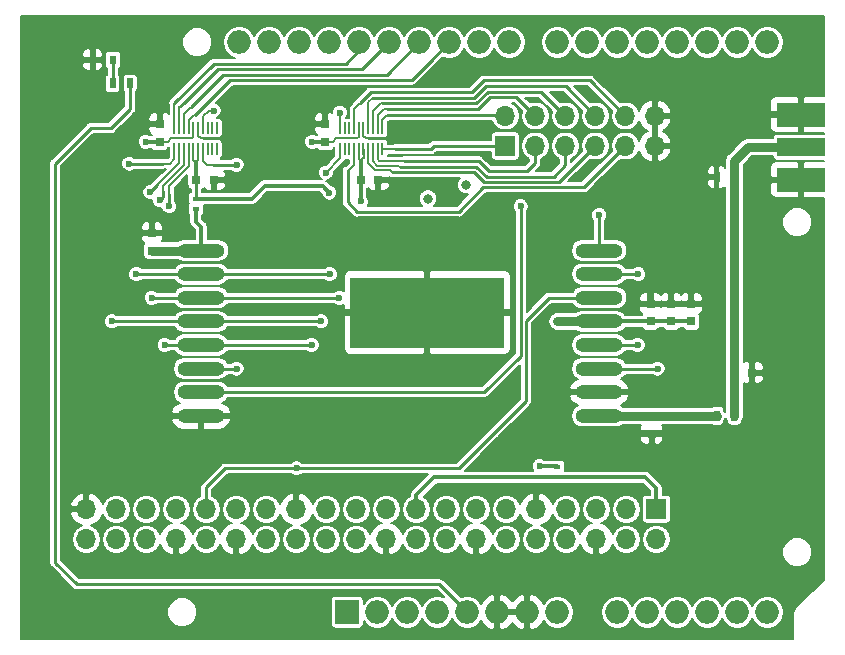
<source format=gtl>
G04 #@! TF.GenerationSoftware,KiCad,Pcbnew,(5.0.0)*
G04 #@! TF.CreationDate,2018-10-04T08:41:42-07:00*
G04 #@! TF.ProjectId,LoRaShield,4C6F5261536869656C642E6B69636164,rev?*
G04 #@! TF.SameCoordinates,PX69db1f0PY7882d48*
G04 #@! TF.FileFunction,Copper,L1,Top,Signal*
G04 #@! TF.FilePolarity,Positive*
%FSLAX46Y46*%
G04 Gerber Fmt 4.6, Leading zero omitted, Abs format (unit mm)*
G04 Created by KiCad (PCBNEW (5.0.0)) date 10/04/18 08:41:42*
%MOMM*%
%LPD*%
G01*
G04 APERTURE LIST*
G04 #@! TA.AperFunction,ViaPad*
%ADD10C,0.838200*%
G04 #@! TD*
G04 #@! TA.AperFunction,SMDPad,CuDef*
%ADD11R,13.000000X6.000000*%
G04 #@! TD*
G04 #@! TA.AperFunction,SMDPad,CuDef*
%ADD12O,4.000000X1.200000*%
G04 #@! TD*
G04 #@! TA.AperFunction,SMDPad,CuDef*
%ADD13R,0.750000X0.800000*%
G04 #@! TD*
G04 #@! TA.AperFunction,SMDPad,CuDef*
%ADD14R,4.064000X2.000000*%
G04 #@! TD*
G04 #@! TA.AperFunction,SMDPad,CuDef*
%ADD15R,4.064000X1.524000*%
G04 #@! TD*
G04 #@! TA.AperFunction,SMDPad,CuDef*
%ADD16R,0.800000X0.750000*%
G04 #@! TD*
G04 #@! TA.AperFunction,SMDPad,CuDef*
%ADD17R,0.500000X0.900000*%
G04 #@! TD*
G04 #@! TA.AperFunction,ComponentPad*
%ADD18R,1.700000X1.700000*%
G04 #@! TD*
G04 #@! TA.AperFunction,ComponentPad*
%ADD19O,1.700000X1.700000*%
G04 #@! TD*
G04 #@! TA.AperFunction,SMDPad,CuDef*
%ADD20R,0.200000X1.100000*%
G04 #@! TD*
G04 #@! TA.AperFunction,SMDPad,CuDef*
%ADD21R,0.200000X1.000000*%
G04 #@! TD*
G04 #@! TA.AperFunction,ComponentPad*
%ADD22O,2.000000X2.000000*%
G04 #@! TD*
G04 #@! TA.AperFunction,ComponentPad*
%ADD23R,2.000000X2.000000*%
G04 #@! TD*
G04 #@! TA.AperFunction,SMDPad,CuDef*
%ADD24R,0.600000X0.800000*%
G04 #@! TD*
G04 #@! TA.AperFunction,SMDPad,CuDef*
%ADD25R,0.600000X0.400000*%
G04 #@! TD*
G04 #@! TA.AperFunction,ViaPad*
%ADD26C,0.600000*%
G04 #@! TD*
G04 #@! TA.AperFunction,Conductor*
%ADD27C,0.800000*%
G04 #@! TD*
G04 #@! TA.AperFunction,Conductor*
%ADD28C,0.350000*%
G04 #@! TD*
G04 #@! TA.AperFunction,Conductor*
%ADD29C,0.250000*%
G04 #@! TD*
G04 #@! TA.AperFunction,Conductor*
%ADD30C,0.160000*%
G04 #@! TD*
G04 #@! TA.AperFunction,Conductor*
%ADD31C,0.200000*%
G04 #@! TD*
G04 #@! TA.AperFunction,Conductor*
%ADD32C,0.150000*%
G04 #@! TD*
G04 APERTURE END LIST*
D10*
G04 #@! TO.N,N/C*
G04 #@! TO.C,REF\002A\002A*
X37910000Y38900000D03*
G04 #@! TD*
G04 #@! TO.N,N/C*
G04 #@! TO.C,REF\002A\002A*
X34660000Y37750000D03*
G04 #@! TD*
D11*
G04 #@! TO.P,U1,17*
G04 #@! TO.N,GND*
X34610000Y28100000D03*
D12*
G04 #@! TO.P,U1,16*
X15460000Y19350000D03*
G04 #@! TO.P,U1,15*
G04 #@! TO.N,/RFM_DIO5*
X15460000Y21350000D03*
G04 #@! TO.P,U1,14*
G04 #@! TO.N,/RFM_RST*
X15460000Y23350000D03*
G04 #@! TO.P,U1,13*
G04 #@! TO.N,/RFM_SS*
X15460000Y25350000D03*
G04 #@! TO.P,U1,12*
G04 #@! TO.N,/RFM_SCK*
X15460000Y27350000D03*
G04 #@! TO.P,U1,11*
G04 #@! TO.N,/RFM_MOSI*
X15460000Y29350000D03*
G04 #@! TO.P,U1,10*
G04 #@! TO.N,/RFM_MISO*
X15460000Y31350000D03*
G04 #@! TO.P,U1,9*
G04 #@! TO.N,Net-(C6-Pad1)*
X15460000Y33350000D03*
G04 #@! TO.P,U1,8*
G04 #@! TO.N,/RFM_DIO2*
X49160000Y33350000D03*
G04 #@! TO.P,U1,7*
G04 #@! TO.N,/RFM_DIO1*
X49160000Y31350000D03*
G04 #@! TO.P,U1,6*
G04 #@! TO.N,/RFM_DIO0*
X49160000Y29350000D03*
G04 #@! TO.P,U1,5*
G04 #@! TO.N,+5V*
X49160000Y27350000D03*
G04 #@! TO.P,U1,4*
G04 #@! TO.N,/RFM_DIO4*
X49160000Y25350000D03*
G04 #@! TO.P,U1,3*
G04 #@! TO.N,/RFM_DIO3*
X49160000Y23350000D03*
G04 #@! TO.P,U1,2*
G04 #@! TO.N,GND*
X49160000Y21350000D03*
G04 #@! TO.P,U1,1*
G04 #@! TO.N,Net-(C4-Pad1)*
X49160000Y19350000D03*
G04 #@! TD*
D10*
G04 #@! TO.N,GND*
G04 #@! TO.C,REF\002A\002A*
X21110000Y22800000D03*
G04 #@! TD*
G04 #@! TO.N,GND*
G04 #@! TO.C,REF\002A\002A*
X21110000Y15800000D03*
G04 #@! TD*
G04 #@! TO.N,GND*
G04 #@! TO.C,REF\002A\002A*
X21110000Y18800000D03*
G04 #@! TD*
G04 #@! TO.N,GND*
G04 #@! TO.C,REF\002A\002A*
X38110000Y29550000D03*
G04 #@! TD*
G04 #@! TO.N,GND*
G04 #@! TO.C,REF\002A\002A*
X38110000Y26550000D03*
G04 #@! TD*
G04 #@! TO.N,GND*
G04 #@! TO.C,REF\002A\002A*
X34110000Y29550000D03*
G04 #@! TD*
G04 #@! TO.N,GND*
G04 #@! TO.C,REF\002A\002A*
X34110000Y26550000D03*
G04 #@! TD*
G04 #@! TO.N,GND*
G04 #@! TO.C,REF\002A\002A*
X30110000Y26550000D03*
G04 #@! TD*
G04 #@! TO.N,GND*
G04 #@! TO.C,REF\002A\002A*
X30110000Y29550000D03*
G04 #@! TD*
G04 #@! TO.N,GND*
G04 #@! TO.C,REF\002A\002A*
X52110000Y20800000D03*
G04 #@! TD*
G04 #@! TO.N,GND*
G04 #@! TO.C,REF\002A\002A*
X52110000Y16800000D03*
G04 #@! TD*
G04 #@! TO.N,GND*
G04 #@! TO.C,REF\002A\002A*
X55110000Y20800000D03*
G04 #@! TD*
G04 #@! TO.N,GND*
G04 #@! TO.C,REF\002A\002A*
X55110000Y16800000D03*
G04 #@! TD*
G04 #@! TO.N,GND*
G04 #@! TO.C,REF\002A\002A*
X31110000Y37800000D03*
G04 #@! TD*
G04 #@! TO.N,GND*
G04 #@! TO.C,REF\002A\002A*
X33110000Y43800000D03*
G04 #@! TD*
G04 #@! TO.N,GND*
G04 #@! TO.C,REF\002A\002A*
X37110000Y43800000D03*
G04 #@! TD*
G04 #@! TO.N,GND*
G04 #@! TO.C,REF\002A\002A*
X12110000Y49800000D03*
G04 #@! TD*
G04 #@! TO.N,GND*
G04 #@! TO.C,REF\002A\002A*
X12110000Y45800000D03*
G04 #@! TD*
G04 #@! TO.N,GND*
G04 #@! TO.C,REF\002A\002A*
X21110000Y40800000D03*
G04 #@! TD*
G04 #@! TO.N,GND*
G04 #@! TO.C,REF\002A\002A*
X25110000Y40800000D03*
G04 #@! TD*
G04 #@! TO.N,GND*
G04 #@! TO.C,REF\002A\002A*
X30110000Y32800000D03*
G04 #@! TD*
G04 #@! TO.N,GND*
G04 #@! TO.C,REF\002A\002A*
X34110000Y32800000D03*
G04 #@! TD*
G04 #@! TO.N,GND*
G04 #@! TO.C,REF\002A\002A*
X20110000Y45800000D03*
G04 #@! TD*
G04 #@! TO.N,GND*
G04 #@! TO.C,REF\002A\002A*
X24110000Y45800000D03*
G04 #@! TD*
G04 #@! TO.N,GND*
G04 #@! TO.C,REF\002A\002A*
X21110000Y36800000D03*
G04 #@! TD*
G04 #@! TO.N,GND*
G04 #@! TO.C,REF\002A\002A*
X25110000Y36800000D03*
G04 #@! TD*
G04 #@! TO.N,GND*
G04 #@! TO.C,REF\002A\002A*
X4110000Y2800000D03*
G04 #@! TD*
G04 #@! TO.N,GND*
G04 #@! TO.C,REF\002A\002A*
X8110000Y2800000D03*
G04 #@! TD*
G04 #@! TO.N,GND*
G04 #@! TO.C,REF\002A\002A*
X18110000Y2800000D03*
G04 #@! TD*
G04 #@! TO.N,GND*
G04 #@! TO.C,REF\002A\002A*
X22110000Y2800000D03*
G04 #@! TD*
G04 #@! TO.N,GND*
G04 #@! TO.C,REF\002A\002A*
X38110000Y22800000D03*
G04 #@! TD*
G04 #@! TO.N,GND*
G04 #@! TO.C,REF\002A\002A*
X38110000Y18800000D03*
G04 #@! TD*
G04 #@! TO.N,GND*
G04 #@! TO.C,REF\002A\002A*
X42110000Y15800000D03*
G04 #@! TD*
G04 #@! TO.N,GND*
G04 #@! TO.C,REF\002A\002A*
X42110000Y22800000D03*
G04 #@! TD*
G04 #@! TO.N,GND*
G04 #@! TO.C,REF\002A\002A*
X29110000Y22800000D03*
G04 #@! TD*
G04 #@! TO.N,GND*
G04 #@! TO.C,REF\002A\002A*
X29110000Y18800000D03*
G04 #@! TD*
G04 #@! TO.N,GND*
G04 #@! TO.C,REF\002A\002A*
X33110000Y18800000D03*
G04 #@! TD*
G04 #@! TO.N,GND*
G04 #@! TO.C,REF\002A\002A*
X33110000Y22800000D03*
G04 #@! TD*
G04 #@! TO.N,GND*
G04 #@! TO.C,REF\002A\002A*
X2110000Y49800000D03*
G04 #@! TD*
G04 #@! TO.N,GND*
G04 #@! TO.C,REF\002A\002A*
X2110000Y45800000D03*
G04 #@! TD*
G04 #@! TO.N,GND*
G04 #@! TO.C,REF\002A\002A*
X2110000Y41800000D03*
G04 #@! TD*
G04 #@! TO.N,GND*
G04 #@! TO.C,REF\002A\002A*
X7110000Y45800000D03*
G04 #@! TD*
G04 #@! TO.N,GND*
G04 #@! TO.C,REF\002A\002A*
X7110000Y41800000D03*
G04 #@! TD*
G04 #@! TO.N,GND*
G04 #@! TO.C,REF\002A\002A*
X7110000Y51500000D03*
G04 #@! TD*
G04 #@! TO.N,GND*
G04 #@! TO.C,REF\002A\002A*
X12110000Y19800000D03*
G04 #@! TD*
G04 #@! TO.N,GND*
G04 #@! TO.C,REF\002A\002A*
X12110000Y15800000D03*
G04 #@! TD*
G04 #@! TO.N,GND*
G04 #@! TO.C,REF\002A\002A*
X12110000Y23800000D03*
G04 #@! TD*
G04 #@! TO.N,GND*
G04 #@! TO.C,REF\002A\002A*
X7110000Y19800000D03*
G04 #@! TD*
G04 #@! TO.N,GND*
G04 #@! TO.C,REF\002A\002A*
X7110000Y15800000D03*
G04 #@! TD*
G04 #@! TO.N,GND*
G04 #@! TO.C,REF\002A\002A*
X7110000Y23800000D03*
G04 #@! TD*
G04 #@! TO.N,GND*
G04 #@! TO.C,REF\002A\002A*
X63110000Y46800000D03*
G04 #@! TD*
G04 #@! TO.N,GND*
G04 #@! TO.C,REF\002A\002A*
X59110000Y46800000D03*
G04 #@! TD*
G04 #@! TO.N,GND*
G04 #@! TO.C,REF\002A\002A*
X59110000Y42800000D03*
G04 #@! TD*
G04 #@! TO.N,GND*
G04 #@! TO.C,REF\002A\002A*
X59110000Y36800000D03*
G04 #@! TD*
G04 #@! TO.N,GND*
G04 #@! TO.C,REF\002A\002A*
X59110000Y32800000D03*
G04 #@! TD*
G04 #@! TO.N,GND*
G04 #@! TO.C,REF\002A\002A*
X59110000Y24800000D03*
G04 #@! TD*
G04 #@! TO.N,GND*
G04 #@! TO.C,REF\002A\002A*
X59110000Y28800000D03*
G04 #@! TD*
G04 #@! TO.N,GND*
G04 #@! TO.C,REF\002A\002A*
X59110000Y12800000D03*
G04 #@! TD*
G04 #@! TO.N,GND*
G04 #@! TO.C,REF\002A\002A*
X59110000Y8800000D03*
G04 #@! TD*
G04 #@! TO.N,GND*
G04 #@! TO.C,REF\002A\002A*
X59110000Y16800000D03*
G04 #@! TD*
G04 #@! TO.N,GND*
G04 #@! TO.C,REF\002A\002A*
X59110000Y20800000D03*
G04 #@! TD*
G04 #@! TO.N,GND*
G04 #@! TO.C,REF\002A\002A*
X63110000Y36800000D03*
G04 #@! TD*
G04 #@! TO.N,GND*
G04 #@! TO.C,REF\002A\002A*
X63110000Y32800000D03*
G04 #@! TD*
G04 #@! TO.N,GND*
G04 #@! TO.C,REF\002A\002A*
X63110000Y24800000D03*
G04 #@! TD*
G04 #@! TO.N,GND*
G04 #@! TO.C,REF\002A\002A*
X63110000Y28800000D03*
G04 #@! TD*
G04 #@! TO.N,GND*
G04 #@! TO.C,REF\002A\002A*
X63110000Y12800000D03*
G04 #@! TD*
G04 #@! TO.N,GND*
G04 #@! TO.C,REF\002A\002A*
X63110000Y8800000D03*
G04 #@! TD*
G04 #@! TO.N,GND*
G04 #@! TO.C,REF\002A\002A*
X63110000Y16800000D03*
G04 #@! TD*
G04 #@! TO.N,GND*
G04 #@! TO.C,REF\002A\002A*
X63110000Y20800000D03*
G04 #@! TD*
D13*
G04 #@! TO.P,C1,2*
G04 #@! TO.N,GND*
X56960000Y28850000D03*
G04 #@! TO.P,C1,1*
G04 #@! TO.N,+5V*
X56960000Y27350000D03*
G04 #@! TD*
G04 #@! TO.P,C2,2*
G04 #@! TO.N,GND*
X55260000Y28850000D03*
G04 #@! TO.P,C2,1*
G04 #@! TO.N,+5V*
X55260000Y27350000D03*
G04 #@! TD*
G04 #@! TO.P,C3,2*
G04 #@! TO.N,GND*
X53510000Y28850000D03*
G04 #@! TO.P,C3,1*
G04 #@! TO.N,+5V*
X53510000Y27350000D03*
G04 #@! TD*
D14*
G04 #@! TO.P,J1,GND*
G04 #@! TO.N,GND*
X66260000Y39338000D03*
X66260000Y44862000D03*
D15*
G04 #@! TO.P,J1,SIG*
G04 #@! TO.N,Net-(C5-Pad1)*
X66260000Y42100000D03*
G04 #@! TD*
D13*
G04 #@! TO.P,C4,2*
G04 #@! TO.N,GND*
X53610000Y17850000D03*
G04 #@! TO.P,C4,1*
G04 #@! TO.N,Net-(C4-Pad1)*
X53610000Y19350000D03*
G04 #@! TD*
D16*
G04 #@! TO.P,C5,2*
G04 #@! TO.N,GND*
X62110000Y23000000D03*
G04 #@! TO.P,C5,1*
G04 #@! TO.N,Net-(C5-Pad1)*
X60610000Y23000000D03*
G04 #@! TD*
D17*
G04 #@! TO.P,L2,1*
G04 #@! TO.N,Net-(C5-Pad1)*
X60610000Y19350000D03*
G04 #@! TO.P,L2,2*
G04 #@! TO.N,Net-(C4-Pad1)*
X59110000Y19350000D03*
G04 #@! TD*
D13*
G04 #@! TO.P,C6,2*
G04 #@! TO.N,GND*
X11310000Y34850000D03*
G04 #@! TO.P,C6,1*
G04 #@! TO.N,Net-(C6-Pad1)*
X11310000Y33350000D03*
G04 #@! TD*
D16*
G04 #@! TO.P,C7,2*
G04 #@! TO.N,GND*
X16560000Y39315000D03*
G04 #@! TO.P,C7,1*
G04 #@! TO.N,+3V3*
X15060000Y39315000D03*
G04 #@! TD*
D13*
G04 #@! TO.P,C8,2*
G04 #@! TO.N,GND*
X11960000Y44065000D03*
G04 #@! TO.P,C8,1*
G04 #@! TO.N,VBUS*
X11960000Y42565000D03*
G04 #@! TD*
D18*
G04 #@! TO.P,J2,1*
G04 #@! TO.N,+3.3VP*
X54002000Y11450000D03*
D19*
G04 #@! TO.P,J2,2*
G04 #@! TO.N,+5V*
X54002000Y8910000D03*
G04 #@! TO.P,J2,3*
G04 #@! TO.N,N/C*
X51462000Y11450000D03*
G04 #@! TO.P,J2,4*
G04 #@! TO.N,+5V*
X51462000Y8910000D03*
G04 #@! TO.P,J2,5*
G04 #@! TO.N,N/C*
X48922000Y11450000D03*
G04 #@! TO.P,J2,6*
G04 #@! TO.N,GND*
X48922000Y8910000D03*
G04 #@! TO.P,J2,7*
G04 #@! TO.N,N/C*
X46382000Y11450000D03*
G04 #@! TO.P,J2,8*
X46382000Y8910000D03*
G04 #@! TO.P,J2,9*
G04 #@! TO.N,GND*
X43842000Y11450000D03*
G04 #@! TO.P,J2,10*
G04 #@! TO.N,N/C*
X43842000Y8910000D03*
G04 #@! TO.P,J2,11*
X41302000Y11450000D03*
G04 #@! TO.P,J2,12*
X41302000Y8910000D03*
G04 #@! TO.P,J2,13*
X38762000Y11450000D03*
G04 #@! TO.P,J2,14*
G04 #@! TO.N,GND*
X38762000Y8910000D03*
G04 #@! TO.P,J2,15*
G04 #@! TO.N,N/C*
X36222000Y11450000D03*
G04 #@! TO.P,J2,16*
X36222000Y8910000D03*
G04 #@! TO.P,J2,17*
G04 #@! TO.N,+3.3VP*
X33682000Y11450000D03*
G04 #@! TO.P,J2,18*
G04 #@! TO.N,N/C*
X33682000Y8910000D03*
G04 #@! TO.P,J2,19*
G04 #@! TO.N,/RFM_MOSI*
X31142000Y11450000D03*
G04 #@! TO.P,J2,20*
G04 #@! TO.N,GND*
X31142000Y8910000D03*
G04 #@! TO.P,J2,21*
G04 #@! TO.N,/RFM_MISO*
X28602000Y11450000D03*
G04 #@! TO.P,J2,22*
G04 #@! TO.N,N/C*
X28602000Y8910000D03*
G04 #@! TO.P,J2,23*
G04 #@! TO.N,/RFM_SCK*
X26062000Y11450000D03*
G04 #@! TO.P,J2,24*
G04 #@! TO.N,/RFM_SS*
X26062000Y8910000D03*
G04 #@! TO.P,J2,25*
G04 #@! TO.N,GND*
X23522000Y11450000D03*
G04 #@! TO.P,J2,26*
G04 #@! TO.N,N/C*
X23522000Y8910000D03*
G04 #@! TO.P,J2,27*
X20982000Y11450000D03*
G04 #@! TO.P,J2,28*
X20982000Y8910000D03*
G04 #@! TO.P,J2,29*
G04 #@! TO.N,/RFM_RST*
X18442000Y11450000D03*
G04 #@! TO.P,J2,30*
G04 #@! TO.N,GND*
X18442000Y8910000D03*
G04 #@! TO.P,J2,31*
G04 #@! TO.N,/RFM_DIO0*
X15902000Y11450000D03*
G04 #@! TO.P,J2,32*
G04 #@! TO.N,N/C*
X15902000Y8910000D03*
G04 #@! TO.P,J2,33*
X13362000Y11450000D03*
G04 #@! TO.P,J2,34*
G04 #@! TO.N,GND*
X13362000Y8910000D03*
G04 #@! TO.P,J2,35*
G04 #@! TO.N,N/C*
X10822000Y11450000D03*
G04 #@! TO.P,J2,36*
X10822000Y8910000D03*
G04 #@! TO.P,J2,37*
X8282000Y11450000D03*
G04 #@! TO.P,J2,38*
X8282000Y8910000D03*
G04 #@! TO.P,J2,39*
G04 #@! TO.N,GND*
X5742000Y11450000D03*
G04 #@! TO.P,J2,40*
G04 #@! TO.N,N/C*
X5742000Y8910000D03*
G04 #@! TD*
D20*
G04 #@! TO.P,U2,1*
G04 #@! TO.N,/RFM_SCK*
X13202000Y41965000D03*
D21*
G04 #@! TO.P,U2,2*
G04 #@! TO.N,/RFM_MISO*
X13602000Y41915000D03*
G04 #@! TO.P,U2,3*
G04 #@! TO.N,/RFM_MOSI*
X14002000Y41915000D03*
G04 #@! TO.P,U2,4*
G04 #@! TO.N,/RFM_SS*
X14402000Y41915000D03*
G04 #@! TO.P,U2,5*
G04 #@! TO.N,+3V3*
X14802000Y41915000D03*
G04 #@! TO.P,U2,6*
X15202000Y41915000D03*
G04 #@! TO.P,U2,7*
G04 #@! TO.N,/RFM_RST*
X15602000Y41915000D03*
G04 #@! TO.P,U2,8*
G04 #@! TO.N,N/C*
X16002000Y41915000D03*
G04 #@! TO.P,U2,9*
X16402000Y41915000D03*
G04 #@! TO.P,U2,10*
X16802000Y41915000D03*
G04 #@! TO.P,U2,11*
X16802000Y43715000D03*
G04 #@! TO.P,U2,12*
X16402000Y43715000D03*
G04 #@! TO.P,U2,13*
X16002000Y43715000D03*
G04 #@! TO.P,U2,14*
G04 #@! TO.N,RADIO_RESET*
X15602000Y43715000D03*
G04 #@! TO.P,U2,15*
G04 #@! TO.N,GND*
X15202000Y43715000D03*
G04 #@! TO.P,U2,16*
G04 #@! TO.N,VBUS*
X14802000Y43715000D03*
G04 #@! TO.P,U2,17*
G04 #@! TO.N,SS*
X14402000Y43715000D03*
G04 #@! TO.P,U2,18*
G04 #@! TO.N,MOSI*
X14002000Y43715000D03*
G04 #@! TO.P,U2,19*
G04 #@! TO.N,MISO*
X13602000Y43715000D03*
G04 #@! TO.P,U2,20*
G04 #@! TO.N,SCK*
X13202000Y43715000D03*
G04 #@! TD*
D16*
G04 #@! TO.P,C9,2*
G04 #@! TO.N,GND*
X30460000Y39315000D03*
G04 #@! TO.P,C9,1*
G04 #@! TO.N,+3V3*
X28960000Y39315000D03*
G04 #@! TD*
D13*
G04 #@! TO.P,C10,2*
G04 #@! TO.N,GND*
X25960000Y44065000D03*
G04 #@! TO.P,C10,1*
G04 #@! TO.N,VBUS*
X25960000Y42565000D03*
G04 #@! TD*
D17*
G04 #@! TO.P,R1,1*
G04 #@! TO.N,Net-(C5-Pad1)*
X60610000Y39550000D03*
G04 #@! TO.P,R1,2*
G04 #@! TO.N,GND*
X59110000Y39550000D03*
G04 #@! TD*
D20*
G04 #@! TO.P,U3,1*
G04 #@! TO.N,/RFM_DIO0*
X27202000Y41965000D03*
D21*
G04 #@! TO.P,U3,2*
G04 #@! TO.N,N/C*
X27602000Y41915000D03*
G04 #@! TO.P,U3,3*
X28002000Y41915000D03*
G04 #@! TO.P,U3,4*
G04 #@! TO.N,/RFM_DIO1*
X28402000Y41915000D03*
G04 #@! TO.P,U3,5*
G04 #@! TO.N,+3V3*
X28802000Y41915000D03*
G04 #@! TO.P,U3,6*
X29202000Y41915000D03*
G04 #@! TO.P,U3,7*
G04 #@! TO.N,/RFM_DIO2*
X29602000Y41915000D03*
G04 #@! TO.P,U3,8*
G04 #@! TO.N,/RFM_DIO3*
X30002000Y41915000D03*
G04 #@! TO.P,U3,9*
G04 #@! TO.N,/RFM_DIO4*
X30402000Y41915000D03*
G04 #@! TO.P,U3,10*
G04 #@! TO.N,/RFM_DIO5*
X30802000Y41915000D03*
G04 #@! TO.P,U3,11*
G04 #@! TO.N,DIO5*
X30802000Y43715000D03*
G04 #@! TO.P,U3,12*
G04 #@! TO.N,DIO4*
X30402000Y43715000D03*
G04 #@! TO.P,U3,13*
G04 #@! TO.N,DIO3*
X30002000Y43715000D03*
G04 #@! TO.P,U3,14*
G04 #@! TO.N,DIO2*
X29602000Y43715000D03*
G04 #@! TO.P,U3,15*
G04 #@! TO.N,GND*
X29202000Y43715000D03*
G04 #@! TO.P,U3,16*
G04 #@! TO.N,VBUS*
X28802000Y43715000D03*
G04 #@! TO.P,U3,17*
G04 #@! TO.N,DIO1*
X28402000Y43715000D03*
G04 #@! TO.P,U3,18*
G04 #@! TO.N,N/C*
X28002000Y43715000D03*
G04 #@! TO.P,U3,19*
X27602000Y43715000D03*
G04 #@! TO.P,U3,20*
G04 #@! TO.N,DIO0*
X27202000Y43715000D03*
G04 #@! TD*
D18*
G04 #@! TO.P,J3,1*
G04 #@! TO.N,/RFM_DIO5*
X41210000Y42200000D03*
D19*
G04 #@! TO.P,J3,2*
G04 #@! TO.N,DIO5*
X41210000Y44740000D03*
G04 #@! TO.P,J3,3*
G04 #@! TO.N,/RFM_DIO4*
X43750000Y42200000D03*
G04 #@! TO.P,J3,4*
G04 #@! TO.N,DIO4*
X43750000Y44740000D03*
G04 #@! TO.P,J3,5*
G04 #@! TO.N,/RFM_DIO3*
X46290000Y42200000D03*
G04 #@! TO.P,J3,6*
G04 #@! TO.N,DIO3*
X46290000Y44740000D03*
G04 #@! TO.P,J3,7*
G04 #@! TO.N,/RFM_DIO2*
X48830000Y42200000D03*
G04 #@! TO.P,J3,8*
G04 #@! TO.N,DIO2*
X48830000Y44740000D03*
G04 #@! TO.P,J3,9*
G04 #@! TO.N,/RFM_DIO1*
X51370000Y42200000D03*
G04 #@! TO.P,J3,10*
G04 #@! TO.N,DIO1*
X51370000Y44740000D03*
G04 #@! TO.P,J3,11*
G04 #@! TO.N,GND*
X53910000Y42200000D03*
G04 #@! TO.P,J3,12*
X53910000Y44740000D03*
G04 #@! TD*
D22*
G04 #@! TO.P,A1,16*
G04 #@! TO.N,N/C*
X60856000Y50978000D03*
G04 #@! TO.P,A1,15*
X63396000Y50978000D03*
G04 #@! TO.P,A1,30*
X23776000Y50978000D03*
G04 #@! TO.P,A1,14*
X63396000Y2718000D03*
G04 #@! TO.P,A1,29*
X26316000Y50978000D03*
G04 #@! TO.P,A1,13*
X60856000Y2718000D03*
G04 #@! TO.P,A1,28*
G04 #@! TO.N,SCK*
X28856000Y50978000D03*
G04 #@! TO.P,A1,12*
G04 #@! TO.N,N/C*
X58316000Y2718000D03*
G04 #@! TO.P,A1,27*
G04 #@! TO.N,MISO*
X31396000Y50978000D03*
G04 #@! TO.P,A1,11*
G04 #@! TO.N,N/C*
X55776000Y2718000D03*
G04 #@! TO.P,A1,26*
G04 #@! TO.N,MOSI*
X33936000Y50978000D03*
G04 #@! TO.P,A1,10*
G04 #@! TO.N,N/C*
X53236000Y2718000D03*
G04 #@! TO.P,A1,25*
G04 #@! TO.N,SS*
X36476000Y50978000D03*
G04 #@! TO.P,A1,9*
G04 #@! TO.N,N/C*
X50696000Y2718000D03*
G04 #@! TO.P,A1,24*
X39016000Y50978000D03*
G04 #@! TO.P,A1,8*
X45616000Y2718000D03*
G04 #@! TO.P,A1,23*
X41556000Y50978000D03*
G04 #@! TO.P,A1,7*
G04 #@! TO.N,GND*
X43076000Y2718000D03*
G04 #@! TO.P,A1,22*
G04 #@! TO.N,N/C*
X45616000Y50978000D03*
G04 #@! TO.P,A1,6*
G04 #@! TO.N,GND*
X40536000Y2718000D03*
G04 #@! TO.P,A1,21*
G04 #@! TO.N,N/C*
X48156000Y50978000D03*
G04 #@! TO.P,A1,5*
G04 #@! TO.N,+5V*
X37996000Y2718000D03*
G04 #@! TO.P,A1,20*
G04 #@! TO.N,N/C*
X50696000Y50978000D03*
G04 #@! TO.P,A1,4*
G04 #@! TO.N,+3.3VP*
X35456000Y2718000D03*
G04 #@! TO.P,A1,19*
G04 #@! TO.N,N/C*
X53236000Y50978000D03*
G04 #@! TO.P,A1,3*
X32916000Y2718000D03*
G04 #@! TO.P,A1,18*
G04 #@! TO.N,RADIO_RESET*
X55776000Y50978000D03*
G04 #@! TO.P,A1,2*
G04 #@! TO.N,N/C*
X30376000Y2718000D03*
G04 #@! TO.P,A1,17*
G04 #@! TO.N,DIO0*
X58316000Y50978000D03*
D23*
G04 #@! TO.P,A1,1*
G04 #@! TO.N,N/C*
X27836000Y2718000D03*
D22*
G04 #@! TO.P,A1,31*
X21236000Y50978000D03*
G04 #@! TO.P,A1,32*
X18696000Y50978000D03*
G04 #@! TD*
D24*
G04 #@! TO.P,D1,2*
G04 #@! TO.N,Net-(D1-Pad2)*
X7985001Y49500000D03*
G04 #@! TO.P,D1,1*
G04 #@! TO.N,GND*
X6285001Y49500000D03*
G04 #@! TD*
D17*
G04 #@! TO.P,R2,2*
G04 #@! TO.N,Net-(D1-Pad2)*
X7960000Y47500000D03*
G04 #@! TO.P,R2,1*
G04 #@! TO.N,+5V*
X9460000Y47500000D03*
G04 #@! TD*
D25*
G04 #@! TO.P,R3,1*
G04 #@! TO.N,Net-(C6-Pad1)*
X15010000Y36850000D03*
G04 #@! TO.P,R3,2*
G04 #@! TO.N,+3V3*
X15010000Y37750000D03*
G04 #@! TD*
G04 #@! TO.P,R4,2*
G04 #@! TO.N,+3V3*
X45610000Y15050000D03*
G04 #@! TO.P,R4,1*
G04 #@! TO.N,+3.3VP*
X45610000Y14150000D03*
G04 #@! TD*
D26*
G04 #@! TO.N,+5V*
X45610000Y27350000D03*
G04 #@! TO.N,+3V3*
X28960000Y37500000D03*
X26310000Y38250000D03*
G04 #@! TO.N,RADIO_RESET*
X16510000Y45200000D03*
G04 #@! TO.N,DIO0*
X27210000Y45000000D03*
G04 #@! TO.N,/RFM_MISO*
X11160000Y38300000D03*
X9960000Y31350000D03*
X26360000Y31350000D03*
G04 #@! TO.N,/RFM_MOSI*
X11960000Y37600000D03*
X11260000Y29350000D03*
X27160000Y29350000D03*
G04 #@! TO.N,/RFM_SCK*
X9360000Y40700000D03*
X7910000Y27350000D03*
X25610000Y27350000D03*
G04 #@! TO.N,/RFM_SS*
X12760000Y37100000D03*
X12360000Y25350000D03*
X24810000Y25350000D03*
G04 #@! TO.N,/RFM_RST*
X18460000Y40600000D03*
X18460000Y23350000D03*
G04 #@! TO.N,/RFM_DIO5*
X42510000Y37100000D03*
G04 #@! TO.N,/RFM_DIO4*
X52410000Y25350000D03*
G04 #@! TO.N,/RFM_DIO2*
X49160000Y36350000D03*
G04 #@! TO.N,/RFM_DIO0*
X23560000Y14900000D03*
X26010000Y39950000D03*
G04 #@! TO.N,/RFM_DIO1*
X52460000Y31350000D03*
G04 #@! TO.N,/RFM_DIO3*
X54110000Y23350000D03*
G04 #@! TO.N,+3V3*
X44110000Y15100000D03*
G04 #@! TO.N,VBUS*
X10760000Y42550000D03*
X24860000Y42550000D03*
G04 #@! TD*
D27*
G04 #@! TO.N,+5V*
X49160000Y27350000D02*
X45610000Y27350000D01*
D28*
X55260000Y27350000D02*
X56960000Y27350000D01*
X53510000Y27350000D02*
X55260000Y27350000D01*
X49160000Y27350000D02*
X53510000Y27350000D01*
D29*
X9460000Y47500000D02*
X9460000Y45350000D01*
X9460000Y45350000D02*
X7810000Y43700000D01*
X7810000Y43700000D02*
X6110000Y43700000D01*
X6110000Y43700000D02*
X3110000Y40700000D01*
X3110000Y40700000D02*
X3110000Y6900000D01*
X3110000Y6900000D02*
X4910000Y5100000D01*
X35614000Y5100000D02*
X37996000Y2718000D01*
X4910000Y5100000D02*
X35614000Y5100000D01*
G04 #@! TO.N,GND*
X16560000Y39315000D02*
X19425000Y39315000D01*
X19425000Y39315000D02*
X19910000Y39800000D01*
D30*
X19910000Y39800000D02*
X19910000Y41665000D01*
X17860000Y43715000D02*
X17875000Y43715000D01*
X18225000Y44065000D02*
X25960000Y44065000D01*
X17875000Y43715000D02*
X18225000Y44065000D01*
X15202000Y43055000D02*
X15407000Y42850000D01*
X15202000Y43715000D02*
X15202000Y43055000D01*
X18595000Y42850000D02*
X18660000Y42915000D01*
X15407000Y42850000D02*
X18595000Y42850000D01*
X19910000Y41665000D02*
X18660000Y42915000D01*
X18660000Y42915000D02*
X17860000Y43715000D01*
X32160000Y42850000D02*
X33110000Y43800000D01*
X29407000Y42850000D02*
X32160000Y42850000D01*
X29202000Y43715000D02*
X29202000Y43055000D01*
X29202000Y43055000D02*
X29407000Y42850000D01*
D28*
G04 #@! TO.N,+3V3*
X28960000Y37500000D02*
X28960000Y39315000D01*
X28960000Y39315000D02*
X28960000Y40950000D01*
X15060000Y39315000D02*
X15060000Y40850000D01*
D30*
X28802000Y41915000D02*
X28802000Y41108000D01*
X29210000Y41200000D02*
X29210000Y41907000D01*
X29160000Y41150000D02*
X29210000Y41200000D01*
X28960000Y40950000D02*
X29160000Y41150000D01*
X28802000Y41108000D02*
X28960000Y40950000D01*
X29210000Y41907000D02*
X29202000Y41915000D01*
X14802000Y41915000D02*
X14802000Y41008000D01*
X15202000Y40992000D02*
X15202000Y41915000D01*
X15060000Y40850000D02*
X15202000Y40992000D01*
X14960000Y40850000D02*
X15060000Y40850000D01*
X14802000Y41008000D02*
X14960000Y40850000D01*
D27*
G04 #@! TO.N,Net-(C6-Pad1)*
X11310000Y33350000D02*
X15460000Y33350000D01*
D28*
G04 #@! TO.N,+3V3*
X26310000Y38250000D02*
X25745010Y38814990D01*
X25745010Y38814990D02*
X20824990Y38814990D01*
D29*
G04 #@! TO.N,SCK*
X28856000Y50978000D02*
X28856000Y50296006D01*
X28856000Y50296006D02*
X27710000Y49150006D01*
X27710000Y49150006D02*
X16510006Y49150006D01*
X16510006Y49150006D02*
X13202000Y45842000D01*
D30*
X13202000Y45842000D02*
X13202000Y44958000D01*
X13202000Y43715000D02*
X13202000Y44958000D01*
D29*
G04 #@! TO.N,MISO*
X14002000Y45842000D02*
X16860004Y48700004D01*
X31396000Y50978000D02*
X29118004Y48700004D01*
X29118004Y48700004D02*
X16860004Y48700004D01*
X14002000Y45842000D02*
X13710000Y45550000D01*
D31*
X13710000Y45550000D02*
X13627010Y45467010D01*
D30*
X13602000Y45442000D02*
X13627010Y45467010D01*
X13602000Y43715000D02*
X13602000Y45442000D01*
D29*
G04 #@! TO.N,MOSI*
X33936000Y50978000D02*
X31208002Y48250002D01*
X14936000Y45876000D02*
X14560000Y45500000D01*
X17310002Y48250002D02*
X14936000Y45876000D01*
X31208002Y48250002D02*
X17310002Y48250002D01*
D30*
X14002000Y44942000D02*
X14560000Y45500000D01*
X14002000Y43715000D02*
X14002000Y44942000D01*
D29*
G04 #@! TO.N,SS*
X14960000Y44850000D02*
X17910000Y47800000D01*
X36476000Y50978000D02*
X34810000Y49312000D01*
X33298000Y47800000D02*
X34810000Y49312000D01*
X17910000Y47800000D02*
X33298000Y47800000D01*
D30*
X14877000Y44850000D02*
X14960000Y44850000D01*
X14402000Y44375000D02*
X14877000Y44850000D01*
X14402000Y43715000D02*
X14402000Y44375000D01*
D29*
G04 #@! TO.N,DIO1*
X48360000Y47750000D02*
X39400806Y47750000D01*
X39400806Y47750000D02*
X38730403Y47079597D01*
X38730403Y47079597D02*
X38380403Y46729597D01*
X38380403Y46729597D02*
X29803199Y46729597D01*
X29803199Y46729597D02*
X28883801Y45810199D01*
X48360000Y47750000D02*
X51370000Y44740000D01*
D30*
X28802000Y45728398D02*
X28883801Y45810199D01*
X28402000Y45328398D02*
X28802000Y45728398D01*
X28402000Y43715000D02*
X28402000Y45328398D01*
D29*
G04 #@! TO.N,DIO2*
X29978201Y46268201D02*
X38555405Y46268201D01*
X38555405Y46268201D02*
X39537208Y47250004D01*
X39537208Y47250004D02*
X46319996Y47250004D01*
X48830000Y44740000D02*
X46319996Y47250004D01*
D30*
X29602000Y45892000D02*
X29978201Y46268201D01*
X29602000Y43715000D02*
X29602000Y45892000D01*
D29*
G04 #@! TO.N,DIO3*
X37928197Y45818199D02*
X30810000Y45800000D01*
X38741801Y45818199D02*
X37928197Y45818199D01*
X39723604Y46800002D02*
X38741801Y45818199D01*
X46290000Y44740000D02*
X44229998Y46800002D01*
X44229998Y46800002D02*
X39723604Y46800002D01*
D30*
X30002000Y43715000D02*
X30002000Y45142000D01*
X30660000Y45800000D02*
X30810000Y45800000D01*
X30002000Y45142000D02*
X30660000Y45800000D01*
D29*
G04 #@! TO.N,DIO4*
X42140000Y46350000D02*
X43750000Y44740000D01*
X39910000Y46350000D02*
X42140000Y46350000D01*
X31160000Y45350000D02*
X38910000Y45350000D01*
X38910000Y45350000D02*
X39910000Y46350000D01*
D30*
X30402000Y43715000D02*
X30402000Y44792000D01*
X30960000Y45350000D02*
X31160000Y45350000D01*
X30402000Y44792000D02*
X30960000Y45350000D01*
D29*
G04 #@! TO.N,DIO5*
X41150000Y44800000D02*
X41210000Y44740000D01*
X31210000Y44800000D02*
X41150000Y44800000D01*
D30*
X31210000Y44783000D02*
X31210000Y44800000D01*
X30802000Y44375000D02*
X31210000Y44783000D01*
X30802000Y43715000D02*
X30802000Y44375000D01*
G04 #@! TO.N,RADIO_RESET*
X16085736Y45200000D02*
X16510000Y45200000D01*
X15602000Y44716264D02*
X16085736Y45200000D01*
X15602000Y43715000D02*
X15602000Y44716264D01*
D29*
G04 #@! TO.N,DIO0*
X27210000Y45000000D02*
X27202000Y44992000D01*
D30*
X27202000Y43715000D02*
X27202000Y44992000D01*
X27202000Y44992000D02*
X27210000Y45000000D01*
D27*
G04 #@! TO.N,Net-(C4-Pad1)*
X53610000Y19350000D02*
X59110000Y19350000D01*
X49160000Y19350000D02*
X53610000Y19350000D01*
G04 #@! TO.N,Net-(C5-Pad1)*
X60610000Y40950000D02*
X61760000Y42100000D01*
X61760000Y42100000D02*
X66260000Y42100000D01*
X60610000Y39550000D02*
X60610000Y40950000D01*
X60610000Y23000000D02*
X60610000Y39550000D01*
X60610000Y19350000D02*
X60610000Y23000000D01*
D29*
G04 #@! TO.N,/RFM_MISO*
X15460000Y31350000D02*
X9960000Y31350000D01*
D30*
X13602000Y40742000D02*
X13602000Y41915000D01*
X13602000Y40742000D02*
X11760000Y38900000D01*
D29*
X11160000Y38300000D02*
X11760000Y38900000D01*
X26360000Y31350000D02*
X15460000Y31350000D01*
G04 #@! TO.N,/RFM_MOSI*
X15460000Y29350000D02*
X11260000Y29350000D01*
D30*
X14002000Y40592000D02*
X12260000Y38850000D01*
X12260000Y38850000D02*
X12260000Y38400000D01*
X14002000Y40592000D02*
X14002000Y41915000D01*
D29*
X12260000Y37900000D02*
X12260000Y38400000D01*
X11960000Y37600000D02*
X12260000Y37900000D01*
X27160000Y29350000D02*
X15460000Y29350000D01*
G04 #@! TO.N,/RFM_SCK*
X15460000Y27350000D02*
X7910000Y27350000D01*
D30*
X12210000Y40700000D02*
X12810000Y40700000D01*
X12810000Y40700000D02*
X13202000Y41092000D01*
X13202000Y41092000D02*
X13202000Y41965000D01*
D29*
X9360000Y40700000D02*
X12210000Y40700000D01*
X25610000Y27350000D02*
X15460000Y27350000D01*
G04 #@! TO.N,/RFM_SS*
X15460000Y25350000D02*
X12360000Y25350000D01*
X12760000Y37100000D02*
X12760000Y38100000D01*
D30*
X14402000Y40482880D02*
X14402000Y41915000D01*
X12760000Y38840880D02*
X12760000Y38100000D01*
X14402000Y40482880D02*
X12760000Y38840880D01*
D29*
X24810000Y25350000D02*
X15460000Y25350000D01*
G04 #@! TO.N,/RFM_RST*
X17560000Y40600000D02*
X17610000Y40600000D01*
X18460000Y40600000D02*
X17560000Y40600000D01*
X18460000Y23350000D02*
X15460000Y23350000D01*
D30*
X15602000Y40958000D02*
X15602000Y41915000D01*
D29*
X17610000Y40600000D02*
X16460000Y40600000D01*
D30*
X16460000Y40600000D02*
X15960000Y40600000D01*
X15960000Y40600000D02*
X15602000Y40958000D01*
D29*
G04 #@! TO.N,/RFM_DIO5*
X42509998Y24449998D02*
X42509998Y37100002D01*
X22560000Y21350000D02*
X15460000Y21350000D01*
X39410000Y21350000D02*
X25810000Y21350000D01*
X22560000Y21350000D02*
X25810000Y21350000D01*
X39410000Y21350000D02*
X42509998Y24449998D01*
X42509998Y37100000D02*
X42509998Y37100002D01*
X42510000Y37100000D02*
X42509998Y37100000D01*
X34895000Y41915000D02*
X35180000Y42200000D01*
X31875000Y41915000D02*
X34895000Y41915000D01*
D30*
X30802000Y41915000D02*
X31875000Y41915000D01*
D29*
X35180000Y42200000D02*
X41210000Y42200000D01*
D30*
G04 #@! TO.N,/RFM_DIO4*
X30402000Y41915000D02*
X30402000Y41058000D01*
D29*
X43750000Y40740000D02*
X43750000Y42200000D01*
X43060000Y40050000D02*
X43750000Y40740000D01*
X39810000Y40050000D02*
X43060000Y40050000D01*
X38960000Y40900000D02*
X39810000Y40050000D01*
X32660000Y40900000D02*
X38960000Y40900000D01*
D30*
X30560000Y40900000D02*
X32660000Y40900000D01*
X30402000Y41058000D02*
X30560000Y40900000D01*
D29*
X49160000Y25350000D02*
X52410000Y25350000D01*
G04 #@! TO.N,/RFM_DIO2*
X49160000Y36350000D02*
X49160000Y33350000D01*
X48830000Y42200000D02*
X45779996Y39149996D01*
X31610004Y39999996D02*
X31610000Y40000000D01*
X38587208Y39999996D02*
X31610004Y39999996D01*
X39437208Y39149996D02*
X38587208Y39999996D01*
X45779996Y39149996D02*
X39437208Y39149996D01*
D30*
X31460000Y40150000D02*
X31610000Y40000000D01*
X31460000Y40150000D02*
X30210000Y40150000D01*
X30210000Y40150000D02*
X29602000Y40758000D01*
X29602000Y40758000D02*
X29602000Y41915000D01*
G04 #@! TO.N,/RFM_DIO0*
X27202000Y41142000D02*
X26010000Y39950000D01*
X27202000Y41965000D02*
X27202000Y41142000D01*
D29*
X15902000Y11450000D02*
X15902000Y13292000D01*
X37260000Y14900000D02*
X23560000Y14900000D01*
X23560000Y14900000D02*
X21310000Y14900000D01*
X44210000Y28650000D02*
X42960000Y27400000D01*
X44210000Y28650000D02*
X44910000Y29350000D01*
X42960000Y20600000D02*
X39710000Y17350000D01*
X42960000Y27400000D02*
X42960000Y20600000D01*
X39710000Y17350000D02*
X37260000Y14900000D01*
X17510000Y14900000D02*
X21310000Y14900000D01*
X15902000Y13292000D02*
X17510000Y14900000D01*
X45010000Y29350000D02*
X44910000Y29350000D01*
X44910000Y29350000D02*
X45960000Y29350000D01*
X49160000Y29350000D02*
X45960000Y29350000D01*
G04 #@! TO.N,/RFM_DIO1*
X49160000Y31350000D02*
X52460000Y31350000D01*
X51370000Y42200000D02*
X47869994Y38699994D01*
D30*
X28402000Y40592000D02*
X28402000Y41915000D01*
X28402000Y40592000D02*
X27860000Y40050000D01*
D29*
X27860000Y37450000D02*
X27860000Y40050000D01*
X28660000Y36650000D02*
X27860000Y37450000D01*
X37310000Y36650000D02*
X28660000Y36650000D01*
X39359994Y38699994D02*
X37310000Y36650000D01*
X47869994Y38699994D02*
X39359994Y38699994D01*
D30*
G04 #@! TO.N,/RFM_DIO3*
X30002000Y41058000D02*
X30002000Y40908000D01*
X30002000Y41915000D02*
X30002000Y41058000D01*
D29*
X46290000Y40580000D02*
X45309998Y39599998D01*
X45309998Y39599998D02*
X39623604Y39599998D01*
X39623604Y39599998D02*
X38773604Y40449998D01*
X38773604Y40449998D02*
X32260002Y40449998D01*
D30*
X32260002Y40449998D02*
X32170002Y40539998D01*
X32170002Y40539998D02*
X31810000Y40539998D01*
D29*
X46290000Y40580000D02*
X46290000Y42200000D01*
D30*
X30370002Y40539998D02*
X31810000Y40539998D01*
X30002000Y40908000D02*
X30370002Y40539998D01*
D29*
X49160000Y23350000D02*
X54110000Y23350000D01*
G04 #@! TO.N,+3V3*
X15060000Y37800000D02*
X15010000Y37750000D01*
X15060000Y39315000D02*
X15060000Y37800000D01*
D28*
X19760000Y37750000D02*
X20824990Y38814990D01*
X15010000Y37750000D02*
X19760000Y37750000D01*
X45560000Y15100000D02*
X45610000Y15050000D01*
X44110000Y15100000D02*
X45560000Y15100000D01*
G04 #@! TO.N,VBUS*
X11960000Y42565000D02*
X10775000Y42565000D01*
X10775000Y42565000D02*
X10760000Y42550000D01*
X24860000Y42550000D02*
X25945000Y42550000D01*
X25945000Y42550000D02*
X25960000Y42565000D01*
D30*
X12625000Y42565000D02*
X11960000Y42565000D01*
X12910000Y42850000D02*
X12625000Y42565000D01*
X14710000Y42850000D02*
X12910000Y42850000D01*
X14802000Y43715000D02*
X14802000Y42942000D01*
X14802000Y42942000D02*
X14710000Y42850000D01*
X28802000Y42992000D02*
X28802000Y43715000D01*
X28660000Y42850000D02*
X28802000Y42992000D01*
X26910000Y42850000D02*
X28660000Y42850000D01*
X25960000Y42565000D02*
X26625000Y42565000D01*
X26625000Y42565000D02*
X26910000Y42850000D01*
D29*
G04 #@! TO.N,Net-(D1-Pad2)*
X7985001Y47525001D02*
X7960000Y47500000D01*
X7985001Y49500000D02*
X7985001Y47525001D01*
D28*
G04 #@! TO.N,+3.3VP*
X44960000Y14150000D02*
X45610000Y14150000D01*
X35179919Y14150000D02*
X44960000Y14150000D01*
X33682000Y12652081D02*
X35179919Y14150000D01*
X33682000Y11450000D02*
X33682000Y12652081D01*
X45610000Y14150000D02*
X53060000Y14150000D01*
X54002000Y13208000D02*
X54002000Y11450000D01*
X53060000Y14150000D02*
X54002000Y13208000D01*
G04 #@! TO.N,Net-(C6-Pad1)*
X15010000Y36850000D02*
X15010000Y35800000D01*
X15460000Y35350000D02*
X15460000Y33350000D01*
X15010000Y35800000D02*
X15460000Y35350000D01*
G04 #@! TD*
D32*
G04 #@! TO.N,GND*
G36*
X68160001Y46445000D02*
X66584750Y46445000D01*
X66439000Y46299250D01*
X66439000Y45041000D01*
X66459000Y45041000D01*
X66459000Y44683000D01*
X66439000Y44683000D01*
X66439000Y43424750D01*
X66584750Y43279000D01*
X68160001Y43279000D01*
X68160001Y43244346D01*
X64228000Y43244346D01*
X64081683Y43215242D01*
X63957641Y43132359D01*
X63874758Y43008317D01*
X63848240Y42875000D01*
X61836330Y42875000D01*
X61760000Y42890183D01*
X61683670Y42875000D01*
X61457610Y42830034D01*
X61201256Y42658744D01*
X61158019Y42594034D01*
X60115966Y41551981D01*
X60051257Y41508744D01*
X60008020Y41444035D01*
X60008019Y41444034D01*
X59879966Y41252389D01*
X59819817Y40950000D01*
X59835001Y40873665D01*
X59835001Y40349486D01*
X59690243Y40494244D01*
X59475966Y40583000D01*
X59380750Y40583000D01*
X59235000Y40437250D01*
X59235000Y39729000D01*
X59309000Y39729000D01*
X59309000Y39371000D01*
X59235000Y39371000D01*
X59235000Y38662750D01*
X59380750Y38517000D01*
X59475966Y38517000D01*
X59690243Y38605756D01*
X59835001Y38750514D01*
X59835000Y23411931D01*
X59827654Y23375000D01*
X59827654Y22625000D01*
X59835001Y22588064D01*
X59835000Y19659924D01*
X59742346Y19798591D01*
X59742346Y19800000D01*
X59713242Y19946317D01*
X59630359Y20070359D01*
X59506317Y20153242D01*
X59360000Y20182346D01*
X58860000Y20182346D01*
X58713683Y20153242D01*
X58671416Y20125000D01*
X54021931Y20125000D01*
X53985000Y20132346D01*
X53235000Y20132346D01*
X53198069Y20125000D01*
X51155084Y20125000D01*
X50968307Y20249801D01*
X51178089Y20325551D01*
X51523079Y20640065D01*
X51686980Y20990273D01*
X51581688Y21171000D01*
X49339000Y21171000D01*
X49339000Y21151000D01*
X48981000Y21151000D01*
X48981000Y21171000D01*
X46738312Y21171000D01*
X46633020Y20990273D01*
X46796921Y20640065D01*
X47141911Y20325551D01*
X47351693Y20249801D01*
X47057064Y20052936D01*
X46841570Y19730426D01*
X46765899Y19350000D01*
X46841570Y18969574D01*
X47057064Y18647064D01*
X47379574Y18431570D01*
X47663972Y18375000D01*
X50656028Y18375000D01*
X50940426Y18431570D01*
X51155084Y18575000D01*
X52738584Y18575000D01*
X52652000Y18365966D01*
X52652000Y18174750D01*
X52797750Y18029000D01*
X53431000Y18029000D01*
X53431000Y18049000D01*
X53789000Y18049000D01*
X53789000Y18029000D01*
X54422250Y18029000D01*
X54568000Y18174750D01*
X54568000Y18365966D01*
X54481416Y18575000D01*
X58671416Y18575000D01*
X58713683Y18546758D01*
X58860000Y18517654D01*
X59360000Y18517654D01*
X59506317Y18546758D01*
X59630359Y18629641D01*
X59713242Y18753683D01*
X59742346Y18900000D01*
X59742346Y18901409D01*
X59840034Y19047610D01*
X59860000Y19147987D01*
X59879966Y19047611D01*
X59977654Y18901410D01*
X59977654Y18900000D01*
X60006758Y18753683D01*
X60089641Y18629641D01*
X60213683Y18546758D01*
X60360000Y18517654D01*
X60860000Y18517654D01*
X61006317Y18546758D01*
X61130359Y18629641D01*
X61213242Y18753683D01*
X61242346Y18900000D01*
X61242346Y18901409D01*
X61340034Y19047610D01*
X61385000Y19273670D01*
X61385000Y22128584D01*
X61594034Y22042000D01*
X61785250Y22042000D01*
X61931000Y22187750D01*
X61931000Y22821000D01*
X62289000Y22821000D01*
X62289000Y22187750D01*
X62434750Y22042000D01*
X62625966Y22042000D01*
X62840243Y22130756D01*
X63004244Y22294757D01*
X63093000Y22509034D01*
X63093000Y22675250D01*
X62947250Y22821000D01*
X62289000Y22821000D01*
X61931000Y22821000D01*
X61911000Y22821000D01*
X61911000Y23179000D01*
X61931000Y23179000D01*
X61931000Y23812250D01*
X62289000Y23812250D01*
X62289000Y23179000D01*
X62947250Y23179000D01*
X63093000Y23324750D01*
X63093000Y23490966D01*
X63004244Y23705243D01*
X62840243Y23869244D01*
X62625966Y23958000D01*
X62434750Y23958000D01*
X62289000Y23812250D01*
X61931000Y23812250D01*
X61785250Y23958000D01*
X61594034Y23958000D01*
X61385000Y23871416D01*
X61385000Y35989624D01*
X64671000Y35989624D01*
X64671000Y35486376D01*
X64863585Y35021435D01*
X65219435Y34665585D01*
X65684376Y34473000D01*
X66187624Y34473000D01*
X66652565Y34665585D01*
X67008415Y35021435D01*
X67201000Y35486376D01*
X67201000Y35989624D01*
X67008415Y36454565D01*
X66652565Y36810415D01*
X66187624Y37003000D01*
X65684376Y37003000D01*
X65219435Y36810415D01*
X64863585Y36454565D01*
X64671000Y35989624D01*
X61385000Y35989624D01*
X61385000Y39013250D01*
X63645000Y39013250D01*
X63645000Y38222034D01*
X63733756Y38007757D01*
X63897757Y37843756D01*
X64112034Y37755000D01*
X65935250Y37755000D01*
X66081000Y37900750D01*
X66081000Y39159000D01*
X63790750Y39159000D01*
X63645000Y39013250D01*
X61385000Y39013250D01*
X61385000Y40453966D01*
X63645000Y40453966D01*
X63645000Y39662750D01*
X63790750Y39517000D01*
X66081000Y39517000D01*
X66081000Y40775250D01*
X65935250Y40921000D01*
X64112034Y40921000D01*
X63897757Y40832244D01*
X63733756Y40668243D01*
X63645000Y40453966D01*
X61385000Y40453966D01*
X61385000Y40628985D01*
X62081016Y41325000D01*
X63848240Y41325000D01*
X63874758Y41191683D01*
X63957641Y41067641D01*
X64081683Y40984758D01*
X64228000Y40955654D01*
X68160001Y40955654D01*
X68160001Y40921000D01*
X66584750Y40921000D01*
X66439000Y40775250D01*
X66439000Y39517000D01*
X66459000Y39517000D01*
X66459000Y39159000D01*
X66439000Y39159000D01*
X66439000Y37900750D01*
X66584750Y37755000D01*
X68160001Y37755000D01*
X68160000Y5436397D01*
X65773143Y3049538D01*
X65735569Y3024432D01*
X65661173Y2913090D01*
X65636110Y2875581D01*
X65601184Y2700000D01*
X65610001Y2655675D01*
X65610000Y500000D01*
X210000Y500000D01*
X210000Y2969624D01*
X12601000Y2969624D01*
X12601000Y2466376D01*
X12793585Y2001435D01*
X13149435Y1645585D01*
X13614376Y1453000D01*
X14117624Y1453000D01*
X14582565Y1645585D01*
X14938415Y2001435D01*
X15131000Y2466376D01*
X15131000Y2969624D01*
X14938415Y3434565D01*
X14582565Y3790415D01*
X14117624Y3983000D01*
X13614376Y3983000D01*
X13149435Y3790415D01*
X12793585Y3434565D01*
X12601000Y2969624D01*
X210000Y2969624D01*
X210000Y40700000D01*
X2600205Y40700000D01*
X2610000Y40650759D01*
X2610001Y6949246D01*
X2600205Y6900000D01*
X2634899Y6725585D01*
X2639012Y6704910D01*
X2749521Y6539520D01*
X2791268Y6511626D01*
X4521625Y4781268D01*
X4549520Y4739520D01*
X4714910Y4629011D01*
X4860757Y4600000D01*
X4860758Y4600000D01*
X4909999Y4590205D01*
X4959240Y4600000D01*
X35406894Y4600000D01*
X35996038Y4010856D01*
X35992498Y4013221D01*
X35591422Y4093000D01*
X35320578Y4093000D01*
X34919502Y4013221D01*
X34464681Y3709319D01*
X34186000Y3292244D01*
X33907319Y3709319D01*
X33452498Y4013221D01*
X33051422Y4093000D01*
X32780578Y4093000D01*
X32379502Y4013221D01*
X31924681Y3709319D01*
X31646000Y3292244D01*
X31367319Y3709319D01*
X30912498Y4013221D01*
X30511422Y4093000D01*
X30240578Y4093000D01*
X29839502Y4013221D01*
X29384681Y3709319D01*
X29218346Y3460381D01*
X29218346Y3718000D01*
X29189242Y3864317D01*
X29106359Y3988359D01*
X28982317Y4071242D01*
X28836000Y4100346D01*
X26836000Y4100346D01*
X26689683Y4071242D01*
X26565641Y3988359D01*
X26482758Y3864317D01*
X26453654Y3718000D01*
X26453654Y1718000D01*
X26482758Y1571683D01*
X26565641Y1447641D01*
X26689683Y1364758D01*
X26836000Y1335654D01*
X28836000Y1335654D01*
X28982317Y1364758D01*
X29106359Y1447641D01*
X29189242Y1571683D01*
X29218346Y1718000D01*
X29218346Y1975619D01*
X29384681Y1726681D01*
X29839502Y1422779D01*
X30240578Y1343000D01*
X30511422Y1343000D01*
X30912498Y1422779D01*
X31367319Y1726681D01*
X31646000Y2143756D01*
X31924681Y1726681D01*
X32379502Y1422779D01*
X32780578Y1343000D01*
X33051422Y1343000D01*
X33452498Y1422779D01*
X33907319Y1726681D01*
X34186000Y2143756D01*
X34464681Y1726681D01*
X34919502Y1422779D01*
X35320578Y1343000D01*
X35591422Y1343000D01*
X35992498Y1422779D01*
X36447319Y1726681D01*
X36726000Y2143756D01*
X37004681Y1726681D01*
X37459502Y1422779D01*
X37860578Y1343000D01*
X38131422Y1343000D01*
X38532498Y1422779D01*
X38987319Y1726681D01*
X39163835Y1990856D01*
X39288443Y1743560D01*
X39756310Y1340315D01*
X40113156Y1192519D01*
X40357000Y1291940D01*
X40357000Y2539000D01*
X40715000Y2539000D01*
X40715000Y1291940D01*
X40958844Y1192519D01*
X41315690Y1340315D01*
X41783557Y1743560D01*
X41806000Y1788100D01*
X41828443Y1743560D01*
X42296310Y1340315D01*
X42653156Y1192519D01*
X42897000Y1291940D01*
X42897000Y2539000D01*
X40715000Y2539000D01*
X40357000Y2539000D01*
X40337000Y2539000D01*
X40337000Y2897000D01*
X40357000Y2897000D01*
X40357000Y4144060D01*
X40715000Y4144060D01*
X40715000Y2897000D01*
X42897000Y2897000D01*
X42897000Y4144060D01*
X43255000Y4144060D01*
X43255000Y2897000D01*
X43275000Y2897000D01*
X43275000Y2539000D01*
X43255000Y2539000D01*
X43255000Y1291940D01*
X43498844Y1192519D01*
X43855690Y1340315D01*
X44323557Y1743560D01*
X44448165Y1990856D01*
X44624681Y1726681D01*
X45079502Y1422779D01*
X45480578Y1343000D01*
X45751422Y1343000D01*
X46152498Y1422779D01*
X46607319Y1726681D01*
X46911221Y2181502D01*
X47017937Y2718000D01*
X49294063Y2718000D01*
X49400779Y2181502D01*
X49704681Y1726681D01*
X50159502Y1422779D01*
X50560578Y1343000D01*
X50831422Y1343000D01*
X51232498Y1422779D01*
X51687319Y1726681D01*
X51966000Y2143756D01*
X52244681Y1726681D01*
X52699502Y1422779D01*
X53100578Y1343000D01*
X53371422Y1343000D01*
X53772498Y1422779D01*
X54227319Y1726681D01*
X54506000Y2143756D01*
X54784681Y1726681D01*
X55239502Y1422779D01*
X55640578Y1343000D01*
X55911422Y1343000D01*
X56312498Y1422779D01*
X56767319Y1726681D01*
X57046000Y2143756D01*
X57324681Y1726681D01*
X57779502Y1422779D01*
X58180578Y1343000D01*
X58451422Y1343000D01*
X58852498Y1422779D01*
X59307319Y1726681D01*
X59586000Y2143756D01*
X59864681Y1726681D01*
X60319502Y1422779D01*
X60720578Y1343000D01*
X60991422Y1343000D01*
X61392498Y1422779D01*
X61847319Y1726681D01*
X62126000Y2143756D01*
X62404681Y1726681D01*
X62859502Y1422779D01*
X63260578Y1343000D01*
X63531422Y1343000D01*
X63932498Y1422779D01*
X64387319Y1726681D01*
X64691221Y2181502D01*
X64797937Y2718000D01*
X64691221Y3254498D01*
X64387319Y3709319D01*
X63932498Y4013221D01*
X63531422Y4093000D01*
X63260578Y4093000D01*
X62859502Y4013221D01*
X62404681Y3709319D01*
X62126000Y3292244D01*
X61847319Y3709319D01*
X61392498Y4013221D01*
X60991422Y4093000D01*
X60720578Y4093000D01*
X60319502Y4013221D01*
X59864681Y3709319D01*
X59586000Y3292244D01*
X59307319Y3709319D01*
X58852498Y4013221D01*
X58451422Y4093000D01*
X58180578Y4093000D01*
X57779502Y4013221D01*
X57324681Y3709319D01*
X57046000Y3292244D01*
X56767319Y3709319D01*
X56312498Y4013221D01*
X55911422Y4093000D01*
X55640578Y4093000D01*
X55239502Y4013221D01*
X54784681Y3709319D01*
X54506000Y3292244D01*
X54227319Y3709319D01*
X53772498Y4013221D01*
X53371422Y4093000D01*
X53100578Y4093000D01*
X52699502Y4013221D01*
X52244681Y3709319D01*
X51966000Y3292244D01*
X51687319Y3709319D01*
X51232498Y4013221D01*
X50831422Y4093000D01*
X50560578Y4093000D01*
X50159502Y4013221D01*
X49704681Y3709319D01*
X49400779Y3254498D01*
X49294063Y2718000D01*
X47017937Y2718000D01*
X46911221Y3254498D01*
X46607319Y3709319D01*
X46152498Y4013221D01*
X45751422Y4093000D01*
X45480578Y4093000D01*
X45079502Y4013221D01*
X44624681Y3709319D01*
X44448165Y3445144D01*
X44323557Y3692440D01*
X43855690Y4095685D01*
X43498844Y4243481D01*
X43255000Y4144060D01*
X42897000Y4144060D01*
X42653156Y4243481D01*
X42296310Y4095685D01*
X41828443Y3692440D01*
X41806000Y3647900D01*
X41783557Y3692440D01*
X41315690Y4095685D01*
X40958844Y4243481D01*
X40715000Y4144060D01*
X40357000Y4144060D01*
X40113156Y4243481D01*
X39756310Y4095685D01*
X39288443Y3692440D01*
X39163835Y3445144D01*
X38987319Y3709319D01*
X38532498Y4013221D01*
X38131422Y4093000D01*
X37860578Y4093000D01*
X37459502Y4013221D01*
X37428560Y3992546D01*
X36002377Y5418730D01*
X35974480Y5460480D01*
X35809090Y5570989D01*
X35663243Y5600000D01*
X35663241Y5600000D01*
X35614000Y5609795D01*
X35564759Y5600000D01*
X5117107Y5600000D01*
X3610000Y7107106D01*
X3610000Y11050787D01*
X4365715Y11050787D01*
X4623251Y10554494D01*
X5051106Y10194534D01*
X5333228Y10077690D01*
X5264029Y10063925D01*
X4858824Y9793176D01*
X4588075Y9387971D01*
X4493001Y8910000D01*
X4588075Y8432029D01*
X4858824Y8026824D01*
X5264029Y7756075D01*
X5621348Y7685000D01*
X5862652Y7685000D01*
X6219971Y7756075D01*
X6625176Y8026824D01*
X6895925Y8432029D01*
X6990999Y8910000D01*
X7033001Y8910000D01*
X7128075Y8432029D01*
X7398824Y8026824D01*
X7804029Y7756075D01*
X8161348Y7685000D01*
X8402652Y7685000D01*
X8759971Y7756075D01*
X9165176Y8026824D01*
X9435925Y8432029D01*
X9530999Y8910000D01*
X9573001Y8910000D01*
X9668075Y8432029D01*
X9938824Y8026824D01*
X10344029Y7756075D01*
X10701348Y7685000D01*
X10942652Y7685000D01*
X11299971Y7756075D01*
X11705176Y8026824D01*
X11975925Y8432029D01*
X11989963Y8502601D01*
X12243251Y8014494D01*
X12671106Y7654534D01*
X12962789Y7533730D01*
X13183000Y7635256D01*
X13183000Y8731000D01*
X13163000Y8731000D01*
X13163000Y9089000D01*
X13183000Y9089000D01*
X13183000Y9109000D01*
X13541000Y9109000D01*
X13541000Y9089000D01*
X13561000Y9089000D01*
X13561000Y8731000D01*
X13541000Y8731000D01*
X13541000Y7635256D01*
X13761211Y7533730D01*
X14052894Y7654534D01*
X14480749Y8014494D01*
X14734037Y8502601D01*
X14748075Y8432029D01*
X15018824Y8026824D01*
X15424029Y7756075D01*
X15781348Y7685000D01*
X16022652Y7685000D01*
X16379971Y7756075D01*
X16785176Y8026824D01*
X17055925Y8432029D01*
X17069963Y8502601D01*
X17323251Y8014494D01*
X17751106Y7654534D01*
X18042789Y7533730D01*
X18263000Y7635256D01*
X18263000Y8731000D01*
X18243000Y8731000D01*
X18243000Y9089000D01*
X18263000Y9089000D01*
X18263000Y9109000D01*
X18621000Y9109000D01*
X18621000Y9089000D01*
X18641000Y9089000D01*
X18641000Y8731000D01*
X18621000Y8731000D01*
X18621000Y7635256D01*
X18841211Y7533730D01*
X19132894Y7654534D01*
X19560749Y8014494D01*
X19814037Y8502601D01*
X19828075Y8432029D01*
X20098824Y8026824D01*
X20504029Y7756075D01*
X20861348Y7685000D01*
X21102652Y7685000D01*
X21459971Y7756075D01*
X21865176Y8026824D01*
X22135925Y8432029D01*
X22230999Y8910000D01*
X22135925Y9387971D01*
X21865176Y9793176D01*
X21459971Y10063925D01*
X21102652Y10135000D01*
X20861348Y10135000D01*
X20504029Y10063925D01*
X20098824Y9793176D01*
X19828075Y9387971D01*
X19814037Y9317399D01*
X19560749Y9805506D01*
X19132894Y10165466D01*
X18850772Y10282310D01*
X18919971Y10296075D01*
X19325176Y10566824D01*
X19595925Y10972029D01*
X19690999Y11450000D01*
X19733001Y11450000D01*
X19828075Y10972029D01*
X20098824Y10566824D01*
X20504029Y10296075D01*
X20861348Y10225000D01*
X21102652Y10225000D01*
X21459971Y10296075D01*
X21865176Y10566824D01*
X22135925Y10972029D01*
X22149963Y11042601D01*
X22403251Y10554494D01*
X22831106Y10194534D01*
X23113228Y10077690D01*
X23044029Y10063925D01*
X22638824Y9793176D01*
X22368075Y9387971D01*
X22273001Y8910000D01*
X22368075Y8432029D01*
X22638824Y8026824D01*
X23044029Y7756075D01*
X23401348Y7685000D01*
X23642652Y7685000D01*
X23999971Y7756075D01*
X24405176Y8026824D01*
X24675925Y8432029D01*
X24770999Y8910000D01*
X24813001Y8910000D01*
X24908075Y8432029D01*
X25178824Y8026824D01*
X25584029Y7756075D01*
X25941348Y7685000D01*
X26182652Y7685000D01*
X26539971Y7756075D01*
X26945176Y8026824D01*
X27215925Y8432029D01*
X27310999Y8910000D01*
X27353001Y8910000D01*
X27448075Y8432029D01*
X27718824Y8026824D01*
X28124029Y7756075D01*
X28481348Y7685000D01*
X28722652Y7685000D01*
X29079971Y7756075D01*
X29485176Y8026824D01*
X29755925Y8432029D01*
X29769963Y8502601D01*
X30023251Y8014494D01*
X30451106Y7654534D01*
X30742789Y7533730D01*
X30963000Y7635256D01*
X30963000Y8731000D01*
X30943000Y8731000D01*
X30943000Y9089000D01*
X30963000Y9089000D01*
X30963000Y9109000D01*
X31321000Y9109000D01*
X31321000Y9089000D01*
X31341000Y9089000D01*
X31341000Y8731000D01*
X31321000Y8731000D01*
X31321000Y7635256D01*
X31541211Y7533730D01*
X31832894Y7654534D01*
X32260749Y8014494D01*
X32514037Y8502601D01*
X32528075Y8432029D01*
X32798824Y8026824D01*
X33204029Y7756075D01*
X33561348Y7685000D01*
X33802652Y7685000D01*
X34159971Y7756075D01*
X34565176Y8026824D01*
X34835925Y8432029D01*
X34930999Y8910000D01*
X34973001Y8910000D01*
X35068075Y8432029D01*
X35338824Y8026824D01*
X35744029Y7756075D01*
X36101348Y7685000D01*
X36342652Y7685000D01*
X36699971Y7756075D01*
X37105176Y8026824D01*
X37375925Y8432029D01*
X37389963Y8502601D01*
X37643251Y8014494D01*
X38071106Y7654534D01*
X38362789Y7533730D01*
X38583000Y7635256D01*
X38583000Y8731000D01*
X38563000Y8731000D01*
X38563000Y9089000D01*
X38583000Y9089000D01*
X38583000Y9109000D01*
X38941000Y9109000D01*
X38941000Y9089000D01*
X38961000Y9089000D01*
X38961000Y8731000D01*
X38941000Y8731000D01*
X38941000Y7635256D01*
X39161211Y7533730D01*
X39452894Y7654534D01*
X39880749Y8014494D01*
X40134037Y8502601D01*
X40148075Y8432029D01*
X40418824Y8026824D01*
X40824029Y7756075D01*
X41181348Y7685000D01*
X41422652Y7685000D01*
X41779971Y7756075D01*
X42185176Y8026824D01*
X42455925Y8432029D01*
X42550999Y8910000D01*
X42455925Y9387971D01*
X42185176Y9793176D01*
X41779971Y10063925D01*
X41422652Y10135000D01*
X41181348Y10135000D01*
X40824029Y10063925D01*
X40418824Y9793176D01*
X40148075Y9387971D01*
X40134037Y9317399D01*
X39880749Y9805506D01*
X39452894Y10165466D01*
X39170772Y10282310D01*
X39239971Y10296075D01*
X39645176Y10566824D01*
X39915925Y10972029D01*
X40010999Y11450000D01*
X40053001Y11450000D01*
X40148075Y10972029D01*
X40418824Y10566824D01*
X40824029Y10296075D01*
X41181348Y10225000D01*
X41422652Y10225000D01*
X41779971Y10296075D01*
X42185176Y10566824D01*
X42455925Y10972029D01*
X42469963Y11042601D01*
X42723251Y10554494D01*
X43151106Y10194534D01*
X43433228Y10077690D01*
X43364029Y10063925D01*
X42958824Y9793176D01*
X42688075Y9387971D01*
X42593001Y8910000D01*
X42688075Y8432029D01*
X42958824Y8026824D01*
X43364029Y7756075D01*
X43721348Y7685000D01*
X43962652Y7685000D01*
X44319971Y7756075D01*
X44725176Y8026824D01*
X44995925Y8432029D01*
X45090999Y8910000D01*
X45133001Y8910000D01*
X45228075Y8432029D01*
X45498824Y8026824D01*
X45904029Y7756075D01*
X46261348Y7685000D01*
X46502652Y7685000D01*
X46859971Y7756075D01*
X47265176Y8026824D01*
X47535925Y8432029D01*
X47549963Y8502601D01*
X47803251Y8014494D01*
X48231106Y7654534D01*
X48522789Y7533730D01*
X48743000Y7635256D01*
X48743000Y8731000D01*
X48723000Y8731000D01*
X48723000Y9089000D01*
X48743000Y9089000D01*
X48743000Y9109000D01*
X49101000Y9109000D01*
X49101000Y9089000D01*
X49121000Y9089000D01*
X49121000Y8731000D01*
X49101000Y8731000D01*
X49101000Y7635256D01*
X49321211Y7533730D01*
X49612894Y7654534D01*
X50040749Y8014494D01*
X50294037Y8502601D01*
X50308075Y8432029D01*
X50578824Y8026824D01*
X50984029Y7756075D01*
X51341348Y7685000D01*
X51582652Y7685000D01*
X51939971Y7756075D01*
X52345176Y8026824D01*
X52615925Y8432029D01*
X52710999Y8910000D01*
X52753001Y8910000D01*
X52848075Y8432029D01*
X53118824Y8026824D01*
X53524029Y7756075D01*
X53881348Y7685000D01*
X54122652Y7685000D01*
X54479971Y7756075D01*
X54885176Y8026824D01*
X54900410Y8049624D01*
X64671000Y8049624D01*
X64671000Y7546376D01*
X64863585Y7081435D01*
X65219435Y6725585D01*
X65684376Y6533000D01*
X66187624Y6533000D01*
X66652565Y6725585D01*
X67008415Y7081435D01*
X67201000Y7546376D01*
X67201000Y8049624D01*
X67008415Y8514565D01*
X66652565Y8870415D01*
X66187624Y9063000D01*
X65684376Y9063000D01*
X65219435Y8870415D01*
X64863585Y8514565D01*
X64671000Y8049624D01*
X54900410Y8049624D01*
X55155925Y8432029D01*
X55250999Y8910000D01*
X55155925Y9387971D01*
X54885176Y9793176D01*
X54479971Y10063925D01*
X54122652Y10135000D01*
X53881348Y10135000D01*
X53524029Y10063925D01*
X53118824Y9793176D01*
X52848075Y9387971D01*
X52753001Y8910000D01*
X52710999Y8910000D01*
X52615925Y9387971D01*
X52345176Y9793176D01*
X51939971Y10063925D01*
X51582652Y10135000D01*
X51341348Y10135000D01*
X50984029Y10063925D01*
X50578824Y9793176D01*
X50308075Y9387971D01*
X50294037Y9317399D01*
X50040749Y9805506D01*
X49612894Y10165466D01*
X49330772Y10282310D01*
X49399971Y10296075D01*
X49805176Y10566824D01*
X50075925Y10972029D01*
X50170999Y11450000D01*
X50213001Y11450000D01*
X50308075Y10972029D01*
X50578824Y10566824D01*
X50984029Y10296075D01*
X51341348Y10225000D01*
X51582652Y10225000D01*
X51939971Y10296075D01*
X52345176Y10566824D01*
X52615925Y10972029D01*
X52710999Y11450000D01*
X52615925Y11927971D01*
X52345176Y12333176D01*
X51939971Y12603925D01*
X51582652Y12675000D01*
X51341348Y12675000D01*
X50984029Y12603925D01*
X50578824Y12333176D01*
X50308075Y11927971D01*
X50213001Y11450000D01*
X50170999Y11450000D01*
X50075925Y11927971D01*
X49805176Y12333176D01*
X49399971Y12603925D01*
X49042652Y12675000D01*
X48801348Y12675000D01*
X48444029Y12603925D01*
X48038824Y12333176D01*
X47768075Y11927971D01*
X47673001Y11450000D01*
X47768075Y10972029D01*
X48038824Y10566824D01*
X48444029Y10296075D01*
X48513228Y10282310D01*
X48231106Y10165466D01*
X47803251Y9805506D01*
X47549963Y9317399D01*
X47535925Y9387971D01*
X47265176Y9793176D01*
X46859971Y10063925D01*
X46502652Y10135000D01*
X46261348Y10135000D01*
X45904029Y10063925D01*
X45498824Y9793176D01*
X45228075Y9387971D01*
X45133001Y8910000D01*
X45090999Y8910000D01*
X44995925Y9387971D01*
X44725176Y9793176D01*
X44319971Y10063925D01*
X44250772Y10077690D01*
X44532894Y10194534D01*
X44960749Y10554494D01*
X45214037Y11042601D01*
X45228075Y10972029D01*
X45498824Y10566824D01*
X45904029Y10296075D01*
X46261348Y10225000D01*
X46502652Y10225000D01*
X46859971Y10296075D01*
X47265176Y10566824D01*
X47535925Y10972029D01*
X47630999Y11450000D01*
X47535925Y11927971D01*
X47265176Y12333176D01*
X46859971Y12603925D01*
X46502652Y12675000D01*
X46261348Y12675000D01*
X45904029Y12603925D01*
X45498824Y12333176D01*
X45228075Y11927971D01*
X45214037Y11857399D01*
X44960749Y12345506D01*
X44532894Y12705466D01*
X44241211Y12826270D01*
X44021000Y12724744D01*
X44021000Y11629000D01*
X44041000Y11629000D01*
X44041000Y11271000D01*
X44021000Y11271000D01*
X44021000Y11251000D01*
X43663000Y11251000D01*
X43663000Y11271000D01*
X43643000Y11271000D01*
X43643000Y11629000D01*
X43663000Y11629000D01*
X43663000Y12724744D01*
X43442789Y12826270D01*
X43151106Y12705466D01*
X42723251Y12345506D01*
X42469963Y11857399D01*
X42455925Y11927971D01*
X42185176Y12333176D01*
X41779971Y12603925D01*
X41422652Y12675000D01*
X41181348Y12675000D01*
X40824029Y12603925D01*
X40418824Y12333176D01*
X40148075Y11927971D01*
X40053001Y11450000D01*
X40010999Y11450000D01*
X39915925Y11927971D01*
X39645176Y12333176D01*
X39239971Y12603925D01*
X38882652Y12675000D01*
X38641348Y12675000D01*
X38284029Y12603925D01*
X37878824Y12333176D01*
X37608075Y11927971D01*
X37513001Y11450000D01*
X37608075Y10972029D01*
X37878824Y10566824D01*
X38284029Y10296075D01*
X38353228Y10282310D01*
X38071106Y10165466D01*
X37643251Y9805506D01*
X37389963Y9317399D01*
X37375925Y9387971D01*
X37105176Y9793176D01*
X36699971Y10063925D01*
X36342652Y10135000D01*
X36101348Y10135000D01*
X35744029Y10063925D01*
X35338824Y9793176D01*
X35068075Y9387971D01*
X34973001Y8910000D01*
X34930999Y8910000D01*
X34835925Y9387971D01*
X34565176Y9793176D01*
X34159971Y10063925D01*
X33802652Y10135000D01*
X33561348Y10135000D01*
X33204029Y10063925D01*
X32798824Y9793176D01*
X32528075Y9387971D01*
X32514037Y9317399D01*
X32260749Y9805506D01*
X31832894Y10165466D01*
X31550772Y10282310D01*
X31619971Y10296075D01*
X32025176Y10566824D01*
X32295925Y10972029D01*
X32390999Y11450000D01*
X32295925Y11927971D01*
X32025176Y12333176D01*
X31619971Y12603925D01*
X31262652Y12675000D01*
X31021348Y12675000D01*
X30664029Y12603925D01*
X30258824Y12333176D01*
X29988075Y11927971D01*
X29893001Y11450000D01*
X29988075Y10972029D01*
X30258824Y10566824D01*
X30664029Y10296075D01*
X30733228Y10282310D01*
X30451106Y10165466D01*
X30023251Y9805506D01*
X29769963Y9317399D01*
X29755925Y9387971D01*
X29485176Y9793176D01*
X29079971Y10063925D01*
X28722652Y10135000D01*
X28481348Y10135000D01*
X28124029Y10063925D01*
X27718824Y9793176D01*
X27448075Y9387971D01*
X27353001Y8910000D01*
X27310999Y8910000D01*
X27215925Y9387971D01*
X26945176Y9793176D01*
X26539971Y10063925D01*
X26182652Y10135000D01*
X25941348Y10135000D01*
X25584029Y10063925D01*
X25178824Y9793176D01*
X24908075Y9387971D01*
X24813001Y8910000D01*
X24770999Y8910000D01*
X24675925Y9387971D01*
X24405176Y9793176D01*
X23999971Y10063925D01*
X23930772Y10077690D01*
X24212894Y10194534D01*
X24640749Y10554494D01*
X24894037Y11042601D01*
X24908075Y10972029D01*
X25178824Y10566824D01*
X25584029Y10296075D01*
X25941348Y10225000D01*
X26182652Y10225000D01*
X26539971Y10296075D01*
X26945176Y10566824D01*
X27215925Y10972029D01*
X27310999Y11450000D01*
X27353001Y11450000D01*
X27448075Y10972029D01*
X27718824Y10566824D01*
X28124029Y10296075D01*
X28481348Y10225000D01*
X28722652Y10225000D01*
X29079971Y10296075D01*
X29485176Y10566824D01*
X29755925Y10972029D01*
X29850999Y11450000D01*
X29755925Y11927971D01*
X29485176Y12333176D01*
X29079971Y12603925D01*
X28722652Y12675000D01*
X28481348Y12675000D01*
X28124029Y12603925D01*
X27718824Y12333176D01*
X27448075Y11927971D01*
X27353001Y11450000D01*
X27310999Y11450000D01*
X27215925Y11927971D01*
X26945176Y12333176D01*
X26539971Y12603925D01*
X26182652Y12675000D01*
X25941348Y12675000D01*
X25584029Y12603925D01*
X25178824Y12333176D01*
X24908075Y11927971D01*
X24894037Y11857399D01*
X24640749Y12345506D01*
X24212894Y12705466D01*
X23921211Y12826270D01*
X23701000Y12724744D01*
X23701000Y11629000D01*
X23721000Y11629000D01*
X23721000Y11271000D01*
X23701000Y11271000D01*
X23701000Y11251000D01*
X23343000Y11251000D01*
X23343000Y11271000D01*
X23323000Y11271000D01*
X23323000Y11629000D01*
X23343000Y11629000D01*
X23343000Y12724744D01*
X23122789Y12826270D01*
X22831106Y12705466D01*
X22403251Y12345506D01*
X22149963Y11857399D01*
X22135925Y11927971D01*
X21865176Y12333176D01*
X21459971Y12603925D01*
X21102652Y12675000D01*
X20861348Y12675000D01*
X20504029Y12603925D01*
X20098824Y12333176D01*
X19828075Y11927971D01*
X19733001Y11450000D01*
X19690999Y11450000D01*
X19595925Y11927971D01*
X19325176Y12333176D01*
X18919971Y12603925D01*
X18562652Y12675000D01*
X18321348Y12675000D01*
X17964029Y12603925D01*
X17558824Y12333176D01*
X17288075Y11927971D01*
X17193001Y11450000D01*
X17288075Y10972029D01*
X17558824Y10566824D01*
X17964029Y10296075D01*
X18033228Y10282310D01*
X17751106Y10165466D01*
X17323251Y9805506D01*
X17069963Y9317399D01*
X17055925Y9387971D01*
X16785176Y9793176D01*
X16379971Y10063925D01*
X16022652Y10135000D01*
X15781348Y10135000D01*
X15424029Y10063925D01*
X15018824Y9793176D01*
X14748075Y9387971D01*
X14734037Y9317399D01*
X14480749Y9805506D01*
X14052894Y10165466D01*
X13770772Y10282310D01*
X13839971Y10296075D01*
X14245176Y10566824D01*
X14515925Y10972029D01*
X14610999Y11450000D01*
X14515925Y11927971D01*
X14245176Y12333176D01*
X13839971Y12603925D01*
X13482652Y12675000D01*
X13241348Y12675000D01*
X12884029Y12603925D01*
X12478824Y12333176D01*
X12208075Y11927971D01*
X12113001Y11450000D01*
X12208075Y10972029D01*
X12478824Y10566824D01*
X12884029Y10296075D01*
X12953228Y10282310D01*
X12671106Y10165466D01*
X12243251Y9805506D01*
X11989963Y9317399D01*
X11975925Y9387971D01*
X11705176Y9793176D01*
X11299971Y10063925D01*
X10942652Y10135000D01*
X10701348Y10135000D01*
X10344029Y10063925D01*
X9938824Y9793176D01*
X9668075Y9387971D01*
X9573001Y8910000D01*
X9530999Y8910000D01*
X9435925Y9387971D01*
X9165176Y9793176D01*
X8759971Y10063925D01*
X8402652Y10135000D01*
X8161348Y10135000D01*
X7804029Y10063925D01*
X7398824Y9793176D01*
X7128075Y9387971D01*
X7033001Y8910000D01*
X6990999Y8910000D01*
X6895925Y9387971D01*
X6625176Y9793176D01*
X6219971Y10063925D01*
X6150772Y10077690D01*
X6432894Y10194534D01*
X6860749Y10554494D01*
X7114037Y11042601D01*
X7128075Y10972029D01*
X7398824Y10566824D01*
X7804029Y10296075D01*
X8161348Y10225000D01*
X8402652Y10225000D01*
X8759971Y10296075D01*
X9165176Y10566824D01*
X9435925Y10972029D01*
X9530999Y11450000D01*
X9573001Y11450000D01*
X9668075Y10972029D01*
X9938824Y10566824D01*
X10344029Y10296075D01*
X10701348Y10225000D01*
X10942652Y10225000D01*
X11299971Y10296075D01*
X11705176Y10566824D01*
X11975925Y10972029D01*
X12070999Y11450000D01*
X11975925Y11927971D01*
X11705176Y12333176D01*
X11299971Y12603925D01*
X10942652Y12675000D01*
X10701348Y12675000D01*
X10344029Y12603925D01*
X9938824Y12333176D01*
X9668075Y11927971D01*
X9573001Y11450000D01*
X9530999Y11450000D01*
X9435925Y11927971D01*
X9165176Y12333176D01*
X8759971Y12603925D01*
X8402652Y12675000D01*
X8161348Y12675000D01*
X7804029Y12603925D01*
X7398824Y12333176D01*
X7128075Y11927971D01*
X7114037Y11857399D01*
X6860749Y12345506D01*
X6432894Y12705466D01*
X6141211Y12826270D01*
X5921000Y12724744D01*
X5921000Y11629000D01*
X5941000Y11629000D01*
X5941000Y11271000D01*
X5921000Y11271000D01*
X5921000Y11251000D01*
X5563000Y11251000D01*
X5563000Y11271000D01*
X4465959Y11271000D01*
X4365715Y11050787D01*
X3610000Y11050787D01*
X3610000Y11849213D01*
X4365715Y11849213D01*
X4465959Y11629000D01*
X5563000Y11629000D01*
X5563000Y12724744D01*
X5342789Y12826270D01*
X5051106Y12705466D01*
X4623251Y12345506D01*
X4365715Y11849213D01*
X3610000Y11849213D01*
X3610000Y18990273D01*
X12933020Y18990273D01*
X13096921Y18640065D01*
X13441911Y18325551D01*
X13881000Y18167000D01*
X15281000Y18167000D01*
X15281000Y19171000D01*
X15639000Y19171000D01*
X15639000Y18167000D01*
X17039000Y18167000D01*
X17478089Y18325551D01*
X17823079Y18640065D01*
X17986980Y18990273D01*
X17881688Y19171000D01*
X15639000Y19171000D01*
X15281000Y19171000D01*
X13038312Y19171000D01*
X12933020Y18990273D01*
X3610000Y18990273D01*
X3610000Y19709727D01*
X12933020Y19709727D01*
X13038312Y19529000D01*
X15281000Y19529000D01*
X15281000Y19549000D01*
X15639000Y19549000D01*
X15639000Y19529000D01*
X17881688Y19529000D01*
X17986980Y19709727D01*
X17823079Y20059935D01*
X17478089Y20374449D01*
X17268307Y20450199D01*
X17562936Y20647064D01*
X17698533Y20850000D01*
X39360759Y20850000D01*
X39410000Y20840205D01*
X39459241Y20850000D01*
X39459243Y20850000D01*
X39605090Y20879011D01*
X39770480Y20989520D01*
X39798377Y21031271D01*
X42460001Y23692894D01*
X42460001Y20807108D01*
X39391269Y17738375D01*
X39391266Y17738373D01*
X37052894Y15400000D01*
X24014594Y15400000D01*
X23942357Y15472237D01*
X23694266Y15575000D01*
X23425734Y15575000D01*
X23177643Y15472237D01*
X23105406Y15400000D01*
X17559240Y15400000D01*
X17509999Y15409795D01*
X17460758Y15400000D01*
X17460757Y15400000D01*
X17314910Y15370989D01*
X17149520Y15260480D01*
X17121626Y15218733D01*
X15583268Y13680374D01*
X15541521Y13652480D01*
X15513627Y13610733D01*
X15431012Y13487090D01*
X15392205Y13292000D01*
X15402001Y13242754D01*
X15402001Y12589206D01*
X15018824Y12333176D01*
X14748075Y11927971D01*
X14653001Y11450000D01*
X14748075Y10972029D01*
X15018824Y10566824D01*
X15424029Y10296075D01*
X15781348Y10225000D01*
X16022652Y10225000D01*
X16379971Y10296075D01*
X16785176Y10566824D01*
X17055925Y10972029D01*
X17150999Y11450000D01*
X17055925Y11927971D01*
X16785176Y12333176D01*
X16402000Y12589206D01*
X16402000Y13084894D01*
X17717107Y14400000D01*
X23105406Y14400000D01*
X23177643Y14327763D01*
X23425734Y14225000D01*
X23694266Y14225000D01*
X23942357Y14327763D01*
X24014594Y14400000D01*
X34652101Y14400000D01*
X33331398Y13079295D01*
X33285473Y13048609D01*
X33188599Y12903627D01*
X33163912Y12866680D01*
X33121225Y12652081D01*
X33132001Y12597908D01*
X33132001Y12555797D01*
X32798824Y12333176D01*
X32528075Y11927971D01*
X32433001Y11450000D01*
X32528075Y10972029D01*
X32798824Y10566824D01*
X33204029Y10296075D01*
X33561348Y10225000D01*
X33802652Y10225000D01*
X34159971Y10296075D01*
X34565176Y10566824D01*
X34835925Y10972029D01*
X34930999Y11450000D01*
X34973001Y11450000D01*
X35068075Y10972029D01*
X35338824Y10566824D01*
X35744029Y10296075D01*
X36101348Y10225000D01*
X36342652Y10225000D01*
X36699971Y10296075D01*
X37105176Y10566824D01*
X37375925Y10972029D01*
X37470999Y11450000D01*
X37375925Y11927971D01*
X37105176Y12333176D01*
X36699971Y12603925D01*
X36342652Y12675000D01*
X36101348Y12675000D01*
X35744029Y12603925D01*
X35338824Y12333176D01*
X35068075Y11927971D01*
X34973001Y11450000D01*
X34930999Y11450000D01*
X34835925Y11927971D01*
X34565176Y12333176D01*
X34310848Y12503112D01*
X35407737Y13600000D01*
X45158831Y13600000D01*
X45163683Y13596758D01*
X45310000Y13567654D01*
X45910000Y13567654D01*
X46056317Y13596758D01*
X46061169Y13600000D01*
X52832184Y13600000D01*
X53452000Y12980183D01*
X53452000Y12682346D01*
X53152000Y12682346D01*
X53005683Y12653242D01*
X52881641Y12570359D01*
X52798758Y12446317D01*
X52769654Y12300000D01*
X52769654Y10600000D01*
X52798758Y10453683D01*
X52881641Y10329641D01*
X53005683Y10246758D01*
X53152000Y10217654D01*
X54852000Y10217654D01*
X54998317Y10246758D01*
X55122359Y10329641D01*
X55205242Y10453683D01*
X55234346Y10600000D01*
X55234346Y12300000D01*
X55205242Y12446317D01*
X55122359Y12570359D01*
X54998317Y12653242D01*
X54852000Y12682346D01*
X54552000Y12682346D01*
X54552000Y13153832D01*
X54562775Y13208001D01*
X54552000Y13262170D01*
X54520089Y13422599D01*
X54398528Y13604528D01*
X54352603Y13635214D01*
X53487216Y14500600D01*
X53456528Y14546528D01*
X53274599Y14668089D01*
X53114170Y14700000D01*
X53114169Y14700000D01*
X53060000Y14710775D01*
X53005831Y14700000D01*
X46260781Y14700000D01*
X46263242Y14703683D01*
X46292346Y14850000D01*
X46292346Y15250000D01*
X46263242Y15396317D01*
X46180359Y15520359D01*
X46056317Y15603242D01*
X45910000Y15632346D01*
X45702924Y15632346D01*
X45614170Y15650000D01*
X45614169Y15650000D01*
X45560000Y15660775D01*
X45505831Y15650000D01*
X44514594Y15650000D01*
X44492357Y15672237D01*
X44244266Y15775000D01*
X43975734Y15775000D01*
X43727643Y15672237D01*
X43537763Y15482357D01*
X43435000Y15234266D01*
X43435000Y14965734D01*
X43537763Y14717643D01*
X43555406Y14700000D01*
X37767106Y14700000D01*
X40098373Y17031266D01*
X40098375Y17031269D01*
X40592356Y17525250D01*
X52652000Y17525250D01*
X52652000Y17334034D01*
X52740756Y17119757D01*
X52904757Y16955756D01*
X53119034Y16867000D01*
X53285250Y16867000D01*
X53431000Y17012750D01*
X53431000Y17671000D01*
X53789000Y17671000D01*
X53789000Y17012750D01*
X53934750Y16867000D01*
X54100966Y16867000D01*
X54315243Y16955756D01*
X54479244Y17119757D01*
X54568000Y17334034D01*
X54568000Y17525250D01*
X54422250Y17671000D01*
X53789000Y17671000D01*
X53431000Y17671000D01*
X52797750Y17671000D01*
X52652000Y17525250D01*
X40592356Y17525250D01*
X43278732Y20211625D01*
X43320480Y20239520D01*
X43430989Y20404910D01*
X43460000Y20550757D01*
X43460000Y20550758D01*
X43469795Y20599999D01*
X43460000Y20649240D01*
X43460000Y21709727D01*
X46633020Y21709727D01*
X46738312Y21529000D01*
X48981000Y21529000D01*
X48981000Y21549000D01*
X49339000Y21549000D01*
X49339000Y21529000D01*
X51581688Y21529000D01*
X51686980Y21709727D01*
X51523079Y22059935D01*
X51178089Y22374449D01*
X50968307Y22450199D01*
X51262936Y22647064D01*
X51398533Y22850000D01*
X53655406Y22850000D01*
X53727643Y22777763D01*
X53975734Y22675000D01*
X54244266Y22675000D01*
X54492357Y22777763D01*
X54682237Y22967643D01*
X54785000Y23215734D01*
X54785000Y23484266D01*
X54682237Y23732357D01*
X54492357Y23922237D01*
X54244266Y24025000D01*
X53975734Y24025000D01*
X53727643Y23922237D01*
X53655406Y23850000D01*
X51398533Y23850000D01*
X51262936Y24052936D01*
X50940426Y24268430D01*
X50656028Y24325000D01*
X47663972Y24325000D01*
X47379574Y24268430D01*
X47057064Y24052936D01*
X46841570Y23730426D01*
X46765899Y23350000D01*
X46841570Y22969574D01*
X47057064Y22647064D01*
X47351693Y22450199D01*
X47141911Y22374449D01*
X46796921Y22059935D01*
X46633020Y21709727D01*
X43460000Y21709727D01*
X43460000Y25350000D01*
X46765899Y25350000D01*
X46841570Y24969574D01*
X47057064Y24647064D01*
X47379574Y24431570D01*
X47663972Y24375000D01*
X50656028Y24375000D01*
X50940426Y24431570D01*
X51262936Y24647064D01*
X51398533Y24850000D01*
X51955406Y24850000D01*
X52027643Y24777763D01*
X52275734Y24675000D01*
X52544266Y24675000D01*
X52792357Y24777763D01*
X52982237Y24967643D01*
X53085000Y25215734D01*
X53085000Y25484266D01*
X52982237Y25732357D01*
X52792357Y25922237D01*
X52544266Y26025000D01*
X52275734Y26025000D01*
X52027643Y25922237D01*
X51955406Y25850000D01*
X51398533Y25850000D01*
X51262936Y26052936D01*
X50940426Y26268430D01*
X50656028Y26325000D01*
X47663972Y26325000D01*
X47379574Y26268430D01*
X47057064Y26052936D01*
X46841570Y25730426D01*
X46765899Y25350000D01*
X43460000Y25350000D01*
X43460000Y27192894D01*
X43617106Y27350000D01*
X44819817Y27350000D01*
X44879966Y27047610D01*
X45051256Y26791256D01*
X45307610Y26619966D01*
X45533670Y26575000D01*
X47164916Y26575000D01*
X47379574Y26431570D01*
X47663972Y26375000D01*
X50656028Y26375000D01*
X50940426Y26431570D01*
X51262936Y26647064D01*
X51365124Y26800000D01*
X52784219Y26800000D01*
X52864641Y26679641D01*
X52988683Y26596758D01*
X53135000Y26567654D01*
X53885000Y26567654D01*
X54031317Y26596758D01*
X54155359Y26679641D01*
X54235781Y26800000D01*
X54534219Y26800000D01*
X54614641Y26679641D01*
X54738683Y26596758D01*
X54885000Y26567654D01*
X55635000Y26567654D01*
X55781317Y26596758D01*
X55905359Y26679641D01*
X55985781Y26800000D01*
X56234219Y26800000D01*
X56314641Y26679641D01*
X56438683Y26596758D01*
X56585000Y26567654D01*
X57335000Y26567654D01*
X57481317Y26596758D01*
X57605359Y26679641D01*
X57688242Y26803683D01*
X57717346Y26950000D01*
X57717346Y27750000D01*
X57688242Y27896317D01*
X57652150Y27950333D01*
X57665243Y27955756D01*
X57829244Y28119757D01*
X57918000Y28334034D01*
X57918000Y28525250D01*
X57772250Y28671000D01*
X57139000Y28671000D01*
X57139000Y28651000D01*
X56781000Y28651000D01*
X56781000Y28671000D01*
X56147750Y28671000D01*
X56110000Y28633250D01*
X56072250Y28671000D01*
X55439000Y28671000D01*
X55439000Y28651000D01*
X55081000Y28651000D01*
X55081000Y28671000D01*
X54447750Y28671000D01*
X54385000Y28608250D01*
X54322250Y28671000D01*
X53689000Y28671000D01*
X53689000Y28651000D01*
X53331000Y28651000D01*
X53331000Y28671000D01*
X52697750Y28671000D01*
X52552000Y28525250D01*
X52552000Y28334034D01*
X52640756Y28119757D01*
X52804757Y27955756D01*
X52817850Y27950333D01*
X52784219Y27900000D01*
X51365124Y27900000D01*
X51262936Y28052936D01*
X50940426Y28268430D01*
X50656028Y28325000D01*
X47663972Y28325000D01*
X47379574Y28268430D01*
X47164916Y28125000D01*
X45533670Y28125000D01*
X45307610Y28080034D01*
X45051256Y27908744D01*
X44879966Y27652390D01*
X44819817Y27350000D01*
X43617106Y27350000D01*
X44598373Y28331266D01*
X44598375Y28331269D01*
X45117107Y28850000D01*
X46921467Y28850000D01*
X47057064Y28647064D01*
X47379574Y28431570D01*
X47663972Y28375000D01*
X50656028Y28375000D01*
X50940426Y28431570D01*
X51262936Y28647064D01*
X51478430Y28969574D01*
X51554101Y29350000D01*
X51550926Y29365966D01*
X52552000Y29365966D01*
X52552000Y29174750D01*
X52697750Y29029000D01*
X53331000Y29029000D01*
X53331000Y29687250D01*
X53689000Y29687250D01*
X53689000Y29029000D01*
X54322250Y29029000D01*
X54385000Y29091750D01*
X54447750Y29029000D01*
X55081000Y29029000D01*
X55081000Y29687250D01*
X55439000Y29687250D01*
X55439000Y29029000D01*
X56072250Y29029000D01*
X56110000Y29066750D01*
X56147750Y29029000D01*
X56781000Y29029000D01*
X56781000Y29687250D01*
X57139000Y29687250D01*
X57139000Y29029000D01*
X57772250Y29029000D01*
X57918000Y29174750D01*
X57918000Y29365966D01*
X57829244Y29580243D01*
X57665243Y29744244D01*
X57450966Y29833000D01*
X57284750Y29833000D01*
X57139000Y29687250D01*
X56781000Y29687250D01*
X56635250Y29833000D01*
X56469034Y29833000D01*
X56254757Y29744244D01*
X56110000Y29599487D01*
X55965243Y29744244D01*
X55750966Y29833000D01*
X55584750Y29833000D01*
X55439000Y29687250D01*
X55081000Y29687250D01*
X54935250Y29833000D01*
X54769034Y29833000D01*
X54554757Y29744244D01*
X54390756Y29580243D01*
X54385000Y29566347D01*
X54379244Y29580243D01*
X54215243Y29744244D01*
X54000966Y29833000D01*
X53834750Y29833000D01*
X53689000Y29687250D01*
X53331000Y29687250D01*
X53185250Y29833000D01*
X53019034Y29833000D01*
X52804757Y29744244D01*
X52640756Y29580243D01*
X52552000Y29365966D01*
X51550926Y29365966D01*
X51478430Y29730426D01*
X51262936Y30052936D01*
X50940426Y30268430D01*
X50656028Y30325000D01*
X47663972Y30325000D01*
X47379574Y30268430D01*
X47057064Y30052936D01*
X46921467Y29850000D01*
X44959240Y29850000D01*
X44909999Y29859795D01*
X44860758Y29850000D01*
X44860757Y29850000D01*
X44714910Y29820989D01*
X44549520Y29710480D01*
X44521625Y29668732D01*
X43891269Y29038375D01*
X43891266Y29038373D01*
X43009998Y28157104D01*
X43009998Y31350000D01*
X46765899Y31350000D01*
X46841570Y30969574D01*
X47057064Y30647064D01*
X47379574Y30431570D01*
X47663972Y30375000D01*
X50656028Y30375000D01*
X50940426Y30431570D01*
X51262936Y30647064D01*
X51398533Y30850000D01*
X52005406Y30850000D01*
X52077643Y30777763D01*
X52325734Y30675000D01*
X52594266Y30675000D01*
X52842357Y30777763D01*
X53032237Y30967643D01*
X53135000Y31215734D01*
X53135000Y31484266D01*
X53032237Y31732357D01*
X52842357Y31922237D01*
X52594266Y32025000D01*
X52325734Y32025000D01*
X52077643Y31922237D01*
X52005406Y31850000D01*
X51398533Y31850000D01*
X51262936Y32052936D01*
X50940426Y32268430D01*
X50656028Y32325000D01*
X47663972Y32325000D01*
X47379574Y32268430D01*
X47057064Y32052936D01*
X46841570Y31730426D01*
X46765899Y31350000D01*
X43009998Y31350000D01*
X43009998Y33350000D01*
X46765899Y33350000D01*
X46841570Y32969574D01*
X47057064Y32647064D01*
X47379574Y32431570D01*
X47663972Y32375000D01*
X50656028Y32375000D01*
X50940426Y32431570D01*
X51262936Y32647064D01*
X51478430Y32969574D01*
X51554101Y33350000D01*
X51478430Y33730426D01*
X51262936Y34052936D01*
X50940426Y34268430D01*
X50656028Y34325000D01*
X49660000Y34325000D01*
X49660000Y35895406D01*
X49732237Y35967643D01*
X49835000Y36215734D01*
X49835000Y36484266D01*
X49732237Y36732357D01*
X49542357Y36922237D01*
X49294266Y37025000D01*
X49025734Y37025000D01*
X48777643Y36922237D01*
X48587763Y36732357D01*
X48485000Y36484266D01*
X48485000Y36215734D01*
X48587763Y35967643D01*
X48660000Y35895406D01*
X48660001Y34325000D01*
X47663972Y34325000D01*
X47379574Y34268430D01*
X47057064Y34052936D01*
X46841570Y33730426D01*
X46765899Y33350000D01*
X43009998Y33350000D01*
X43009998Y36645404D01*
X43082237Y36717643D01*
X43185000Y36965734D01*
X43185000Y37234266D01*
X43082237Y37482357D01*
X42892357Y37672237D01*
X42644266Y37775000D01*
X42375734Y37775000D01*
X42127643Y37672237D01*
X41937763Y37482357D01*
X41835000Y37234266D01*
X41835000Y36965734D01*
X41937763Y36717643D01*
X42009999Y36645407D01*
X42009998Y24657105D01*
X39202894Y21850000D01*
X17698533Y21850000D01*
X17562936Y22052936D01*
X17240426Y22268430D01*
X16956028Y22325000D01*
X13963972Y22325000D01*
X13679574Y22268430D01*
X13357064Y22052936D01*
X13141570Y21730426D01*
X13065899Y21350000D01*
X13141570Y20969574D01*
X13357064Y20647064D01*
X13651693Y20450199D01*
X13441911Y20374449D01*
X13096921Y20059935D01*
X12933020Y19709727D01*
X3610000Y19709727D01*
X3610000Y23350000D01*
X13065899Y23350000D01*
X13141570Y22969574D01*
X13357064Y22647064D01*
X13679574Y22431570D01*
X13963972Y22375000D01*
X16956028Y22375000D01*
X17240426Y22431570D01*
X17562936Y22647064D01*
X17698533Y22850000D01*
X18005406Y22850000D01*
X18077643Y22777763D01*
X18325734Y22675000D01*
X18594266Y22675000D01*
X18842357Y22777763D01*
X19032237Y22967643D01*
X19135000Y23215734D01*
X19135000Y23484266D01*
X19032237Y23732357D01*
X18842357Y23922237D01*
X18594266Y24025000D01*
X18325734Y24025000D01*
X18077643Y23922237D01*
X18005406Y23850000D01*
X17698533Y23850000D01*
X17562936Y24052936D01*
X17240426Y24268430D01*
X16956028Y24325000D01*
X13963972Y24325000D01*
X13679574Y24268430D01*
X13357064Y24052936D01*
X13141570Y23730426D01*
X13065899Y23350000D01*
X3610000Y23350000D01*
X3610000Y25484266D01*
X11685000Y25484266D01*
X11685000Y25215734D01*
X11787763Y24967643D01*
X11977643Y24777763D01*
X12225734Y24675000D01*
X12494266Y24675000D01*
X12742357Y24777763D01*
X12814594Y24850000D01*
X13221467Y24850000D01*
X13357064Y24647064D01*
X13679574Y24431570D01*
X13963972Y24375000D01*
X16956028Y24375000D01*
X17240426Y24431570D01*
X17562936Y24647064D01*
X17698533Y24850000D01*
X24355406Y24850000D01*
X24427643Y24777763D01*
X24675734Y24675000D01*
X24944266Y24675000D01*
X25192357Y24777763D01*
X25382237Y24967643D01*
X25485000Y25215734D01*
X25485000Y25484266D01*
X25382237Y25732357D01*
X25192357Y25922237D01*
X24944266Y26025000D01*
X24675734Y26025000D01*
X24427643Y25922237D01*
X24355406Y25850000D01*
X17698533Y25850000D01*
X17562936Y26052936D01*
X17240426Y26268430D01*
X16956028Y26325000D01*
X13963972Y26325000D01*
X13679574Y26268430D01*
X13357064Y26052936D01*
X13221467Y25850000D01*
X12814594Y25850000D01*
X12742357Y25922237D01*
X12494266Y26025000D01*
X12225734Y26025000D01*
X11977643Y25922237D01*
X11787763Y25732357D01*
X11685000Y25484266D01*
X3610000Y25484266D01*
X3610000Y27484266D01*
X7235000Y27484266D01*
X7235000Y27215734D01*
X7337763Y26967643D01*
X7527643Y26777763D01*
X7775734Y26675000D01*
X8044266Y26675000D01*
X8292357Y26777763D01*
X8364594Y26850000D01*
X13221467Y26850000D01*
X13357064Y26647064D01*
X13679574Y26431570D01*
X13963972Y26375000D01*
X16956028Y26375000D01*
X17240426Y26431570D01*
X17562936Y26647064D01*
X17698533Y26850000D01*
X25155406Y26850000D01*
X25227643Y26777763D01*
X25475734Y26675000D01*
X25744266Y26675000D01*
X25992357Y26777763D01*
X26182237Y26967643D01*
X26285000Y27215734D01*
X26285000Y27484266D01*
X26182237Y27732357D01*
X26139344Y27775250D01*
X27527000Y27775250D01*
X27527000Y24984034D01*
X27615756Y24769757D01*
X27779757Y24605756D01*
X27994034Y24517000D01*
X34285250Y24517000D01*
X34431000Y24662750D01*
X34431000Y27921000D01*
X34789000Y27921000D01*
X34789000Y24662750D01*
X34934750Y24517000D01*
X41225966Y24517000D01*
X41440243Y24605756D01*
X41604244Y24769757D01*
X41693000Y24984034D01*
X41693000Y27775250D01*
X41547250Y27921000D01*
X34789000Y27921000D01*
X34431000Y27921000D01*
X27672750Y27921000D01*
X27527000Y27775250D01*
X26139344Y27775250D01*
X25992357Y27922237D01*
X25744266Y28025000D01*
X25475734Y28025000D01*
X25227643Y27922237D01*
X25155406Y27850000D01*
X17698533Y27850000D01*
X17562936Y28052936D01*
X17240426Y28268430D01*
X16956028Y28325000D01*
X13963972Y28325000D01*
X13679574Y28268430D01*
X13357064Y28052936D01*
X13221467Y27850000D01*
X8364594Y27850000D01*
X8292357Y27922237D01*
X8044266Y28025000D01*
X7775734Y28025000D01*
X7527643Y27922237D01*
X7337763Y27732357D01*
X7235000Y27484266D01*
X3610000Y27484266D01*
X3610000Y29484266D01*
X10585000Y29484266D01*
X10585000Y29215734D01*
X10687763Y28967643D01*
X10877643Y28777763D01*
X11125734Y28675000D01*
X11394266Y28675000D01*
X11642357Y28777763D01*
X11714594Y28850000D01*
X13221467Y28850000D01*
X13357064Y28647064D01*
X13679574Y28431570D01*
X13963972Y28375000D01*
X16956028Y28375000D01*
X17240426Y28431570D01*
X17562936Y28647064D01*
X17698533Y28850000D01*
X26705406Y28850000D01*
X26777643Y28777763D01*
X27025734Y28675000D01*
X27294266Y28675000D01*
X27527000Y28771402D01*
X27527000Y28424750D01*
X27672750Y28279000D01*
X34431000Y28279000D01*
X34431000Y31537250D01*
X34789000Y31537250D01*
X34789000Y28279000D01*
X41547250Y28279000D01*
X41693000Y28424750D01*
X41693000Y31215966D01*
X41604244Y31430243D01*
X41440243Y31594244D01*
X41225966Y31683000D01*
X34934750Y31683000D01*
X34789000Y31537250D01*
X34431000Y31537250D01*
X34285250Y31683000D01*
X27994034Y31683000D01*
X27779757Y31594244D01*
X27615756Y31430243D01*
X27527000Y31215966D01*
X27527000Y29928598D01*
X27294266Y30025000D01*
X27025734Y30025000D01*
X26777643Y29922237D01*
X26705406Y29850000D01*
X17698533Y29850000D01*
X17562936Y30052936D01*
X17240426Y30268430D01*
X16956028Y30325000D01*
X13963972Y30325000D01*
X13679574Y30268430D01*
X13357064Y30052936D01*
X13221467Y29850000D01*
X11714594Y29850000D01*
X11642357Y29922237D01*
X11394266Y30025000D01*
X11125734Y30025000D01*
X10877643Y29922237D01*
X10687763Y29732357D01*
X10585000Y29484266D01*
X3610000Y29484266D01*
X3610000Y31484266D01*
X9285000Y31484266D01*
X9285000Y31215734D01*
X9387763Y30967643D01*
X9577643Y30777763D01*
X9825734Y30675000D01*
X10094266Y30675000D01*
X10342357Y30777763D01*
X10414594Y30850000D01*
X13221467Y30850000D01*
X13357064Y30647064D01*
X13679574Y30431570D01*
X13963972Y30375000D01*
X16956028Y30375000D01*
X17240426Y30431570D01*
X17562936Y30647064D01*
X17698533Y30850000D01*
X25905406Y30850000D01*
X25977643Y30777763D01*
X26225734Y30675000D01*
X26494266Y30675000D01*
X26742357Y30777763D01*
X26932237Y30967643D01*
X27035000Y31215734D01*
X27035000Y31484266D01*
X26932237Y31732357D01*
X26742357Y31922237D01*
X26494266Y32025000D01*
X26225734Y32025000D01*
X25977643Y31922237D01*
X25905406Y31850000D01*
X17698533Y31850000D01*
X17562936Y32052936D01*
X17240426Y32268430D01*
X16956028Y32325000D01*
X13963972Y32325000D01*
X13679574Y32268430D01*
X13357064Y32052936D01*
X13221467Y31850000D01*
X10414594Y31850000D01*
X10342357Y31922237D01*
X10094266Y32025000D01*
X9825734Y32025000D01*
X9577643Y31922237D01*
X9387763Y31732357D01*
X9285000Y31484266D01*
X3610000Y31484266D01*
X3610000Y35365966D01*
X10352000Y35365966D01*
X10352000Y35174750D01*
X10497750Y35029000D01*
X11131000Y35029000D01*
X11131000Y35687250D01*
X11489000Y35687250D01*
X11489000Y35029000D01*
X12122250Y35029000D01*
X12268000Y35174750D01*
X12268000Y35365966D01*
X12179244Y35580243D01*
X12015243Y35744244D01*
X11800966Y35833000D01*
X11634750Y35833000D01*
X11489000Y35687250D01*
X11131000Y35687250D01*
X10985250Y35833000D01*
X10819034Y35833000D01*
X10604757Y35744244D01*
X10440756Y35580243D01*
X10352000Y35365966D01*
X3610000Y35365966D01*
X3610000Y40492894D01*
X3951372Y40834266D01*
X8685000Y40834266D01*
X8685000Y40565734D01*
X8787763Y40317643D01*
X8977643Y40127763D01*
X9225734Y40025000D01*
X9494266Y40025000D01*
X9742357Y40127763D01*
X9814594Y40200000D01*
X12259243Y40200000D01*
X12405090Y40229011D01*
X12429019Y40245000D01*
X12461533Y40245000D01*
X11593137Y39376603D01*
X11564909Y39370988D01*
X11441266Y39288373D01*
X11127893Y38975000D01*
X11025734Y38975000D01*
X10777643Y38872237D01*
X10587763Y38682357D01*
X10485000Y38434266D01*
X10485000Y38165734D01*
X10587763Y37917643D01*
X10777643Y37727763D01*
X11025734Y37625000D01*
X11285000Y37625000D01*
X11285000Y37465734D01*
X11387763Y37217643D01*
X11577643Y37027763D01*
X11825734Y36925000D01*
X12094266Y36925000D01*
X12100759Y36927689D01*
X12187763Y36717643D01*
X12377643Y36527763D01*
X12625734Y36425000D01*
X12894266Y36425000D01*
X13142357Y36527763D01*
X13332237Y36717643D01*
X13435000Y36965734D01*
X13435000Y37234266D01*
X13332237Y37482357D01*
X13260000Y37554594D01*
X13260000Y38149243D01*
X13230989Y38295090D01*
X13215000Y38319019D01*
X13215000Y38652414D01*
X14283878Y39721291D01*
X14277654Y39690000D01*
X14277654Y38940000D01*
X14306758Y38793683D01*
X14389641Y38669641D01*
X14513683Y38586758D01*
X14560000Y38577545D01*
X14560001Y38300782D01*
X14439641Y38220359D01*
X14356758Y38096317D01*
X14327654Y37950000D01*
X14327654Y37550000D01*
X14356758Y37403683D01*
X14426037Y37300000D01*
X14356758Y37196317D01*
X14327654Y37050000D01*
X14327654Y36650000D01*
X14356758Y36503683D01*
X14439641Y36379641D01*
X14460000Y36366037D01*
X14460001Y35854173D01*
X14449225Y35800000D01*
X14491912Y35585401D01*
X14613473Y35403472D01*
X14659398Y35372786D01*
X14910000Y35122183D01*
X14910001Y34325000D01*
X13963972Y34325000D01*
X13679574Y34268430D01*
X13464916Y34125000D01*
X12181416Y34125000D01*
X12268000Y34334034D01*
X12268000Y34525250D01*
X12122250Y34671000D01*
X11489000Y34671000D01*
X11489000Y34651000D01*
X11131000Y34651000D01*
X11131000Y34671000D01*
X10497750Y34671000D01*
X10352000Y34525250D01*
X10352000Y34334034D01*
X10440756Y34119757D01*
X10604757Y33955756D01*
X10617850Y33950333D01*
X10581758Y33896317D01*
X10552654Y33750000D01*
X10552654Y33515083D01*
X10519817Y33350000D01*
X10552654Y33184917D01*
X10552654Y32950000D01*
X10581758Y32803683D01*
X10664641Y32679641D01*
X10788683Y32596758D01*
X10935000Y32567654D01*
X11685000Y32567654D01*
X11721931Y32575000D01*
X13464916Y32575000D01*
X13679574Y32431570D01*
X13963972Y32375000D01*
X16956028Y32375000D01*
X17240426Y32431570D01*
X17562936Y32647064D01*
X17778430Y32969574D01*
X17854101Y33350000D01*
X17778430Y33730426D01*
X17562936Y34052936D01*
X17240426Y34268430D01*
X16956028Y34325000D01*
X16010000Y34325000D01*
X16010000Y35295832D01*
X16020775Y35350001D01*
X15993648Y35486376D01*
X15978089Y35564599D01*
X15856528Y35746528D01*
X15810603Y35777214D01*
X15560000Y36027816D01*
X15560000Y36366037D01*
X15580359Y36379641D01*
X15663242Y36503683D01*
X15692346Y36650000D01*
X15692346Y37050000D01*
X15663242Y37196317D01*
X15660781Y37200000D01*
X19705831Y37200000D01*
X19760000Y37189225D01*
X19814169Y37200000D01*
X19814170Y37200000D01*
X19974599Y37231911D01*
X20156528Y37353472D01*
X20187216Y37399400D01*
X21052807Y38264990D01*
X25517193Y38264990D01*
X25635000Y38147183D01*
X25635000Y38115734D01*
X25737763Y37867643D01*
X25927643Y37677763D01*
X26175734Y37575000D01*
X26444266Y37575000D01*
X26692357Y37677763D01*
X26882237Y37867643D01*
X26985000Y38115734D01*
X26985000Y38384266D01*
X26882237Y38632357D01*
X26692357Y38822237D01*
X26444266Y38925000D01*
X26412817Y38925000D01*
X26172226Y39165590D01*
X26141538Y39211518D01*
X26046530Y39275000D01*
X26144266Y39275000D01*
X26392357Y39377763D01*
X26582237Y39567643D01*
X26685000Y39815734D01*
X26685000Y39981534D01*
X27492048Y40788581D01*
X27530036Y40813964D01*
X27630600Y40964468D01*
X27644163Y41032654D01*
X27702000Y41032654D01*
X27802000Y41052545D01*
X27902000Y41032654D01*
X27947000Y41032654D01*
X27947000Y40780467D01*
X27693137Y40526604D01*
X27664911Y40520989D01*
X27499521Y40410480D01*
X27389012Y40245090D01*
X27360001Y40099243D01*
X27360000Y37499241D01*
X27350205Y37450000D01*
X27360000Y37400759D01*
X27360000Y37400758D01*
X27389011Y37254911D01*
X27499520Y37089520D01*
X27541270Y37061624D01*
X28271625Y36331268D01*
X28299520Y36289520D01*
X28409950Y36215734D01*
X28464910Y36179011D01*
X28660000Y36140205D01*
X28709243Y36150000D01*
X37260759Y36150000D01*
X37310000Y36140205D01*
X37359241Y36150000D01*
X37359243Y36150000D01*
X37505090Y36179011D01*
X37670480Y36289520D01*
X37698377Y36331270D01*
X39567101Y38199994D01*
X47820753Y38199994D01*
X47869994Y38190199D01*
X47919235Y38199994D01*
X47919237Y38199994D01*
X48065084Y38229005D01*
X48230474Y38339514D01*
X48258371Y38381265D01*
X49102356Y39225250D01*
X58277000Y39225250D01*
X58277000Y38984034D01*
X58365756Y38769757D01*
X58529757Y38605756D01*
X58744034Y38517000D01*
X58839250Y38517000D01*
X58985000Y38662750D01*
X58985000Y39371000D01*
X58422750Y39371000D01*
X58277000Y39225250D01*
X49102356Y39225250D01*
X49993072Y40115966D01*
X58277000Y40115966D01*
X58277000Y39874750D01*
X58422750Y39729000D01*
X58985000Y39729000D01*
X58985000Y40437250D01*
X58839250Y40583000D01*
X58744034Y40583000D01*
X58529757Y40494244D01*
X58365756Y40330243D01*
X58277000Y40115966D01*
X49993072Y40115966D01*
X50918013Y41040906D01*
X51249348Y40975000D01*
X51490652Y40975000D01*
X51847971Y41046075D01*
X52253176Y41316824D01*
X52523925Y41722029D01*
X52537963Y41792601D01*
X52791251Y41304494D01*
X53219106Y40944534D01*
X53510789Y40823730D01*
X53731000Y40925256D01*
X53731000Y42021000D01*
X54089000Y42021000D01*
X54089000Y40925256D01*
X54309211Y40823730D01*
X54600894Y40944534D01*
X55028749Y41304494D01*
X55286285Y41800787D01*
X55186041Y42021000D01*
X54089000Y42021000D01*
X53731000Y42021000D01*
X53711000Y42021000D01*
X53711000Y42379000D01*
X53731000Y42379000D01*
X53731000Y44561000D01*
X54089000Y44561000D01*
X54089000Y42379000D01*
X55186041Y42379000D01*
X55286285Y42599213D01*
X55028749Y43095506D01*
X54600894Y43455466D01*
X54565801Y43470000D01*
X54600894Y43484534D01*
X55028749Y43844494D01*
X55286285Y44340787D01*
X55196853Y44537250D01*
X63645000Y44537250D01*
X63645000Y43746034D01*
X63733756Y43531757D01*
X63897757Y43367756D01*
X64112034Y43279000D01*
X65935250Y43279000D01*
X66081000Y43424750D01*
X66081000Y44683000D01*
X63790750Y44683000D01*
X63645000Y44537250D01*
X55196853Y44537250D01*
X55186041Y44561000D01*
X54089000Y44561000D01*
X53731000Y44561000D01*
X53711000Y44561000D01*
X53711000Y44919000D01*
X53731000Y44919000D01*
X53731000Y46014744D01*
X54089000Y46014744D01*
X54089000Y44919000D01*
X55186041Y44919000D01*
X55286285Y45139213D01*
X55028749Y45635506D01*
X54621695Y45977966D01*
X63645000Y45977966D01*
X63645000Y45186750D01*
X63790750Y45041000D01*
X66081000Y45041000D01*
X66081000Y46299250D01*
X65935250Y46445000D01*
X64112034Y46445000D01*
X63897757Y46356244D01*
X63733756Y46192243D01*
X63645000Y45977966D01*
X54621695Y45977966D01*
X54600894Y45995466D01*
X54309211Y46116270D01*
X54089000Y46014744D01*
X53731000Y46014744D01*
X53510789Y46116270D01*
X53219106Y45995466D01*
X52791251Y45635506D01*
X52537963Y45147399D01*
X52523925Y45217971D01*
X52253176Y45623176D01*
X51847971Y45893925D01*
X51490652Y45965000D01*
X51249348Y45965000D01*
X50918013Y45899094D01*
X48748377Y48068729D01*
X48720480Y48110480D01*
X48555090Y48220989D01*
X48409243Y48250000D01*
X48409241Y48250000D01*
X48360000Y48259795D01*
X48310759Y48250000D01*
X39450047Y48250000D01*
X39400805Y48259795D01*
X39351564Y48250000D01*
X39351563Y48250000D01*
X39205716Y48220989D01*
X39040326Y48110480D01*
X39012431Y48068732D01*
X38411672Y47467972D01*
X38411669Y47467970D01*
X38173297Y47229597D01*
X29852439Y47229597D01*
X29803198Y47239392D01*
X29753957Y47229597D01*
X29753956Y47229597D01*
X29608109Y47200586D01*
X29442719Y47090077D01*
X29414825Y47048330D01*
X28495428Y46128932D01*
X28412813Y46005289D01*
X28407199Y45977064D01*
X28111952Y45681816D01*
X28073965Y45656434D01*
X28048582Y45618446D01*
X27973400Y45505929D01*
X27938088Y45328398D01*
X27947001Y45283588D01*
X27947001Y44597346D01*
X27902000Y44597346D01*
X27802000Y44577455D01*
X27751995Y44587401D01*
X27782237Y44617643D01*
X27885000Y44865734D01*
X27885000Y45134266D01*
X27782237Y45382357D01*
X27592357Y45572237D01*
X27344266Y45675000D01*
X27075734Y45675000D01*
X26827643Y45572237D01*
X26637763Y45382357D01*
X26535000Y45134266D01*
X26535000Y45013192D01*
X26450966Y45048000D01*
X26284750Y45048000D01*
X26139000Y44902250D01*
X26139000Y44244000D01*
X26159000Y44244000D01*
X26159000Y43886000D01*
X26139000Y43886000D01*
X26139000Y43866000D01*
X25781000Y43866000D01*
X25781000Y43886000D01*
X25147750Y43886000D01*
X25002000Y43740250D01*
X25002000Y43549034D01*
X25090756Y43334757D01*
X25254757Y43170756D01*
X25267850Y43165333D01*
X25239770Y43123308D01*
X24994266Y43225000D01*
X24725734Y43225000D01*
X24477643Y43122237D01*
X24287763Y42932357D01*
X24185000Y42684266D01*
X24185000Y42415734D01*
X24287763Y42167643D01*
X24477643Y41977763D01*
X24725734Y41875000D01*
X24994266Y41875000D01*
X25242357Y41977763D01*
X25252394Y41987800D01*
X25314641Y41894641D01*
X25438683Y41811758D01*
X25585000Y41782654D01*
X26335000Y41782654D01*
X26481317Y41811758D01*
X26605359Y41894641D01*
X26688242Y42018683D01*
X26707914Y42117579D01*
X26719654Y42119915D01*
X26719654Y41415000D01*
X26738216Y41321683D01*
X26041534Y40625000D01*
X25875734Y40625000D01*
X25627643Y40522237D01*
X25437763Y40332357D01*
X25335000Y40084266D01*
X25335000Y39815734D01*
X25437763Y39567643D01*
X25627643Y39377763D01*
X25658480Y39364990D01*
X20879158Y39364990D01*
X20824989Y39375765D01*
X20770820Y39364990D01*
X20610391Y39333079D01*
X20610390Y39333078D01*
X20610389Y39333078D01*
X20581707Y39313913D01*
X20428462Y39211518D01*
X20397776Y39165593D01*
X19532184Y38300000D01*
X15560000Y38300000D01*
X15560000Y38577545D01*
X15606317Y38586758D01*
X15660333Y38622850D01*
X15665756Y38609757D01*
X15829757Y38445756D01*
X16044034Y38357000D01*
X16235250Y38357000D01*
X16381000Y38502750D01*
X16381000Y39136000D01*
X16739000Y39136000D01*
X16739000Y38502750D01*
X16884750Y38357000D01*
X17075966Y38357000D01*
X17290243Y38445756D01*
X17454244Y38609757D01*
X17543000Y38824034D01*
X17543000Y38990250D01*
X17397250Y39136000D01*
X16739000Y39136000D01*
X16381000Y39136000D01*
X16361000Y39136000D01*
X16361000Y39494000D01*
X16381000Y39494000D01*
X16381000Y39514000D01*
X16739000Y39514000D01*
X16739000Y39494000D01*
X17397250Y39494000D01*
X17543000Y39639750D01*
X17543000Y39805966D01*
X17454244Y40020243D01*
X17374487Y40100000D01*
X18005406Y40100000D01*
X18077643Y40027763D01*
X18325734Y39925000D01*
X18594266Y39925000D01*
X18842357Y40027763D01*
X19032237Y40217643D01*
X19135000Y40465734D01*
X19135000Y40734266D01*
X19032237Y40982357D01*
X18842357Y41172237D01*
X18594266Y41275000D01*
X18325734Y41275000D01*
X18077643Y41172237D01*
X18005406Y41100000D01*
X17105550Y41100000D01*
X17172359Y41144641D01*
X17255242Y41268683D01*
X17284346Y41415000D01*
X17284346Y42415000D01*
X17255242Y42561317D01*
X17172359Y42685359D01*
X17048317Y42768242D01*
X16902000Y42797346D01*
X16702000Y42797346D01*
X16602000Y42777455D01*
X16502000Y42797346D01*
X16302000Y42797346D01*
X16202000Y42777455D01*
X16102000Y42797346D01*
X15902000Y42797346D01*
X15802000Y42777455D01*
X15707699Y42796212D01*
X15754605Y42843118D01*
X15802000Y42852545D01*
X15902000Y42832654D01*
X16102000Y42832654D01*
X16202000Y42852545D01*
X16302000Y42832654D01*
X16502000Y42832654D01*
X16602000Y42852545D01*
X16702000Y42832654D01*
X16902000Y42832654D01*
X17048317Y42861758D01*
X17172359Y42944641D01*
X17255242Y43068683D01*
X17284346Y43215000D01*
X17284346Y44215000D01*
X17255242Y44361317D01*
X17172359Y44485359D01*
X17048317Y44568242D01*
X16984349Y44580966D01*
X25002000Y44580966D01*
X25002000Y44389750D01*
X25147750Y44244000D01*
X25781000Y44244000D01*
X25781000Y44902250D01*
X25635250Y45048000D01*
X25469034Y45048000D01*
X25254757Y44959244D01*
X25090756Y44795243D01*
X25002000Y44580966D01*
X16984349Y44580966D01*
X16902000Y44597346D01*
X16818924Y44597346D01*
X16892357Y44627763D01*
X17082237Y44817643D01*
X17185000Y45065734D01*
X17185000Y45334266D01*
X17082237Y45582357D01*
X16892357Y45772237D01*
X16678094Y45860988D01*
X18117107Y47300000D01*
X33248759Y47300000D01*
X33298000Y47290205D01*
X33347241Y47300000D01*
X33347243Y47300000D01*
X33493090Y47329011D01*
X33658480Y47439520D01*
X33686376Y47481270D01*
X35198373Y48993266D01*
X35198375Y48993269D01*
X35908560Y49703454D01*
X35939502Y49682779D01*
X36340578Y49603000D01*
X36611422Y49603000D01*
X37012498Y49682779D01*
X37467319Y49986681D01*
X37746000Y50403756D01*
X38024681Y49986681D01*
X38479502Y49682779D01*
X38880578Y49603000D01*
X39151422Y49603000D01*
X39552498Y49682779D01*
X40007319Y49986681D01*
X40286000Y50403756D01*
X40564681Y49986681D01*
X41019502Y49682779D01*
X41420578Y49603000D01*
X41691422Y49603000D01*
X42092498Y49682779D01*
X42547319Y49986681D01*
X42851221Y50441502D01*
X42957937Y50978000D01*
X44214063Y50978000D01*
X44320779Y50441502D01*
X44624681Y49986681D01*
X45079502Y49682779D01*
X45480578Y49603000D01*
X45751422Y49603000D01*
X46152498Y49682779D01*
X46607319Y49986681D01*
X46886000Y50403756D01*
X47164681Y49986681D01*
X47619502Y49682779D01*
X48020578Y49603000D01*
X48291422Y49603000D01*
X48692498Y49682779D01*
X49147319Y49986681D01*
X49426000Y50403756D01*
X49704681Y49986681D01*
X50159502Y49682779D01*
X50560578Y49603000D01*
X50831422Y49603000D01*
X51232498Y49682779D01*
X51687319Y49986681D01*
X51966000Y50403756D01*
X52244681Y49986681D01*
X52699502Y49682779D01*
X53100578Y49603000D01*
X53371422Y49603000D01*
X53772498Y49682779D01*
X54227319Y49986681D01*
X54506000Y50403756D01*
X54784681Y49986681D01*
X55239502Y49682779D01*
X55640578Y49603000D01*
X55911422Y49603000D01*
X56312498Y49682779D01*
X56767319Y49986681D01*
X57046000Y50403756D01*
X57324681Y49986681D01*
X57779502Y49682779D01*
X58180578Y49603000D01*
X58451422Y49603000D01*
X58852498Y49682779D01*
X59307319Y49986681D01*
X59586000Y50403756D01*
X59864681Y49986681D01*
X60319502Y49682779D01*
X60720578Y49603000D01*
X60991422Y49603000D01*
X61392498Y49682779D01*
X61847319Y49986681D01*
X62126000Y50403756D01*
X62404681Y49986681D01*
X62859502Y49682779D01*
X63260578Y49603000D01*
X63531422Y49603000D01*
X63932498Y49682779D01*
X64387319Y49986681D01*
X64691221Y50441502D01*
X64797937Y50978000D01*
X64691221Y51514498D01*
X64387319Y51969319D01*
X63932498Y52273221D01*
X63531422Y52353000D01*
X63260578Y52353000D01*
X62859502Y52273221D01*
X62404681Y51969319D01*
X62126000Y51552244D01*
X61847319Y51969319D01*
X61392498Y52273221D01*
X60991422Y52353000D01*
X60720578Y52353000D01*
X60319502Y52273221D01*
X59864681Y51969319D01*
X59586000Y51552244D01*
X59307319Y51969319D01*
X58852498Y52273221D01*
X58451422Y52353000D01*
X58180578Y52353000D01*
X57779502Y52273221D01*
X57324681Y51969319D01*
X57046000Y51552244D01*
X56767319Y51969319D01*
X56312498Y52273221D01*
X55911422Y52353000D01*
X55640578Y52353000D01*
X55239502Y52273221D01*
X54784681Y51969319D01*
X54506000Y51552244D01*
X54227319Y51969319D01*
X53772498Y52273221D01*
X53371422Y52353000D01*
X53100578Y52353000D01*
X52699502Y52273221D01*
X52244681Y51969319D01*
X51966000Y51552244D01*
X51687319Y51969319D01*
X51232498Y52273221D01*
X50831422Y52353000D01*
X50560578Y52353000D01*
X50159502Y52273221D01*
X49704681Y51969319D01*
X49426000Y51552244D01*
X49147319Y51969319D01*
X48692498Y52273221D01*
X48291422Y52353000D01*
X48020578Y52353000D01*
X47619502Y52273221D01*
X47164681Y51969319D01*
X46886000Y51552244D01*
X46607319Y51969319D01*
X46152498Y52273221D01*
X45751422Y52353000D01*
X45480578Y52353000D01*
X45079502Y52273221D01*
X44624681Y51969319D01*
X44320779Y51514498D01*
X44214063Y50978000D01*
X42957937Y50978000D01*
X42851221Y51514498D01*
X42547319Y51969319D01*
X42092498Y52273221D01*
X41691422Y52353000D01*
X41420578Y52353000D01*
X41019502Y52273221D01*
X40564681Y51969319D01*
X40286000Y51552244D01*
X40007319Y51969319D01*
X39552498Y52273221D01*
X39151422Y52353000D01*
X38880578Y52353000D01*
X38479502Y52273221D01*
X38024681Y51969319D01*
X37746000Y51552244D01*
X37467319Y51969319D01*
X37012498Y52273221D01*
X36611422Y52353000D01*
X36340578Y52353000D01*
X35939502Y52273221D01*
X35484681Y51969319D01*
X35206000Y51552244D01*
X34927319Y51969319D01*
X34472498Y52273221D01*
X34071422Y52353000D01*
X33800578Y52353000D01*
X33399502Y52273221D01*
X32944681Y51969319D01*
X32666000Y51552244D01*
X32387319Y51969319D01*
X31932498Y52273221D01*
X31531422Y52353000D01*
X31260578Y52353000D01*
X30859502Y52273221D01*
X30404681Y51969319D01*
X30126000Y51552244D01*
X29847319Y51969319D01*
X29392498Y52273221D01*
X28991422Y52353000D01*
X28720578Y52353000D01*
X28319502Y52273221D01*
X27864681Y51969319D01*
X27586000Y51552244D01*
X27307319Y51969319D01*
X26852498Y52273221D01*
X26451422Y52353000D01*
X26180578Y52353000D01*
X25779502Y52273221D01*
X25324681Y51969319D01*
X25046000Y51552244D01*
X24767319Y51969319D01*
X24312498Y52273221D01*
X23911422Y52353000D01*
X23640578Y52353000D01*
X23239502Y52273221D01*
X22784681Y51969319D01*
X22506000Y51552244D01*
X22227319Y51969319D01*
X21772498Y52273221D01*
X21371422Y52353000D01*
X21100578Y52353000D01*
X20699502Y52273221D01*
X20244681Y51969319D01*
X19966000Y51552244D01*
X19687319Y51969319D01*
X19232498Y52273221D01*
X18831422Y52353000D01*
X18560578Y52353000D01*
X18159502Y52273221D01*
X17704681Y51969319D01*
X17400779Y51514498D01*
X17294063Y50978000D01*
X17400779Y50441502D01*
X17704681Y49986681D01*
X18159502Y49682779D01*
X18324263Y49650006D01*
X16559249Y49650006D01*
X16510006Y49659801D01*
X16314915Y49620995D01*
X16287984Y49603000D01*
X16149526Y49510486D01*
X16121632Y49468739D01*
X12813627Y46160733D01*
X12731012Y46037090D01*
X12692205Y45842000D01*
X12731012Y45646910D01*
X12747000Y45622982D01*
X12747001Y45002809D01*
X12747001Y44877486D01*
X12665243Y44959244D01*
X12450966Y45048000D01*
X12284750Y45048000D01*
X12139000Y44902250D01*
X12139000Y44244000D01*
X12159000Y44244000D01*
X12159000Y43886000D01*
X12139000Y43886000D01*
X12139000Y43866000D01*
X11781000Y43866000D01*
X11781000Y43886000D01*
X11147750Y43886000D01*
X11002000Y43740250D01*
X11002000Y43549034D01*
X11090756Y43334757D01*
X11254757Y43170756D01*
X11267850Y43165333D01*
X11234219Y43115000D01*
X11149594Y43115000D01*
X11142357Y43122237D01*
X10894266Y43225000D01*
X10625734Y43225000D01*
X10377643Y43122237D01*
X10187763Y42932357D01*
X10085000Y42684266D01*
X10085000Y42415734D01*
X10187763Y42167643D01*
X10377643Y41977763D01*
X10625734Y41875000D01*
X10894266Y41875000D01*
X11142357Y41977763D01*
X11179594Y42015000D01*
X11234219Y42015000D01*
X11314641Y41894641D01*
X11438683Y41811758D01*
X11585000Y41782654D01*
X12335000Y41782654D01*
X12481317Y41811758D01*
X12605359Y41894641D01*
X12688242Y42018683D01*
X12707914Y42117579D01*
X12719654Y42119915D01*
X12719654Y41415000D01*
X12746511Y41279978D01*
X12621534Y41155000D01*
X12429019Y41155000D01*
X12405090Y41170989D01*
X12259243Y41200000D01*
X9814594Y41200000D01*
X9742357Y41272237D01*
X9494266Y41375000D01*
X9225734Y41375000D01*
X8977643Y41272237D01*
X8787763Y41082357D01*
X8685000Y40834266D01*
X3951372Y40834266D01*
X6317107Y43200000D01*
X7760759Y43200000D01*
X7810000Y43190205D01*
X7859241Y43200000D01*
X7859243Y43200000D01*
X8005090Y43229011D01*
X8170480Y43339520D01*
X8198376Y43381270D01*
X9398072Y44580966D01*
X11002000Y44580966D01*
X11002000Y44389750D01*
X11147750Y44244000D01*
X11781000Y44244000D01*
X11781000Y44902250D01*
X11635250Y45048000D01*
X11469034Y45048000D01*
X11254757Y44959244D01*
X11090756Y44795243D01*
X11002000Y44580966D01*
X9398072Y44580966D01*
X9778732Y44961625D01*
X9820480Y44989520D01*
X9930989Y45154910D01*
X9960000Y45300757D01*
X9960000Y45300758D01*
X9969795Y45349999D01*
X9960000Y45399240D01*
X9960000Y46766037D01*
X9980359Y46779641D01*
X10063242Y46903683D01*
X10092346Y47050000D01*
X10092346Y47950000D01*
X10063242Y48096317D01*
X9980359Y48220359D01*
X9856317Y48303242D01*
X9710000Y48332346D01*
X9210000Y48332346D01*
X9063683Y48303242D01*
X8939641Y48220359D01*
X8856758Y48096317D01*
X8827654Y47950000D01*
X8827654Y47050000D01*
X8856758Y46903683D01*
X8939641Y46779641D01*
X8960000Y46766037D01*
X8960001Y45557108D01*
X7602894Y44200000D01*
X6159243Y44200000D01*
X6110000Y44209795D01*
X6060757Y44200000D01*
X5914910Y44170989D01*
X5749520Y44060480D01*
X5721626Y44018733D01*
X2791271Y41088377D01*
X2749520Y41060480D01*
X2639011Y40895089D01*
X2611742Y40758000D01*
X2600205Y40700000D01*
X210000Y40700000D01*
X210000Y49175250D01*
X5402001Y49175250D01*
X5402001Y48984034D01*
X5490757Y48769757D01*
X5654758Y48605756D01*
X5869035Y48517000D01*
X5989251Y48517000D01*
X6135001Y48662750D01*
X6135001Y49321000D01*
X6435001Y49321000D01*
X6435001Y48662750D01*
X6580751Y48517000D01*
X6700967Y48517000D01*
X6915244Y48605756D01*
X7079245Y48769757D01*
X7168001Y48984034D01*
X7168001Y49175250D01*
X7022251Y49321000D01*
X6435001Y49321000D01*
X6135001Y49321000D01*
X5547751Y49321000D01*
X5402001Y49175250D01*
X210000Y49175250D01*
X210000Y50015966D01*
X5402001Y50015966D01*
X5402001Y49824750D01*
X5547751Y49679000D01*
X6135001Y49679000D01*
X6135001Y50337250D01*
X6435001Y50337250D01*
X6435001Y49679000D01*
X7022251Y49679000D01*
X7168001Y49824750D01*
X7168001Y49900000D01*
X7302655Y49900000D01*
X7302655Y49100000D01*
X7331759Y48953683D01*
X7414642Y48829641D01*
X7485001Y48782628D01*
X7485002Y48250668D01*
X7439641Y48220359D01*
X7356758Y48096317D01*
X7327654Y47950000D01*
X7327654Y47050000D01*
X7356758Y46903683D01*
X7439641Y46779641D01*
X7563683Y46696758D01*
X7710000Y46667654D01*
X8210000Y46667654D01*
X8356317Y46696758D01*
X8480359Y46779641D01*
X8563242Y46903683D01*
X8592346Y47050000D01*
X8592346Y47950000D01*
X8563242Y48096317D01*
X8485001Y48213412D01*
X8485001Y48782628D01*
X8555360Y48829641D01*
X8638243Y48953683D01*
X8667347Y49100000D01*
X8667347Y49900000D01*
X8638243Y50046317D01*
X8555360Y50170359D01*
X8431318Y50253242D01*
X8285001Y50282346D01*
X7685001Y50282346D01*
X7538684Y50253242D01*
X7414642Y50170359D01*
X7331759Y50046317D01*
X7302655Y49900000D01*
X7168001Y49900000D01*
X7168001Y50015966D01*
X7079245Y50230243D01*
X6915244Y50394244D01*
X6700967Y50483000D01*
X6580751Y50483000D01*
X6435001Y50337250D01*
X6135001Y50337250D01*
X5989251Y50483000D01*
X5869035Y50483000D01*
X5654758Y50394244D01*
X5490757Y50230243D01*
X5402001Y50015966D01*
X210000Y50015966D01*
X210000Y51229624D01*
X13871000Y51229624D01*
X13871000Y50726376D01*
X14063585Y50261435D01*
X14419435Y49905585D01*
X14884376Y49713000D01*
X15387624Y49713000D01*
X15852565Y49905585D01*
X16208415Y50261435D01*
X16401000Y50726376D01*
X16401000Y51229624D01*
X16208415Y51694565D01*
X15852565Y52050415D01*
X15387624Y52243000D01*
X14884376Y52243000D01*
X14419435Y52050415D01*
X14063585Y51694565D01*
X13871000Y51229624D01*
X210000Y51229624D01*
X210000Y53200000D01*
X68160001Y53200000D01*
X68160001Y46445000D01*
X68160001Y46445000D01*
G37*
X68160001Y46445000D02*
X66584750Y46445000D01*
X66439000Y46299250D01*
X66439000Y45041000D01*
X66459000Y45041000D01*
X66459000Y44683000D01*
X66439000Y44683000D01*
X66439000Y43424750D01*
X66584750Y43279000D01*
X68160001Y43279000D01*
X68160001Y43244346D01*
X64228000Y43244346D01*
X64081683Y43215242D01*
X63957641Y43132359D01*
X63874758Y43008317D01*
X63848240Y42875000D01*
X61836330Y42875000D01*
X61760000Y42890183D01*
X61683670Y42875000D01*
X61457610Y42830034D01*
X61201256Y42658744D01*
X61158019Y42594034D01*
X60115966Y41551981D01*
X60051257Y41508744D01*
X60008020Y41444035D01*
X60008019Y41444034D01*
X59879966Y41252389D01*
X59819817Y40950000D01*
X59835001Y40873665D01*
X59835001Y40349486D01*
X59690243Y40494244D01*
X59475966Y40583000D01*
X59380750Y40583000D01*
X59235000Y40437250D01*
X59235000Y39729000D01*
X59309000Y39729000D01*
X59309000Y39371000D01*
X59235000Y39371000D01*
X59235000Y38662750D01*
X59380750Y38517000D01*
X59475966Y38517000D01*
X59690243Y38605756D01*
X59835001Y38750514D01*
X59835000Y23411931D01*
X59827654Y23375000D01*
X59827654Y22625000D01*
X59835001Y22588064D01*
X59835000Y19659924D01*
X59742346Y19798591D01*
X59742346Y19800000D01*
X59713242Y19946317D01*
X59630359Y20070359D01*
X59506317Y20153242D01*
X59360000Y20182346D01*
X58860000Y20182346D01*
X58713683Y20153242D01*
X58671416Y20125000D01*
X54021931Y20125000D01*
X53985000Y20132346D01*
X53235000Y20132346D01*
X53198069Y20125000D01*
X51155084Y20125000D01*
X50968307Y20249801D01*
X51178089Y20325551D01*
X51523079Y20640065D01*
X51686980Y20990273D01*
X51581688Y21171000D01*
X49339000Y21171000D01*
X49339000Y21151000D01*
X48981000Y21151000D01*
X48981000Y21171000D01*
X46738312Y21171000D01*
X46633020Y20990273D01*
X46796921Y20640065D01*
X47141911Y20325551D01*
X47351693Y20249801D01*
X47057064Y20052936D01*
X46841570Y19730426D01*
X46765899Y19350000D01*
X46841570Y18969574D01*
X47057064Y18647064D01*
X47379574Y18431570D01*
X47663972Y18375000D01*
X50656028Y18375000D01*
X50940426Y18431570D01*
X51155084Y18575000D01*
X52738584Y18575000D01*
X52652000Y18365966D01*
X52652000Y18174750D01*
X52797750Y18029000D01*
X53431000Y18029000D01*
X53431000Y18049000D01*
X53789000Y18049000D01*
X53789000Y18029000D01*
X54422250Y18029000D01*
X54568000Y18174750D01*
X54568000Y18365966D01*
X54481416Y18575000D01*
X58671416Y18575000D01*
X58713683Y18546758D01*
X58860000Y18517654D01*
X59360000Y18517654D01*
X59506317Y18546758D01*
X59630359Y18629641D01*
X59713242Y18753683D01*
X59742346Y18900000D01*
X59742346Y18901409D01*
X59840034Y19047610D01*
X59860000Y19147987D01*
X59879966Y19047611D01*
X59977654Y18901410D01*
X59977654Y18900000D01*
X60006758Y18753683D01*
X60089641Y18629641D01*
X60213683Y18546758D01*
X60360000Y18517654D01*
X60860000Y18517654D01*
X61006317Y18546758D01*
X61130359Y18629641D01*
X61213242Y18753683D01*
X61242346Y18900000D01*
X61242346Y18901409D01*
X61340034Y19047610D01*
X61385000Y19273670D01*
X61385000Y22128584D01*
X61594034Y22042000D01*
X61785250Y22042000D01*
X61931000Y22187750D01*
X61931000Y22821000D01*
X62289000Y22821000D01*
X62289000Y22187750D01*
X62434750Y22042000D01*
X62625966Y22042000D01*
X62840243Y22130756D01*
X63004244Y22294757D01*
X63093000Y22509034D01*
X63093000Y22675250D01*
X62947250Y22821000D01*
X62289000Y22821000D01*
X61931000Y22821000D01*
X61911000Y22821000D01*
X61911000Y23179000D01*
X61931000Y23179000D01*
X61931000Y23812250D01*
X62289000Y23812250D01*
X62289000Y23179000D01*
X62947250Y23179000D01*
X63093000Y23324750D01*
X63093000Y23490966D01*
X63004244Y23705243D01*
X62840243Y23869244D01*
X62625966Y23958000D01*
X62434750Y23958000D01*
X62289000Y23812250D01*
X61931000Y23812250D01*
X61785250Y23958000D01*
X61594034Y23958000D01*
X61385000Y23871416D01*
X61385000Y35989624D01*
X64671000Y35989624D01*
X64671000Y35486376D01*
X64863585Y35021435D01*
X65219435Y34665585D01*
X65684376Y34473000D01*
X66187624Y34473000D01*
X66652565Y34665585D01*
X67008415Y35021435D01*
X67201000Y35486376D01*
X67201000Y35989624D01*
X67008415Y36454565D01*
X66652565Y36810415D01*
X66187624Y37003000D01*
X65684376Y37003000D01*
X65219435Y36810415D01*
X64863585Y36454565D01*
X64671000Y35989624D01*
X61385000Y35989624D01*
X61385000Y39013250D01*
X63645000Y39013250D01*
X63645000Y38222034D01*
X63733756Y38007757D01*
X63897757Y37843756D01*
X64112034Y37755000D01*
X65935250Y37755000D01*
X66081000Y37900750D01*
X66081000Y39159000D01*
X63790750Y39159000D01*
X63645000Y39013250D01*
X61385000Y39013250D01*
X61385000Y40453966D01*
X63645000Y40453966D01*
X63645000Y39662750D01*
X63790750Y39517000D01*
X66081000Y39517000D01*
X66081000Y40775250D01*
X65935250Y40921000D01*
X64112034Y40921000D01*
X63897757Y40832244D01*
X63733756Y40668243D01*
X63645000Y40453966D01*
X61385000Y40453966D01*
X61385000Y40628985D01*
X62081016Y41325000D01*
X63848240Y41325000D01*
X63874758Y41191683D01*
X63957641Y41067641D01*
X64081683Y40984758D01*
X64228000Y40955654D01*
X68160001Y40955654D01*
X68160001Y40921000D01*
X66584750Y40921000D01*
X66439000Y40775250D01*
X66439000Y39517000D01*
X66459000Y39517000D01*
X66459000Y39159000D01*
X66439000Y39159000D01*
X66439000Y37900750D01*
X66584750Y37755000D01*
X68160001Y37755000D01*
X68160000Y5436397D01*
X65773143Y3049538D01*
X65735569Y3024432D01*
X65661173Y2913090D01*
X65636110Y2875581D01*
X65601184Y2700000D01*
X65610001Y2655675D01*
X65610000Y500000D01*
X210000Y500000D01*
X210000Y2969624D01*
X12601000Y2969624D01*
X12601000Y2466376D01*
X12793585Y2001435D01*
X13149435Y1645585D01*
X13614376Y1453000D01*
X14117624Y1453000D01*
X14582565Y1645585D01*
X14938415Y2001435D01*
X15131000Y2466376D01*
X15131000Y2969624D01*
X14938415Y3434565D01*
X14582565Y3790415D01*
X14117624Y3983000D01*
X13614376Y3983000D01*
X13149435Y3790415D01*
X12793585Y3434565D01*
X12601000Y2969624D01*
X210000Y2969624D01*
X210000Y40700000D01*
X2600205Y40700000D01*
X2610000Y40650759D01*
X2610001Y6949246D01*
X2600205Y6900000D01*
X2634899Y6725585D01*
X2639012Y6704910D01*
X2749521Y6539520D01*
X2791268Y6511626D01*
X4521625Y4781268D01*
X4549520Y4739520D01*
X4714910Y4629011D01*
X4860757Y4600000D01*
X4860758Y4600000D01*
X4909999Y4590205D01*
X4959240Y4600000D01*
X35406894Y4600000D01*
X35996038Y4010856D01*
X35992498Y4013221D01*
X35591422Y4093000D01*
X35320578Y4093000D01*
X34919502Y4013221D01*
X34464681Y3709319D01*
X34186000Y3292244D01*
X33907319Y3709319D01*
X33452498Y4013221D01*
X33051422Y4093000D01*
X32780578Y4093000D01*
X32379502Y4013221D01*
X31924681Y3709319D01*
X31646000Y3292244D01*
X31367319Y3709319D01*
X30912498Y4013221D01*
X30511422Y4093000D01*
X30240578Y4093000D01*
X29839502Y4013221D01*
X29384681Y3709319D01*
X29218346Y3460381D01*
X29218346Y3718000D01*
X29189242Y3864317D01*
X29106359Y3988359D01*
X28982317Y4071242D01*
X28836000Y4100346D01*
X26836000Y4100346D01*
X26689683Y4071242D01*
X26565641Y3988359D01*
X26482758Y3864317D01*
X26453654Y3718000D01*
X26453654Y1718000D01*
X26482758Y1571683D01*
X26565641Y1447641D01*
X26689683Y1364758D01*
X26836000Y1335654D01*
X28836000Y1335654D01*
X28982317Y1364758D01*
X29106359Y1447641D01*
X29189242Y1571683D01*
X29218346Y1718000D01*
X29218346Y1975619D01*
X29384681Y1726681D01*
X29839502Y1422779D01*
X30240578Y1343000D01*
X30511422Y1343000D01*
X30912498Y1422779D01*
X31367319Y1726681D01*
X31646000Y2143756D01*
X31924681Y1726681D01*
X32379502Y1422779D01*
X32780578Y1343000D01*
X33051422Y1343000D01*
X33452498Y1422779D01*
X33907319Y1726681D01*
X34186000Y2143756D01*
X34464681Y1726681D01*
X34919502Y1422779D01*
X35320578Y1343000D01*
X35591422Y1343000D01*
X35992498Y1422779D01*
X36447319Y1726681D01*
X36726000Y2143756D01*
X37004681Y1726681D01*
X37459502Y1422779D01*
X37860578Y1343000D01*
X38131422Y1343000D01*
X38532498Y1422779D01*
X38987319Y1726681D01*
X39163835Y1990856D01*
X39288443Y1743560D01*
X39756310Y1340315D01*
X40113156Y1192519D01*
X40357000Y1291940D01*
X40357000Y2539000D01*
X40715000Y2539000D01*
X40715000Y1291940D01*
X40958844Y1192519D01*
X41315690Y1340315D01*
X41783557Y1743560D01*
X41806000Y1788100D01*
X41828443Y1743560D01*
X42296310Y1340315D01*
X42653156Y1192519D01*
X42897000Y1291940D01*
X42897000Y2539000D01*
X40715000Y2539000D01*
X40357000Y2539000D01*
X40337000Y2539000D01*
X40337000Y2897000D01*
X40357000Y2897000D01*
X40357000Y4144060D01*
X40715000Y4144060D01*
X40715000Y2897000D01*
X42897000Y2897000D01*
X42897000Y4144060D01*
X43255000Y4144060D01*
X43255000Y2897000D01*
X43275000Y2897000D01*
X43275000Y2539000D01*
X43255000Y2539000D01*
X43255000Y1291940D01*
X43498844Y1192519D01*
X43855690Y1340315D01*
X44323557Y1743560D01*
X44448165Y1990856D01*
X44624681Y1726681D01*
X45079502Y1422779D01*
X45480578Y1343000D01*
X45751422Y1343000D01*
X46152498Y1422779D01*
X46607319Y1726681D01*
X46911221Y2181502D01*
X47017937Y2718000D01*
X49294063Y2718000D01*
X49400779Y2181502D01*
X49704681Y1726681D01*
X50159502Y1422779D01*
X50560578Y1343000D01*
X50831422Y1343000D01*
X51232498Y1422779D01*
X51687319Y1726681D01*
X51966000Y2143756D01*
X52244681Y1726681D01*
X52699502Y1422779D01*
X53100578Y1343000D01*
X53371422Y1343000D01*
X53772498Y1422779D01*
X54227319Y1726681D01*
X54506000Y2143756D01*
X54784681Y1726681D01*
X55239502Y1422779D01*
X55640578Y1343000D01*
X55911422Y1343000D01*
X56312498Y1422779D01*
X56767319Y1726681D01*
X57046000Y2143756D01*
X57324681Y1726681D01*
X57779502Y1422779D01*
X58180578Y1343000D01*
X58451422Y1343000D01*
X58852498Y1422779D01*
X59307319Y1726681D01*
X59586000Y2143756D01*
X59864681Y1726681D01*
X60319502Y1422779D01*
X60720578Y1343000D01*
X60991422Y1343000D01*
X61392498Y1422779D01*
X61847319Y1726681D01*
X62126000Y2143756D01*
X62404681Y1726681D01*
X62859502Y1422779D01*
X63260578Y1343000D01*
X63531422Y1343000D01*
X63932498Y1422779D01*
X64387319Y1726681D01*
X64691221Y2181502D01*
X64797937Y2718000D01*
X64691221Y3254498D01*
X64387319Y3709319D01*
X63932498Y4013221D01*
X63531422Y4093000D01*
X63260578Y4093000D01*
X62859502Y4013221D01*
X62404681Y3709319D01*
X62126000Y3292244D01*
X61847319Y3709319D01*
X61392498Y4013221D01*
X60991422Y4093000D01*
X60720578Y4093000D01*
X60319502Y4013221D01*
X59864681Y3709319D01*
X59586000Y3292244D01*
X59307319Y3709319D01*
X58852498Y4013221D01*
X58451422Y4093000D01*
X58180578Y4093000D01*
X57779502Y4013221D01*
X57324681Y3709319D01*
X57046000Y3292244D01*
X56767319Y3709319D01*
X56312498Y4013221D01*
X55911422Y4093000D01*
X55640578Y4093000D01*
X55239502Y4013221D01*
X54784681Y3709319D01*
X54506000Y3292244D01*
X54227319Y3709319D01*
X53772498Y4013221D01*
X53371422Y4093000D01*
X53100578Y4093000D01*
X52699502Y4013221D01*
X52244681Y3709319D01*
X51966000Y3292244D01*
X51687319Y3709319D01*
X51232498Y4013221D01*
X50831422Y4093000D01*
X50560578Y4093000D01*
X50159502Y4013221D01*
X49704681Y3709319D01*
X49400779Y3254498D01*
X49294063Y2718000D01*
X47017937Y2718000D01*
X46911221Y3254498D01*
X46607319Y3709319D01*
X46152498Y4013221D01*
X45751422Y4093000D01*
X45480578Y4093000D01*
X45079502Y4013221D01*
X44624681Y3709319D01*
X44448165Y3445144D01*
X44323557Y3692440D01*
X43855690Y4095685D01*
X43498844Y4243481D01*
X43255000Y4144060D01*
X42897000Y4144060D01*
X42653156Y4243481D01*
X42296310Y4095685D01*
X41828443Y3692440D01*
X41806000Y3647900D01*
X41783557Y3692440D01*
X41315690Y4095685D01*
X40958844Y4243481D01*
X40715000Y4144060D01*
X40357000Y4144060D01*
X40113156Y4243481D01*
X39756310Y4095685D01*
X39288443Y3692440D01*
X39163835Y3445144D01*
X38987319Y3709319D01*
X38532498Y4013221D01*
X38131422Y4093000D01*
X37860578Y4093000D01*
X37459502Y4013221D01*
X37428560Y3992546D01*
X36002377Y5418730D01*
X35974480Y5460480D01*
X35809090Y5570989D01*
X35663243Y5600000D01*
X35663241Y5600000D01*
X35614000Y5609795D01*
X35564759Y5600000D01*
X5117107Y5600000D01*
X3610000Y7107106D01*
X3610000Y11050787D01*
X4365715Y11050787D01*
X4623251Y10554494D01*
X5051106Y10194534D01*
X5333228Y10077690D01*
X5264029Y10063925D01*
X4858824Y9793176D01*
X4588075Y9387971D01*
X4493001Y8910000D01*
X4588075Y8432029D01*
X4858824Y8026824D01*
X5264029Y7756075D01*
X5621348Y7685000D01*
X5862652Y7685000D01*
X6219971Y7756075D01*
X6625176Y8026824D01*
X6895925Y8432029D01*
X6990999Y8910000D01*
X7033001Y8910000D01*
X7128075Y8432029D01*
X7398824Y8026824D01*
X7804029Y7756075D01*
X8161348Y7685000D01*
X8402652Y7685000D01*
X8759971Y7756075D01*
X9165176Y8026824D01*
X9435925Y8432029D01*
X9530999Y8910000D01*
X9573001Y8910000D01*
X9668075Y8432029D01*
X9938824Y8026824D01*
X10344029Y7756075D01*
X10701348Y7685000D01*
X10942652Y7685000D01*
X11299971Y7756075D01*
X11705176Y8026824D01*
X11975925Y8432029D01*
X11989963Y8502601D01*
X12243251Y8014494D01*
X12671106Y7654534D01*
X12962789Y7533730D01*
X13183000Y7635256D01*
X13183000Y8731000D01*
X13163000Y8731000D01*
X13163000Y9089000D01*
X13183000Y9089000D01*
X13183000Y9109000D01*
X13541000Y9109000D01*
X13541000Y9089000D01*
X13561000Y9089000D01*
X13561000Y8731000D01*
X13541000Y8731000D01*
X13541000Y7635256D01*
X13761211Y7533730D01*
X14052894Y7654534D01*
X14480749Y8014494D01*
X14734037Y8502601D01*
X14748075Y8432029D01*
X15018824Y8026824D01*
X15424029Y7756075D01*
X15781348Y7685000D01*
X16022652Y7685000D01*
X16379971Y7756075D01*
X16785176Y8026824D01*
X17055925Y8432029D01*
X17069963Y8502601D01*
X17323251Y8014494D01*
X17751106Y7654534D01*
X18042789Y7533730D01*
X18263000Y7635256D01*
X18263000Y8731000D01*
X18243000Y8731000D01*
X18243000Y9089000D01*
X18263000Y9089000D01*
X18263000Y9109000D01*
X18621000Y9109000D01*
X18621000Y9089000D01*
X18641000Y9089000D01*
X18641000Y8731000D01*
X18621000Y8731000D01*
X18621000Y7635256D01*
X18841211Y7533730D01*
X19132894Y7654534D01*
X19560749Y8014494D01*
X19814037Y8502601D01*
X19828075Y8432029D01*
X20098824Y8026824D01*
X20504029Y7756075D01*
X20861348Y7685000D01*
X21102652Y7685000D01*
X21459971Y7756075D01*
X21865176Y8026824D01*
X22135925Y8432029D01*
X22230999Y8910000D01*
X22135925Y9387971D01*
X21865176Y9793176D01*
X21459971Y10063925D01*
X21102652Y10135000D01*
X20861348Y10135000D01*
X20504029Y10063925D01*
X20098824Y9793176D01*
X19828075Y9387971D01*
X19814037Y9317399D01*
X19560749Y9805506D01*
X19132894Y10165466D01*
X18850772Y10282310D01*
X18919971Y10296075D01*
X19325176Y10566824D01*
X19595925Y10972029D01*
X19690999Y11450000D01*
X19733001Y11450000D01*
X19828075Y10972029D01*
X20098824Y10566824D01*
X20504029Y10296075D01*
X20861348Y10225000D01*
X21102652Y10225000D01*
X21459971Y10296075D01*
X21865176Y10566824D01*
X22135925Y10972029D01*
X22149963Y11042601D01*
X22403251Y10554494D01*
X22831106Y10194534D01*
X23113228Y10077690D01*
X23044029Y10063925D01*
X22638824Y9793176D01*
X22368075Y9387971D01*
X22273001Y8910000D01*
X22368075Y8432029D01*
X22638824Y8026824D01*
X23044029Y7756075D01*
X23401348Y7685000D01*
X23642652Y7685000D01*
X23999971Y7756075D01*
X24405176Y8026824D01*
X24675925Y8432029D01*
X24770999Y8910000D01*
X24813001Y8910000D01*
X24908075Y8432029D01*
X25178824Y8026824D01*
X25584029Y7756075D01*
X25941348Y7685000D01*
X26182652Y7685000D01*
X26539971Y7756075D01*
X26945176Y8026824D01*
X27215925Y8432029D01*
X27310999Y8910000D01*
X27353001Y8910000D01*
X27448075Y8432029D01*
X27718824Y8026824D01*
X28124029Y7756075D01*
X28481348Y7685000D01*
X28722652Y7685000D01*
X29079971Y7756075D01*
X29485176Y8026824D01*
X29755925Y8432029D01*
X29769963Y8502601D01*
X30023251Y8014494D01*
X30451106Y7654534D01*
X30742789Y7533730D01*
X30963000Y7635256D01*
X30963000Y8731000D01*
X30943000Y8731000D01*
X30943000Y9089000D01*
X30963000Y9089000D01*
X30963000Y9109000D01*
X31321000Y9109000D01*
X31321000Y9089000D01*
X31341000Y9089000D01*
X31341000Y8731000D01*
X31321000Y8731000D01*
X31321000Y7635256D01*
X31541211Y7533730D01*
X31832894Y7654534D01*
X32260749Y8014494D01*
X32514037Y8502601D01*
X32528075Y8432029D01*
X32798824Y8026824D01*
X33204029Y7756075D01*
X33561348Y7685000D01*
X33802652Y7685000D01*
X34159971Y7756075D01*
X34565176Y8026824D01*
X34835925Y8432029D01*
X34930999Y8910000D01*
X34973001Y8910000D01*
X35068075Y8432029D01*
X35338824Y8026824D01*
X35744029Y7756075D01*
X36101348Y7685000D01*
X36342652Y7685000D01*
X36699971Y7756075D01*
X37105176Y8026824D01*
X37375925Y8432029D01*
X37389963Y8502601D01*
X37643251Y8014494D01*
X38071106Y7654534D01*
X38362789Y7533730D01*
X38583000Y7635256D01*
X38583000Y8731000D01*
X38563000Y8731000D01*
X38563000Y9089000D01*
X38583000Y9089000D01*
X38583000Y9109000D01*
X38941000Y9109000D01*
X38941000Y9089000D01*
X38961000Y9089000D01*
X38961000Y8731000D01*
X38941000Y8731000D01*
X38941000Y7635256D01*
X39161211Y7533730D01*
X39452894Y7654534D01*
X39880749Y8014494D01*
X40134037Y8502601D01*
X40148075Y8432029D01*
X40418824Y8026824D01*
X40824029Y7756075D01*
X41181348Y7685000D01*
X41422652Y7685000D01*
X41779971Y7756075D01*
X42185176Y8026824D01*
X42455925Y8432029D01*
X42550999Y8910000D01*
X42455925Y9387971D01*
X42185176Y9793176D01*
X41779971Y10063925D01*
X41422652Y10135000D01*
X41181348Y10135000D01*
X40824029Y10063925D01*
X40418824Y9793176D01*
X40148075Y9387971D01*
X40134037Y9317399D01*
X39880749Y9805506D01*
X39452894Y10165466D01*
X39170772Y10282310D01*
X39239971Y10296075D01*
X39645176Y10566824D01*
X39915925Y10972029D01*
X40010999Y11450000D01*
X40053001Y11450000D01*
X40148075Y10972029D01*
X40418824Y10566824D01*
X40824029Y10296075D01*
X41181348Y10225000D01*
X41422652Y10225000D01*
X41779971Y10296075D01*
X42185176Y10566824D01*
X42455925Y10972029D01*
X42469963Y11042601D01*
X42723251Y10554494D01*
X43151106Y10194534D01*
X43433228Y10077690D01*
X43364029Y10063925D01*
X42958824Y9793176D01*
X42688075Y9387971D01*
X42593001Y8910000D01*
X42688075Y8432029D01*
X42958824Y8026824D01*
X43364029Y7756075D01*
X43721348Y7685000D01*
X43962652Y7685000D01*
X44319971Y7756075D01*
X44725176Y8026824D01*
X44995925Y8432029D01*
X45090999Y8910000D01*
X45133001Y8910000D01*
X45228075Y8432029D01*
X45498824Y8026824D01*
X45904029Y7756075D01*
X46261348Y7685000D01*
X46502652Y7685000D01*
X46859971Y7756075D01*
X47265176Y8026824D01*
X47535925Y8432029D01*
X47549963Y8502601D01*
X47803251Y8014494D01*
X48231106Y7654534D01*
X48522789Y7533730D01*
X48743000Y7635256D01*
X48743000Y8731000D01*
X48723000Y8731000D01*
X48723000Y9089000D01*
X48743000Y9089000D01*
X48743000Y9109000D01*
X49101000Y9109000D01*
X49101000Y9089000D01*
X49121000Y9089000D01*
X49121000Y8731000D01*
X49101000Y8731000D01*
X49101000Y7635256D01*
X49321211Y7533730D01*
X49612894Y7654534D01*
X50040749Y8014494D01*
X50294037Y8502601D01*
X50308075Y8432029D01*
X50578824Y8026824D01*
X50984029Y7756075D01*
X51341348Y7685000D01*
X51582652Y7685000D01*
X51939971Y7756075D01*
X52345176Y8026824D01*
X52615925Y8432029D01*
X52710999Y8910000D01*
X52753001Y8910000D01*
X52848075Y8432029D01*
X53118824Y8026824D01*
X53524029Y7756075D01*
X53881348Y7685000D01*
X54122652Y7685000D01*
X54479971Y7756075D01*
X54885176Y8026824D01*
X54900410Y8049624D01*
X64671000Y8049624D01*
X64671000Y7546376D01*
X64863585Y7081435D01*
X65219435Y6725585D01*
X65684376Y6533000D01*
X66187624Y6533000D01*
X66652565Y6725585D01*
X67008415Y7081435D01*
X67201000Y7546376D01*
X67201000Y8049624D01*
X67008415Y8514565D01*
X66652565Y8870415D01*
X66187624Y9063000D01*
X65684376Y9063000D01*
X65219435Y8870415D01*
X64863585Y8514565D01*
X64671000Y8049624D01*
X54900410Y8049624D01*
X55155925Y8432029D01*
X55250999Y8910000D01*
X55155925Y9387971D01*
X54885176Y9793176D01*
X54479971Y10063925D01*
X54122652Y10135000D01*
X53881348Y10135000D01*
X53524029Y10063925D01*
X53118824Y9793176D01*
X52848075Y9387971D01*
X52753001Y8910000D01*
X52710999Y8910000D01*
X52615925Y9387971D01*
X52345176Y9793176D01*
X51939971Y10063925D01*
X51582652Y10135000D01*
X51341348Y10135000D01*
X50984029Y10063925D01*
X50578824Y9793176D01*
X50308075Y9387971D01*
X50294037Y9317399D01*
X50040749Y9805506D01*
X49612894Y10165466D01*
X49330772Y10282310D01*
X49399971Y10296075D01*
X49805176Y10566824D01*
X50075925Y10972029D01*
X50170999Y11450000D01*
X50213001Y11450000D01*
X50308075Y10972029D01*
X50578824Y10566824D01*
X50984029Y10296075D01*
X51341348Y10225000D01*
X51582652Y10225000D01*
X51939971Y10296075D01*
X52345176Y10566824D01*
X52615925Y10972029D01*
X52710999Y11450000D01*
X52615925Y11927971D01*
X52345176Y12333176D01*
X51939971Y12603925D01*
X51582652Y12675000D01*
X51341348Y12675000D01*
X50984029Y12603925D01*
X50578824Y12333176D01*
X50308075Y11927971D01*
X50213001Y11450000D01*
X50170999Y11450000D01*
X50075925Y11927971D01*
X49805176Y12333176D01*
X49399971Y12603925D01*
X49042652Y12675000D01*
X48801348Y12675000D01*
X48444029Y12603925D01*
X48038824Y12333176D01*
X47768075Y11927971D01*
X47673001Y11450000D01*
X47768075Y10972029D01*
X48038824Y10566824D01*
X48444029Y10296075D01*
X48513228Y10282310D01*
X48231106Y10165466D01*
X47803251Y9805506D01*
X47549963Y9317399D01*
X47535925Y9387971D01*
X47265176Y9793176D01*
X46859971Y10063925D01*
X46502652Y10135000D01*
X46261348Y10135000D01*
X45904029Y10063925D01*
X45498824Y9793176D01*
X45228075Y9387971D01*
X45133001Y8910000D01*
X45090999Y8910000D01*
X44995925Y9387971D01*
X44725176Y9793176D01*
X44319971Y10063925D01*
X44250772Y10077690D01*
X44532894Y10194534D01*
X44960749Y10554494D01*
X45214037Y11042601D01*
X45228075Y10972029D01*
X45498824Y10566824D01*
X45904029Y10296075D01*
X46261348Y10225000D01*
X46502652Y10225000D01*
X46859971Y10296075D01*
X47265176Y10566824D01*
X47535925Y10972029D01*
X47630999Y11450000D01*
X47535925Y11927971D01*
X47265176Y12333176D01*
X46859971Y12603925D01*
X46502652Y12675000D01*
X46261348Y12675000D01*
X45904029Y12603925D01*
X45498824Y12333176D01*
X45228075Y11927971D01*
X45214037Y11857399D01*
X44960749Y12345506D01*
X44532894Y12705466D01*
X44241211Y12826270D01*
X44021000Y12724744D01*
X44021000Y11629000D01*
X44041000Y11629000D01*
X44041000Y11271000D01*
X44021000Y11271000D01*
X44021000Y11251000D01*
X43663000Y11251000D01*
X43663000Y11271000D01*
X43643000Y11271000D01*
X43643000Y11629000D01*
X43663000Y11629000D01*
X43663000Y12724744D01*
X43442789Y12826270D01*
X43151106Y12705466D01*
X42723251Y12345506D01*
X42469963Y11857399D01*
X42455925Y11927971D01*
X42185176Y12333176D01*
X41779971Y12603925D01*
X41422652Y12675000D01*
X41181348Y12675000D01*
X40824029Y12603925D01*
X40418824Y12333176D01*
X40148075Y11927971D01*
X40053001Y11450000D01*
X40010999Y11450000D01*
X39915925Y11927971D01*
X39645176Y12333176D01*
X39239971Y12603925D01*
X38882652Y12675000D01*
X38641348Y12675000D01*
X38284029Y12603925D01*
X37878824Y12333176D01*
X37608075Y11927971D01*
X37513001Y11450000D01*
X37608075Y10972029D01*
X37878824Y10566824D01*
X38284029Y10296075D01*
X38353228Y10282310D01*
X38071106Y10165466D01*
X37643251Y9805506D01*
X37389963Y9317399D01*
X37375925Y9387971D01*
X37105176Y9793176D01*
X36699971Y10063925D01*
X36342652Y10135000D01*
X36101348Y10135000D01*
X35744029Y10063925D01*
X35338824Y9793176D01*
X35068075Y9387971D01*
X34973001Y8910000D01*
X34930999Y8910000D01*
X34835925Y9387971D01*
X34565176Y9793176D01*
X34159971Y10063925D01*
X33802652Y10135000D01*
X33561348Y10135000D01*
X33204029Y10063925D01*
X32798824Y9793176D01*
X32528075Y9387971D01*
X32514037Y9317399D01*
X32260749Y9805506D01*
X31832894Y10165466D01*
X31550772Y10282310D01*
X31619971Y10296075D01*
X32025176Y10566824D01*
X32295925Y10972029D01*
X32390999Y11450000D01*
X32295925Y11927971D01*
X32025176Y12333176D01*
X31619971Y12603925D01*
X31262652Y12675000D01*
X31021348Y12675000D01*
X30664029Y12603925D01*
X30258824Y12333176D01*
X29988075Y11927971D01*
X29893001Y11450000D01*
X29988075Y10972029D01*
X30258824Y10566824D01*
X30664029Y10296075D01*
X30733228Y10282310D01*
X30451106Y10165466D01*
X30023251Y9805506D01*
X29769963Y9317399D01*
X29755925Y9387971D01*
X29485176Y9793176D01*
X29079971Y10063925D01*
X28722652Y10135000D01*
X28481348Y10135000D01*
X28124029Y10063925D01*
X27718824Y9793176D01*
X27448075Y9387971D01*
X27353001Y8910000D01*
X27310999Y8910000D01*
X27215925Y9387971D01*
X26945176Y9793176D01*
X26539971Y10063925D01*
X26182652Y10135000D01*
X25941348Y10135000D01*
X25584029Y10063925D01*
X25178824Y9793176D01*
X24908075Y9387971D01*
X24813001Y8910000D01*
X24770999Y8910000D01*
X24675925Y9387971D01*
X24405176Y9793176D01*
X23999971Y10063925D01*
X23930772Y10077690D01*
X24212894Y10194534D01*
X24640749Y10554494D01*
X24894037Y11042601D01*
X24908075Y10972029D01*
X25178824Y10566824D01*
X25584029Y10296075D01*
X25941348Y10225000D01*
X26182652Y10225000D01*
X26539971Y10296075D01*
X26945176Y10566824D01*
X27215925Y10972029D01*
X27310999Y11450000D01*
X27353001Y11450000D01*
X27448075Y10972029D01*
X27718824Y10566824D01*
X28124029Y10296075D01*
X28481348Y10225000D01*
X28722652Y10225000D01*
X29079971Y10296075D01*
X29485176Y10566824D01*
X29755925Y10972029D01*
X29850999Y11450000D01*
X29755925Y11927971D01*
X29485176Y12333176D01*
X29079971Y12603925D01*
X28722652Y12675000D01*
X28481348Y12675000D01*
X28124029Y12603925D01*
X27718824Y12333176D01*
X27448075Y11927971D01*
X27353001Y11450000D01*
X27310999Y11450000D01*
X27215925Y11927971D01*
X26945176Y12333176D01*
X26539971Y12603925D01*
X26182652Y12675000D01*
X25941348Y12675000D01*
X25584029Y12603925D01*
X25178824Y12333176D01*
X24908075Y11927971D01*
X24894037Y11857399D01*
X24640749Y12345506D01*
X24212894Y12705466D01*
X23921211Y12826270D01*
X23701000Y12724744D01*
X23701000Y11629000D01*
X23721000Y11629000D01*
X23721000Y11271000D01*
X23701000Y11271000D01*
X23701000Y11251000D01*
X23343000Y11251000D01*
X23343000Y11271000D01*
X23323000Y11271000D01*
X23323000Y11629000D01*
X23343000Y11629000D01*
X23343000Y12724744D01*
X23122789Y12826270D01*
X22831106Y12705466D01*
X22403251Y12345506D01*
X22149963Y11857399D01*
X22135925Y11927971D01*
X21865176Y12333176D01*
X21459971Y12603925D01*
X21102652Y12675000D01*
X20861348Y12675000D01*
X20504029Y12603925D01*
X20098824Y12333176D01*
X19828075Y11927971D01*
X19733001Y11450000D01*
X19690999Y11450000D01*
X19595925Y11927971D01*
X19325176Y12333176D01*
X18919971Y12603925D01*
X18562652Y12675000D01*
X18321348Y12675000D01*
X17964029Y12603925D01*
X17558824Y12333176D01*
X17288075Y11927971D01*
X17193001Y11450000D01*
X17288075Y10972029D01*
X17558824Y10566824D01*
X17964029Y10296075D01*
X18033228Y10282310D01*
X17751106Y10165466D01*
X17323251Y9805506D01*
X17069963Y9317399D01*
X17055925Y9387971D01*
X16785176Y9793176D01*
X16379971Y10063925D01*
X16022652Y10135000D01*
X15781348Y10135000D01*
X15424029Y10063925D01*
X15018824Y9793176D01*
X14748075Y9387971D01*
X14734037Y9317399D01*
X14480749Y9805506D01*
X14052894Y10165466D01*
X13770772Y10282310D01*
X13839971Y10296075D01*
X14245176Y10566824D01*
X14515925Y10972029D01*
X14610999Y11450000D01*
X14515925Y11927971D01*
X14245176Y12333176D01*
X13839971Y12603925D01*
X13482652Y12675000D01*
X13241348Y12675000D01*
X12884029Y12603925D01*
X12478824Y12333176D01*
X12208075Y11927971D01*
X12113001Y11450000D01*
X12208075Y10972029D01*
X12478824Y10566824D01*
X12884029Y10296075D01*
X12953228Y10282310D01*
X12671106Y10165466D01*
X12243251Y9805506D01*
X11989963Y9317399D01*
X11975925Y9387971D01*
X11705176Y9793176D01*
X11299971Y10063925D01*
X10942652Y10135000D01*
X10701348Y10135000D01*
X10344029Y10063925D01*
X9938824Y9793176D01*
X9668075Y9387971D01*
X9573001Y8910000D01*
X9530999Y8910000D01*
X9435925Y9387971D01*
X9165176Y9793176D01*
X8759971Y10063925D01*
X8402652Y10135000D01*
X8161348Y10135000D01*
X7804029Y10063925D01*
X7398824Y9793176D01*
X7128075Y9387971D01*
X7033001Y8910000D01*
X6990999Y8910000D01*
X6895925Y9387971D01*
X6625176Y9793176D01*
X6219971Y10063925D01*
X6150772Y10077690D01*
X6432894Y10194534D01*
X6860749Y10554494D01*
X7114037Y11042601D01*
X7128075Y10972029D01*
X7398824Y10566824D01*
X7804029Y10296075D01*
X8161348Y10225000D01*
X8402652Y10225000D01*
X8759971Y10296075D01*
X9165176Y10566824D01*
X9435925Y10972029D01*
X9530999Y11450000D01*
X9573001Y11450000D01*
X9668075Y10972029D01*
X9938824Y10566824D01*
X10344029Y10296075D01*
X10701348Y10225000D01*
X10942652Y10225000D01*
X11299971Y10296075D01*
X11705176Y10566824D01*
X11975925Y10972029D01*
X12070999Y11450000D01*
X11975925Y11927971D01*
X11705176Y12333176D01*
X11299971Y12603925D01*
X10942652Y12675000D01*
X10701348Y12675000D01*
X10344029Y12603925D01*
X9938824Y12333176D01*
X9668075Y11927971D01*
X9573001Y11450000D01*
X9530999Y11450000D01*
X9435925Y11927971D01*
X9165176Y12333176D01*
X8759971Y12603925D01*
X8402652Y12675000D01*
X8161348Y12675000D01*
X7804029Y12603925D01*
X7398824Y12333176D01*
X7128075Y11927971D01*
X7114037Y11857399D01*
X6860749Y12345506D01*
X6432894Y12705466D01*
X6141211Y12826270D01*
X5921000Y12724744D01*
X5921000Y11629000D01*
X5941000Y11629000D01*
X5941000Y11271000D01*
X5921000Y11271000D01*
X5921000Y11251000D01*
X5563000Y11251000D01*
X5563000Y11271000D01*
X4465959Y11271000D01*
X4365715Y11050787D01*
X3610000Y11050787D01*
X3610000Y11849213D01*
X4365715Y11849213D01*
X4465959Y11629000D01*
X5563000Y11629000D01*
X5563000Y12724744D01*
X5342789Y12826270D01*
X5051106Y12705466D01*
X4623251Y12345506D01*
X4365715Y11849213D01*
X3610000Y11849213D01*
X3610000Y18990273D01*
X12933020Y18990273D01*
X13096921Y18640065D01*
X13441911Y18325551D01*
X13881000Y18167000D01*
X15281000Y18167000D01*
X15281000Y19171000D01*
X15639000Y19171000D01*
X15639000Y18167000D01*
X17039000Y18167000D01*
X17478089Y18325551D01*
X17823079Y18640065D01*
X17986980Y18990273D01*
X17881688Y19171000D01*
X15639000Y19171000D01*
X15281000Y19171000D01*
X13038312Y19171000D01*
X12933020Y18990273D01*
X3610000Y18990273D01*
X3610000Y19709727D01*
X12933020Y19709727D01*
X13038312Y19529000D01*
X15281000Y19529000D01*
X15281000Y19549000D01*
X15639000Y19549000D01*
X15639000Y19529000D01*
X17881688Y19529000D01*
X17986980Y19709727D01*
X17823079Y20059935D01*
X17478089Y20374449D01*
X17268307Y20450199D01*
X17562936Y20647064D01*
X17698533Y20850000D01*
X39360759Y20850000D01*
X39410000Y20840205D01*
X39459241Y20850000D01*
X39459243Y20850000D01*
X39605090Y20879011D01*
X39770480Y20989520D01*
X39798377Y21031271D01*
X42460001Y23692894D01*
X42460001Y20807108D01*
X39391269Y17738375D01*
X39391266Y17738373D01*
X37052894Y15400000D01*
X24014594Y15400000D01*
X23942357Y15472237D01*
X23694266Y15575000D01*
X23425734Y15575000D01*
X23177643Y15472237D01*
X23105406Y15400000D01*
X17559240Y15400000D01*
X17509999Y15409795D01*
X17460758Y15400000D01*
X17460757Y15400000D01*
X17314910Y15370989D01*
X17149520Y15260480D01*
X17121626Y15218733D01*
X15583268Y13680374D01*
X15541521Y13652480D01*
X15513627Y13610733D01*
X15431012Y13487090D01*
X15392205Y13292000D01*
X15402001Y13242754D01*
X15402001Y12589206D01*
X15018824Y12333176D01*
X14748075Y11927971D01*
X14653001Y11450000D01*
X14748075Y10972029D01*
X15018824Y10566824D01*
X15424029Y10296075D01*
X15781348Y10225000D01*
X16022652Y10225000D01*
X16379971Y10296075D01*
X16785176Y10566824D01*
X17055925Y10972029D01*
X17150999Y11450000D01*
X17055925Y11927971D01*
X16785176Y12333176D01*
X16402000Y12589206D01*
X16402000Y13084894D01*
X17717107Y14400000D01*
X23105406Y14400000D01*
X23177643Y14327763D01*
X23425734Y14225000D01*
X23694266Y14225000D01*
X23942357Y14327763D01*
X24014594Y14400000D01*
X34652101Y14400000D01*
X33331398Y13079295D01*
X33285473Y13048609D01*
X33188599Y12903627D01*
X33163912Y12866680D01*
X33121225Y12652081D01*
X33132001Y12597908D01*
X33132001Y12555797D01*
X32798824Y12333176D01*
X32528075Y11927971D01*
X32433001Y11450000D01*
X32528075Y10972029D01*
X32798824Y10566824D01*
X33204029Y10296075D01*
X33561348Y10225000D01*
X33802652Y10225000D01*
X34159971Y10296075D01*
X34565176Y10566824D01*
X34835925Y10972029D01*
X34930999Y11450000D01*
X34973001Y11450000D01*
X35068075Y10972029D01*
X35338824Y10566824D01*
X35744029Y10296075D01*
X36101348Y10225000D01*
X36342652Y10225000D01*
X36699971Y10296075D01*
X37105176Y10566824D01*
X37375925Y10972029D01*
X37470999Y11450000D01*
X37375925Y11927971D01*
X37105176Y12333176D01*
X36699971Y12603925D01*
X36342652Y12675000D01*
X36101348Y12675000D01*
X35744029Y12603925D01*
X35338824Y12333176D01*
X35068075Y11927971D01*
X34973001Y11450000D01*
X34930999Y11450000D01*
X34835925Y11927971D01*
X34565176Y12333176D01*
X34310848Y12503112D01*
X35407737Y13600000D01*
X45158831Y13600000D01*
X45163683Y13596758D01*
X45310000Y13567654D01*
X45910000Y13567654D01*
X46056317Y13596758D01*
X46061169Y13600000D01*
X52832184Y13600000D01*
X53452000Y12980183D01*
X53452000Y12682346D01*
X53152000Y12682346D01*
X53005683Y12653242D01*
X52881641Y12570359D01*
X52798758Y12446317D01*
X52769654Y12300000D01*
X52769654Y10600000D01*
X52798758Y10453683D01*
X52881641Y10329641D01*
X53005683Y10246758D01*
X53152000Y10217654D01*
X54852000Y10217654D01*
X54998317Y10246758D01*
X55122359Y10329641D01*
X55205242Y10453683D01*
X55234346Y10600000D01*
X55234346Y12300000D01*
X55205242Y12446317D01*
X55122359Y12570359D01*
X54998317Y12653242D01*
X54852000Y12682346D01*
X54552000Y12682346D01*
X54552000Y13153832D01*
X54562775Y13208001D01*
X54552000Y13262170D01*
X54520089Y13422599D01*
X54398528Y13604528D01*
X54352603Y13635214D01*
X53487216Y14500600D01*
X53456528Y14546528D01*
X53274599Y14668089D01*
X53114170Y14700000D01*
X53114169Y14700000D01*
X53060000Y14710775D01*
X53005831Y14700000D01*
X46260781Y14700000D01*
X46263242Y14703683D01*
X46292346Y14850000D01*
X46292346Y15250000D01*
X46263242Y15396317D01*
X46180359Y15520359D01*
X46056317Y15603242D01*
X45910000Y15632346D01*
X45702924Y15632346D01*
X45614170Y15650000D01*
X45614169Y15650000D01*
X45560000Y15660775D01*
X45505831Y15650000D01*
X44514594Y15650000D01*
X44492357Y15672237D01*
X44244266Y15775000D01*
X43975734Y15775000D01*
X43727643Y15672237D01*
X43537763Y15482357D01*
X43435000Y15234266D01*
X43435000Y14965734D01*
X43537763Y14717643D01*
X43555406Y14700000D01*
X37767106Y14700000D01*
X40098373Y17031266D01*
X40098375Y17031269D01*
X40592356Y17525250D01*
X52652000Y17525250D01*
X52652000Y17334034D01*
X52740756Y17119757D01*
X52904757Y16955756D01*
X53119034Y16867000D01*
X53285250Y16867000D01*
X53431000Y17012750D01*
X53431000Y17671000D01*
X53789000Y17671000D01*
X53789000Y17012750D01*
X53934750Y16867000D01*
X54100966Y16867000D01*
X54315243Y16955756D01*
X54479244Y17119757D01*
X54568000Y17334034D01*
X54568000Y17525250D01*
X54422250Y17671000D01*
X53789000Y17671000D01*
X53431000Y17671000D01*
X52797750Y17671000D01*
X52652000Y17525250D01*
X40592356Y17525250D01*
X43278732Y20211625D01*
X43320480Y20239520D01*
X43430989Y20404910D01*
X43460000Y20550757D01*
X43460000Y20550758D01*
X43469795Y20599999D01*
X43460000Y20649240D01*
X43460000Y21709727D01*
X46633020Y21709727D01*
X46738312Y21529000D01*
X48981000Y21529000D01*
X48981000Y21549000D01*
X49339000Y21549000D01*
X49339000Y21529000D01*
X51581688Y21529000D01*
X51686980Y21709727D01*
X51523079Y22059935D01*
X51178089Y22374449D01*
X50968307Y22450199D01*
X51262936Y22647064D01*
X51398533Y22850000D01*
X53655406Y22850000D01*
X53727643Y22777763D01*
X53975734Y22675000D01*
X54244266Y22675000D01*
X54492357Y22777763D01*
X54682237Y22967643D01*
X54785000Y23215734D01*
X54785000Y23484266D01*
X54682237Y23732357D01*
X54492357Y23922237D01*
X54244266Y24025000D01*
X53975734Y24025000D01*
X53727643Y23922237D01*
X53655406Y23850000D01*
X51398533Y23850000D01*
X51262936Y24052936D01*
X50940426Y24268430D01*
X50656028Y24325000D01*
X47663972Y24325000D01*
X47379574Y24268430D01*
X47057064Y24052936D01*
X46841570Y23730426D01*
X46765899Y23350000D01*
X46841570Y22969574D01*
X47057064Y22647064D01*
X47351693Y22450199D01*
X47141911Y22374449D01*
X46796921Y22059935D01*
X46633020Y21709727D01*
X43460000Y21709727D01*
X43460000Y25350000D01*
X46765899Y25350000D01*
X46841570Y24969574D01*
X47057064Y24647064D01*
X47379574Y24431570D01*
X47663972Y24375000D01*
X50656028Y24375000D01*
X50940426Y24431570D01*
X51262936Y24647064D01*
X51398533Y24850000D01*
X51955406Y24850000D01*
X52027643Y24777763D01*
X52275734Y24675000D01*
X52544266Y24675000D01*
X52792357Y24777763D01*
X52982237Y24967643D01*
X53085000Y25215734D01*
X53085000Y25484266D01*
X52982237Y25732357D01*
X52792357Y25922237D01*
X52544266Y26025000D01*
X52275734Y26025000D01*
X52027643Y25922237D01*
X51955406Y25850000D01*
X51398533Y25850000D01*
X51262936Y26052936D01*
X50940426Y26268430D01*
X50656028Y26325000D01*
X47663972Y26325000D01*
X47379574Y26268430D01*
X47057064Y26052936D01*
X46841570Y25730426D01*
X46765899Y25350000D01*
X43460000Y25350000D01*
X43460000Y27192894D01*
X43617106Y27350000D01*
X44819817Y27350000D01*
X44879966Y27047610D01*
X45051256Y26791256D01*
X45307610Y26619966D01*
X45533670Y26575000D01*
X47164916Y26575000D01*
X47379574Y26431570D01*
X47663972Y26375000D01*
X50656028Y26375000D01*
X50940426Y26431570D01*
X51262936Y26647064D01*
X51365124Y26800000D01*
X52784219Y26800000D01*
X52864641Y26679641D01*
X52988683Y26596758D01*
X53135000Y26567654D01*
X53885000Y26567654D01*
X54031317Y26596758D01*
X54155359Y26679641D01*
X54235781Y26800000D01*
X54534219Y26800000D01*
X54614641Y26679641D01*
X54738683Y26596758D01*
X54885000Y26567654D01*
X55635000Y26567654D01*
X55781317Y26596758D01*
X55905359Y26679641D01*
X55985781Y26800000D01*
X56234219Y26800000D01*
X56314641Y26679641D01*
X56438683Y26596758D01*
X56585000Y26567654D01*
X57335000Y26567654D01*
X57481317Y26596758D01*
X57605359Y26679641D01*
X57688242Y26803683D01*
X57717346Y26950000D01*
X57717346Y27750000D01*
X57688242Y27896317D01*
X57652150Y27950333D01*
X57665243Y27955756D01*
X57829244Y28119757D01*
X57918000Y28334034D01*
X57918000Y28525250D01*
X57772250Y28671000D01*
X57139000Y28671000D01*
X57139000Y28651000D01*
X56781000Y28651000D01*
X56781000Y28671000D01*
X56147750Y28671000D01*
X56110000Y28633250D01*
X56072250Y28671000D01*
X55439000Y28671000D01*
X55439000Y28651000D01*
X55081000Y28651000D01*
X55081000Y28671000D01*
X54447750Y28671000D01*
X54385000Y28608250D01*
X54322250Y28671000D01*
X53689000Y28671000D01*
X53689000Y28651000D01*
X53331000Y28651000D01*
X53331000Y28671000D01*
X52697750Y28671000D01*
X52552000Y28525250D01*
X52552000Y28334034D01*
X52640756Y28119757D01*
X52804757Y27955756D01*
X52817850Y27950333D01*
X52784219Y27900000D01*
X51365124Y27900000D01*
X51262936Y28052936D01*
X50940426Y28268430D01*
X50656028Y28325000D01*
X47663972Y28325000D01*
X47379574Y28268430D01*
X47164916Y28125000D01*
X45533670Y28125000D01*
X45307610Y28080034D01*
X45051256Y27908744D01*
X44879966Y27652390D01*
X44819817Y27350000D01*
X43617106Y27350000D01*
X44598373Y28331266D01*
X44598375Y28331269D01*
X45117107Y28850000D01*
X46921467Y28850000D01*
X47057064Y28647064D01*
X47379574Y28431570D01*
X47663972Y28375000D01*
X50656028Y28375000D01*
X50940426Y28431570D01*
X51262936Y28647064D01*
X51478430Y28969574D01*
X51554101Y29350000D01*
X51550926Y29365966D01*
X52552000Y29365966D01*
X52552000Y29174750D01*
X52697750Y29029000D01*
X53331000Y29029000D01*
X53331000Y29687250D01*
X53689000Y29687250D01*
X53689000Y29029000D01*
X54322250Y29029000D01*
X54385000Y29091750D01*
X54447750Y29029000D01*
X55081000Y29029000D01*
X55081000Y29687250D01*
X55439000Y29687250D01*
X55439000Y29029000D01*
X56072250Y29029000D01*
X56110000Y29066750D01*
X56147750Y29029000D01*
X56781000Y29029000D01*
X56781000Y29687250D01*
X57139000Y29687250D01*
X57139000Y29029000D01*
X57772250Y29029000D01*
X57918000Y29174750D01*
X57918000Y29365966D01*
X57829244Y29580243D01*
X57665243Y29744244D01*
X57450966Y29833000D01*
X57284750Y29833000D01*
X57139000Y29687250D01*
X56781000Y29687250D01*
X56635250Y29833000D01*
X56469034Y29833000D01*
X56254757Y29744244D01*
X56110000Y29599487D01*
X55965243Y29744244D01*
X55750966Y29833000D01*
X55584750Y29833000D01*
X55439000Y29687250D01*
X55081000Y29687250D01*
X54935250Y29833000D01*
X54769034Y29833000D01*
X54554757Y29744244D01*
X54390756Y29580243D01*
X54385000Y29566347D01*
X54379244Y29580243D01*
X54215243Y29744244D01*
X54000966Y29833000D01*
X53834750Y29833000D01*
X53689000Y29687250D01*
X53331000Y29687250D01*
X53185250Y29833000D01*
X53019034Y29833000D01*
X52804757Y29744244D01*
X52640756Y29580243D01*
X52552000Y29365966D01*
X51550926Y29365966D01*
X51478430Y29730426D01*
X51262936Y30052936D01*
X50940426Y30268430D01*
X50656028Y30325000D01*
X47663972Y30325000D01*
X47379574Y30268430D01*
X47057064Y30052936D01*
X46921467Y29850000D01*
X44959240Y29850000D01*
X44909999Y29859795D01*
X44860758Y29850000D01*
X44860757Y29850000D01*
X44714910Y29820989D01*
X44549520Y29710480D01*
X44521625Y29668732D01*
X43891269Y29038375D01*
X43891266Y29038373D01*
X43009998Y28157104D01*
X43009998Y31350000D01*
X46765899Y31350000D01*
X46841570Y30969574D01*
X47057064Y30647064D01*
X47379574Y30431570D01*
X47663972Y30375000D01*
X50656028Y30375000D01*
X50940426Y30431570D01*
X51262936Y30647064D01*
X51398533Y30850000D01*
X52005406Y30850000D01*
X52077643Y30777763D01*
X52325734Y30675000D01*
X52594266Y30675000D01*
X52842357Y30777763D01*
X53032237Y30967643D01*
X53135000Y31215734D01*
X53135000Y31484266D01*
X53032237Y31732357D01*
X52842357Y31922237D01*
X52594266Y32025000D01*
X52325734Y32025000D01*
X52077643Y31922237D01*
X52005406Y31850000D01*
X51398533Y31850000D01*
X51262936Y32052936D01*
X50940426Y32268430D01*
X50656028Y32325000D01*
X47663972Y32325000D01*
X47379574Y32268430D01*
X47057064Y32052936D01*
X46841570Y31730426D01*
X46765899Y31350000D01*
X43009998Y31350000D01*
X43009998Y33350000D01*
X46765899Y33350000D01*
X46841570Y32969574D01*
X47057064Y32647064D01*
X47379574Y32431570D01*
X47663972Y32375000D01*
X50656028Y32375000D01*
X50940426Y32431570D01*
X51262936Y32647064D01*
X51478430Y32969574D01*
X51554101Y33350000D01*
X51478430Y33730426D01*
X51262936Y34052936D01*
X50940426Y34268430D01*
X50656028Y34325000D01*
X49660000Y34325000D01*
X49660000Y35895406D01*
X49732237Y35967643D01*
X49835000Y36215734D01*
X49835000Y36484266D01*
X49732237Y36732357D01*
X49542357Y36922237D01*
X49294266Y37025000D01*
X49025734Y37025000D01*
X48777643Y36922237D01*
X48587763Y36732357D01*
X48485000Y36484266D01*
X48485000Y36215734D01*
X48587763Y35967643D01*
X48660000Y35895406D01*
X48660001Y34325000D01*
X47663972Y34325000D01*
X47379574Y34268430D01*
X47057064Y34052936D01*
X46841570Y33730426D01*
X46765899Y33350000D01*
X43009998Y33350000D01*
X43009998Y36645404D01*
X43082237Y36717643D01*
X43185000Y36965734D01*
X43185000Y37234266D01*
X43082237Y37482357D01*
X42892357Y37672237D01*
X42644266Y37775000D01*
X42375734Y37775000D01*
X42127643Y37672237D01*
X41937763Y37482357D01*
X41835000Y37234266D01*
X41835000Y36965734D01*
X41937763Y36717643D01*
X42009999Y36645407D01*
X42009998Y24657105D01*
X39202894Y21850000D01*
X17698533Y21850000D01*
X17562936Y22052936D01*
X17240426Y22268430D01*
X16956028Y22325000D01*
X13963972Y22325000D01*
X13679574Y22268430D01*
X13357064Y22052936D01*
X13141570Y21730426D01*
X13065899Y21350000D01*
X13141570Y20969574D01*
X13357064Y20647064D01*
X13651693Y20450199D01*
X13441911Y20374449D01*
X13096921Y20059935D01*
X12933020Y19709727D01*
X3610000Y19709727D01*
X3610000Y23350000D01*
X13065899Y23350000D01*
X13141570Y22969574D01*
X13357064Y22647064D01*
X13679574Y22431570D01*
X13963972Y22375000D01*
X16956028Y22375000D01*
X17240426Y22431570D01*
X17562936Y22647064D01*
X17698533Y22850000D01*
X18005406Y22850000D01*
X18077643Y22777763D01*
X18325734Y22675000D01*
X18594266Y22675000D01*
X18842357Y22777763D01*
X19032237Y22967643D01*
X19135000Y23215734D01*
X19135000Y23484266D01*
X19032237Y23732357D01*
X18842357Y23922237D01*
X18594266Y24025000D01*
X18325734Y24025000D01*
X18077643Y23922237D01*
X18005406Y23850000D01*
X17698533Y23850000D01*
X17562936Y24052936D01*
X17240426Y24268430D01*
X16956028Y24325000D01*
X13963972Y24325000D01*
X13679574Y24268430D01*
X13357064Y24052936D01*
X13141570Y23730426D01*
X13065899Y23350000D01*
X3610000Y23350000D01*
X3610000Y25484266D01*
X11685000Y25484266D01*
X11685000Y25215734D01*
X11787763Y24967643D01*
X11977643Y24777763D01*
X12225734Y24675000D01*
X12494266Y24675000D01*
X12742357Y24777763D01*
X12814594Y24850000D01*
X13221467Y24850000D01*
X13357064Y24647064D01*
X13679574Y24431570D01*
X13963972Y24375000D01*
X16956028Y24375000D01*
X17240426Y24431570D01*
X17562936Y24647064D01*
X17698533Y24850000D01*
X24355406Y24850000D01*
X24427643Y24777763D01*
X24675734Y24675000D01*
X24944266Y24675000D01*
X25192357Y24777763D01*
X25382237Y24967643D01*
X25485000Y25215734D01*
X25485000Y25484266D01*
X25382237Y25732357D01*
X25192357Y25922237D01*
X24944266Y26025000D01*
X24675734Y26025000D01*
X24427643Y25922237D01*
X24355406Y25850000D01*
X17698533Y25850000D01*
X17562936Y26052936D01*
X17240426Y26268430D01*
X16956028Y26325000D01*
X13963972Y26325000D01*
X13679574Y26268430D01*
X13357064Y26052936D01*
X13221467Y25850000D01*
X12814594Y25850000D01*
X12742357Y25922237D01*
X12494266Y26025000D01*
X12225734Y26025000D01*
X11977643Y25922237D01*
X11787763Y25732357D01*
X11685000Y25484266D01*
X3610000Y25484266D01*
X3610000Y27484266D01*
X7235000Y27484266D01*
X7235000Y27215734D01*
X7337763Y26967643D01*
X7527643Y26777763D01*
X7775734Y26675000D01*
X8044266Y26675000D01*
X8292357Y26777763D01*
X8364594Y26850000D01*
X13221467Y26850000D01*
X13357064Y26647064D01*
X13679574Y26431570D01*
X13963972Y26375000D01*
X16956028Y26375000D01*
X17240426Y26431570D01*
X17562936Y26647064D01*
X17698533Y26850000D01*
X25155406Y26850000D01*
X25227643Y26777763D01*
X25475734Y26675000D01*
X25744266Y26675000D01*
X25992357Y26777763D01*
X26182237Y26967643D01*
X26285000Y27215734D01*
X26285000Y27484266D01*
X26182237Y27732357D01*
X26139344Y27775250D01*
X27527000Y27775250D01*
X27527000Y24984034D01*
X27615756Y24769757D01*
X27779757Y24605756D01*
X27994034Y24517000D01*
X34285250Y24517000D01*
X34431000Y24662750D01*
X34431000Y27921000D01*
X34789000Y27921000D01*
X34789000Y24662750D01*
X34934750Y24517000D01*
X41225966Y24517000D01*
X41440243Y24605756D01*
X41604244Y24769757D01*
X41693000Y24984034D01*
X41693000Y27775250D01*
X41547250Y27921000D01*
X34789000Y27921000D01*
X34431000Y27921000D01*
X27672750Y27921000D01*
X27527000Y27775250D01*
X26139344Y27775250D01*
X25992357Y27922237D01*
X25744266Y28025000D01*
X25475734Y28025000D01*
X25227643Y27922237D01*
X25155406Y27850000D01*
X17698533Y27850000D01*
X17562936Y28052936D01*
X17240426Y28268430D01*
X16956028Y28325000D01*
X13963972Y28325000D01*
X13679574Y28268430D01*
X13357064Y28052936D01*
X13221467Y27850000D01*
X8364594Y27850000D01*
X8292357Y27922237D01*
X8044266Y28025000D01*
X7775734Y28025000D01*
X7527643Y27922237D01*
X7337763Y27732357D01*
X7235000Y27484266D01*
X3610000Y27484266D01*
X3610000Y29484266D01*
X10585000Y29484266D01*
X10585000Y29215734D01*
X10687763Y28967643D01*
X10877643Y28777763D01*
X11125734Y28675000D01*
X11394266Y28675000D01*
X11642357Y28777763D01*
X11714594Y28850000D01*
X13221467Y28850000D01*
X13357064Y28647064D01*
X13679574Y28431570D01*
X13963972Y28375000D01*
X16956028Y28375000D01*
X17240426Y28431570D01*
X17562936Y28647064D01*
X17698533Y28850000D01*
X26705406Y28850000D01*
X26777643Y28777763D01*
X27025734Y28675000D01*
X27294266Y28675000D01*
X27527000Y28771402D01*
X27527000Y28424750D01*
X27672750Y28279000D01*
X34431000Y28279000D01*
X34431000Y31537250D01*
X34789000Y31537250D01*
X34789000Y28279000D01*
X41547250Y28279000D01*
X41693000Y28424750D01*
X41693000Y31215966D01*
X41604244Y31430243D01*
X41440243Y31594244D01*
X41225966Y31683000D01*
X34934750Y31683000D01*
X34789000Y31537250D01*
X34431000Y31537250D01*
X34285250Y31683000D01*
X27994034Y31683000D01*
X27779757Y31594244D01*
X27615756Y31430243D01*
X27527000Y31215966D01*
X27527000Y29928598D01*
X27294266Y30025000D01*
X27025734Y30025000D01*
X26777643Y29922237D01*
X26705406Y29850000D01*
X17698533Y29850000D01*
X17562936Y30052936D01*
X17240426Y30268430D01*
X16956028Y30325000D01*
X13963972Y30325000D01*
X13679574Y30268430D01*
X13357064Y30052936D01*
X13221467Y29850000D01*
X11714594Y29850000D01*
X11642357Y29922237D01*
X11394266Y30025000D01*
X11125734Y30025000D01*
X10877643Y29922237D01*
X10687763Y29732357D01*
X10585000Y29484266D01*
X3610000Y29484266D01*
X3610000Y31484266D01*
X9285000Y31484266D01*
X9285000Y31215734D01*
X9387763Y30967643D01*
X9577643Y30777763D01*
X9825734Y30675000D01*
X10094266Y30675000D01*
X10342357Y30777763D01*
X10414594Y30850000D01*
X13221467Y30850000D01*
X13357064Y30647064D01*
X13679574Y30431570D01*
X13963972Y30375000D01*
X16956028Y30375000D01*
X17240426Y30431570D01*
X17562936Y30647064D01*
X17698533Y30850000D01*
X25905406Y30850000D01*
X25977643Y30777763D01*
X26225734Y30675000D01*
X26494266Y30675000D01*
X26742357Y30777763D01*
X26932237Y30967643D01*
X27035000Y31215734D01*
X27035000Y31484266D01*
X26932237Y31732357D01*
X26742357Y31922237D01*
X26494266Y32025000D01*
X26225734Y32025000D01*
X25977643Y31922237D01*
X25905406Y31850000D01*
X17698533Y31850000D01*
X17562936Y32052936D01*
X17240426Y32268430D01*
X16956028Y32325000D01*
X13963972Y32325000D01*
X13679574Y32268430D01*
X13357064Y32052936D01*
X13221467Y31850000D01*
X10414594Y31850000D01*
X10342357Y31922237D01*
X10094266Y32025000D01*
X9825734Y32025000D01*
X9577643Y31922237D01*
X9387763Y31732357D01*
X9285000Y31484266D01*
X3610000Y31484266D01*
X3610000Y35365966D01*
X10352000Y35365966D01*
X10352000Y35174750D01*
X10497750Y35029000D01*
X11131000Y35029000D01*
X11131000Y35687250D01*
X11489000Y35687250D01*
X11489000Y35029000D01*
X12122250Y35029000D01*
X12268000Y35174750D01*
X12268000Y35365966D01*
X12179244Y35580243D01*
X12015243Y35744244D01*
X11800966Y35833000D01*
X11634750Y35833000D01*
X11489000Y35687250D01*
X11131000Y35687250D01*
X10985250Y35833000D01*
X10819034Y35833000D01*
X10604757Y35744244D01*
X10440756Y35580243D01*
X10352000Y35365966D01*
X3610000Y35365966D01*
X3610000Y40492894D01*
X3951372Y40834266D01*
X8685000Y40834266D01*
X8685000Y40565734D01*
X8787763Y40317643D01*
X8977643Y40127763D01*
X9225734Y40025000D01*
X9494266Y40025000D01*
X9742357Y40127763D01*
X9814594Y40200000D01*
X12259243Y40200000D01*
X12405090Y40229011D01*
X12429019Y40245000D01*
X12461533Y40245000D01*
X11593137Y39376603D01*
X11564909Y39370988D01*
X11441266Y39288373D01*
X11127893Y38975000D01*
X11025734Y38975000D01*
X10777643Y38872237D01*
X10587763Y38682357D01*
X10485000Y38434266D01*
X10485000Y38165734D01*
X10587763Y37917643D01*
X10777643Y37727763D01*
X11025734Y37625000D01*
X11285000Y37625000D01*
X11285000Y37465734D01*
X11387763Y37217643D01*
X11577643Y37027763D01*
X11825734Y36925000D01*
X12094266Y36925000D01*
X12100759Y36927689D01*
X12187763Y36717643D01*
X12377643Y36527763D01*
X12625734Y36425000D01*
X12894266Y36425000D01*
X13142357Y36527763D01*
X13332237Y36717643D01*
X13435000Y36965734D01*
X13435000Y37234266D01*
X13332237Y37482357D01*
X13260000Y37554594D01*
X13260000Y38149243D01*
X13230989Y38295090D01*
X13215000Y38319019D01*
X13215000Y38652414D01*
X14283878Y39721291D01*
X14277654Y39690000D01*
X14277654Y38940000D01*
X14306758Y38793683D01*
X14389641Y38669641D01*
X14513683Y38586758D01*
X14560000Y38577545D01*
X14560001Y38300782D01*
X14439641Y38220359D01*
X14356758Y38096317D01*
X14327654Y37950000D01*
X14327654Y37550000D01*
X14356758Y37403683D01*
X14426037Y37300000D01*
X14356758Y37196317D01*
X14327654Y37050000D01*
X14327654Y36650000D01*
X14356758Y36503683D01*
X14439641Y36379641D01*
X14460000Y36366037D01*
X14460001Y35854173D01*
X14449225Y35800000D01*
X14491912Y35585401D01*
X14613473Y35403472D01*
X14659398Y35372786D01*
X14910000Y35122183D01*
X14910001Y34325000D01*
X13963972Y34325000D01*
X13679574Y34268430D01*
X13464916Y34125000D01*
X12181416Y34125000D01*
X12268000Y34334034D01*
X12268000Y34525250D01*
X12122250Y34671000D01*
X11489000Y34671000D01*
X11489000Y34651000D01*
X11131000Y34651000D01*
X11131000Y34671000D01*
X10497750Y34671000D01*
X10352000Y34525250D01*
X10352000Y34334034D01*
X10440756Y34119757D01*
X10604757Y33955756D01*
X10617850Y33950333D01*
X10581758Y33896317D01*
X10552654Y33750000D01*
X10552654Y33515083D01*
X10519817Y33350000D01*
X10552654Y33184917D01*
X10552654Y32950000D01*
X10581758Y32803683D01*
X10664641Y32679641D01*
X10788683Y32596758D01*
X10935000Y32567654D01*
X11685000Y32567654D01*
X11721931Y32575000D01*
X13464916Y32575000D01*
X13679574Y32431570D01*
X13963972Y32375000D01*
X16956028Y32375000D01*
X17240426Y32431570D01*
X17562936Y32647064D01*
X17778430Y32969574D01*
X17854101Y33350000D01*
X17778430Y33730426D01*
X17562936Y34052936D01*
X17240426Y34268430D01*
X16956028Y34325000D01*
X16010000Y34325000D01*
X16010000Y35295832D01*
X16020775Y35350001D01*
X15993648Y35486376D01*
X15978089Y35564599D01*
X15856528Y35746528D01*
X15810603Y35777214D01*
X15560000Y36027816D01*
X15560000Y36366037D01*
X15580359Y36379641D01*
X15663242Y36503683D01*
X15692346Y36650000D01*
X15692346Y37050000D01*
X15663242Y37196317D01*
X15660781Y37200000D01*
X19705831Y37200000D01*
X19760000Y37189225D01*
X19814169Y37200000D01*
X19814170Y37200000D01*
X19974599Y37231911D01*
X20156528Y37353472D01*
X20187216Y37399400D01*
X21052807Y38264990D01*
X25517193Y38264990D01*
X25635000Y38147183D01*
X25635000Y38115734D01*
X25737763Y37867643D01*
X25927643Y37677763D01*
X26175734Y37575000D01*
X26444266Y37575000D01*
X26692357Y37677763D01*
X26882237Y37867643D01*
X26985000Y38115734D01*
X26985000Y38384266D01*
X26882237Y38632357D01*
X26692357Y38822237D01*
X26444266Y38925000D01*
X26412817Y38925000D01*
X26172226Y39165590D01*
X26141538Y39211518D01*
X26046530Y39275000D01*
X26144266Y39275000D01*
X26392357Y39377763D01*
X26582237Y39567643D01*
X26685000Y39815734D01*
X26685000Y39981534D01*
X27492048Y40788581D01*
X27530036Y40813964D01*
X27630600Y40964468D01*
X27644163Y41032654D01*
X27702000Y41032654D01*
X27802000Y41052545D01*
X27902000Y41032654D01*
X27947000Y41032654D01*
X27947000Y40780467D01*
X27693137Y40526604D01*
X27664911Y40520989D01*
X27499521Y40410480D01*
X27389012Y40245090D01*
X27360001Y40099243D01*
X27360000Y37499241D01*
X27350205Y37450000D01*
X27360000Y37400759D01*
X27360000Y37400758D01*
X27389011Y37254911D01*
X27499520Y37089520D01*
X27541270Y37061624D01*
X28271625Y36331268D01*
X28299520Y36289520D01*
X28409950Y36215734D01*
X28464910Y36179011D01*
X28660000Y36140205D01*
X28709243Y36150000D01*
X37260759Y36150000D01*
X37310000Y36140205D01*
X37359241Y36150000D01*
X37359243Y36150000D01*
X37505090Y36179011D01*
X37670480Y36289520D01*
X37698377Y36331270D01*
X39567101Y38199994D01*
X47820753Y38199994D01*
X47869994Y38190199D01*
X47919235Y38199994D01*
X47919237Y38199994D01*
X48065084Y38229005D01*
X48230474Y38339514D01*
X48258371Y38381265D01*
X49102356Y39225250D01*
X58277000Y39225250D01*
X58277000Y38984034D01*
X58365756Y38769757D01*
X58529757Y38605756D01*
X58744034Y38517000D01*
X58839250Y38517000D01*
X58985000Y38662750D01*
X58985000Y39371000D01*
X58422750Y39371000D01*
X58277000Y39225250D01*
X49102356Y39225250D01*
X49993072Y40115966D01*
X58277000Y40115966D01*
X58277000Y39874750D01*
X58422750Y39729000D01*
X58985000Y39729000D01*
X58985000Y40437250D01*
X58839250Y40583000D01*
X58744034Y40583000D01*
X58529757Y40494244D01*
X58365756Y40330243D01*
X58277000Y40115966D01*
X49993072Y40115966D01*
X50918013Y41040906D01*
X51249348Y40975000D01*
X51490652Y40975000D01*
X51847971Y41046075D01*
X52253176Y41316824D01*
X52523925Y41722029D01*
X52537963Y41792601D01*
X52791251Y41304494D01*
X53219106Y40944534D01*
X53510789Y40823730D01*
X53731000Y40925256D01*
X53731000Y42021000D01*
X54089000Y42021000D01*
X54089000Y40925256D01*
X54309211Y40823730D01*
X54600894Y40944534D01*
X55028749Y41304494D01*
X55286285Y41800787D01*
X55186041Y42021000D01*
X54089000Y42021000D01*
X53731000Y42021000D01*
X53711000Y42021000D01*
X53711000Y42379000D01*
X53731000Y42379000D01*
X53731000Y44561000D01*
X54089000Y44561000D01*
X54089000Y42379000D01*
X55186041Y42379000D01*
X55286285Y42599213D01*
X55028749Y43095506D01*
X54600894Y43455466D01*
X54565801Y43470000D01*
X54600894Y43484534D01*
X55028749Y43844494D01*
X55286285Y44340787D01*
X55196853Y44537250D01*
X63645000Y44537250D01*
X63645000Y43746034D01*
X63733756Y43531757D01*
X63897757Y43367756D01*
X64112034Y43279000D01*
X65935250Y43279000D01*
X66081000Y43424750D01*
X66081000Y44683000D01*
X63790750Y44683000D01*
X63645000Y44537250D01*
X55196853Y44537250D01*
X55186041Y44561000D01*
X54089000Y44561000D01*
X53731000Y44561000D01*
X53711000Y44561000D01*
X53711000Y44919000D01*
X53731000Y44919000D01*
X53731000Y46014744D01*
X54089000Y46014744D01*
X54089000Y44919000D01*
X55186041Y44919000D01*
X55286285Y45139213D01*
X55028749Y45635506D01*
X54621695Y45977966D01*
X63645000Y45977966D01*
X63645000Y45186750D01*
X63790750Y45041000D01*
X66081000Y45041000D01*
X66081000Y46299250D01*
X65935250Y46445000D01*
X64112034Y46445000D01*
X63897757Y46356244D01*
X63733756Y46192243D01*
X63645000Y45977966D01*
X54621695Y45977966D01*
X54600894Y45995466D01*
X54309211Y46116270D01*
X54089000Y46014744D01*
X53731000Y46014744D01*
X53510789Y46116270D01*
X53219106Y45995466D01*
X52791251Y45635506D01*
X52537963Y45147399D01*
X52523925Y45217971D01*
X52253176Y45623176D01*
X51847971Y45893925D01*
X51490652Y45965000D01*
X51249348Y45965000D01*
X50918013Y45899094D01*
X48748377Y48068729D01*
X48720480Y48110480D01*
X48555090Y48220989D01*
X48409243Y48250000D01*
X48409241Y48250000D01*
X48360000Y48259795D01*
X48310759Y48250000D01*
X39450047Y48250000D01*
X39400805Y48259795D01*
X39351564Y48250000D01*
X39351563Y48250000D01*
X39205716Y48220989D01*
X39040326Y48110480D01*
X39012431Y48068732D01*
X38411672Y47467972D01*
X38411669Y47467970D01*
X38173297Y47229597D01*
X29852439Y47229597D01*
X29803198Y47239392D01*
X29753957Y47229597D01*
X29753956Y47229597D01*
X29608109Y47200586D01*
X29442719Y47090077D01*
X29414825Y47048330D01*
X28495428Y46128932D01*
X28412813Y46005289D01*
X28407199Y45977064D01*
X28111952Y45681816D01*
X28073965Y45656434D01*
X28048582Y45618446D01*
X27973400Y45505929D01*
X27938088Y45328398D01*
X27947001Y45283588D01*
X27947001Y44597346D01*
X27902000Y44597346D01*
X27802000Y44577455D01*
X27751995Y44587401D01*
X27782237Y44617643D01*
X27885000Y44865734D01*
X27885000Y45134266D01*
X27782237Y45382357D01*
X27592357Y45572237D01*
X27344266Y45675000D01*
X27075734Y45675000D01*
X26827643Y45572237D01*
X26637763Y45382357D01*
X26535000Y45134266D01*
X26535000Y45013192D01*
X26450966Y45048000D01*
X26284750Y45048000D01*
X26139000Y44902250D01*
X26139000Y44244000D01*
X26159000Y44244000D01*
X26159000Y43886000D01*
X26139000Y43886000D01*
X26139000Y43866000D01*
X25781000Y43866000D01*
X25781000Y43886000D01*
X25147750Y43886000D01*
X25002000Y43740250D01*
X25002000Y43549034D01*
X25090756Y43334757D01*
X25254757Y43170756D01*
X25267850Y43165333D01*
X25239770Y43123308D01*
X24994266Y43225000D01*
X24725734Y43225000D01*
X24477643Y43122237D01*
X24287763Y42932357D01*
X24185000Y42684266D01*
X24185000Y42415734D01*
X24287763Y42167643D01*
X24477643Y41977763D01*
X24725734Y41875000D01*
X24994266Y41875000D01*
X25242357Y41977763D01*
X25252394Y41987800D01*
X25314641Y41894641D01*
X25438683Y41811758D01*
X25585000Y41782654D01*
X26335000Y41782654D01*
X26481317Y41811758D01*
X26605359Y41894641D01*
X26688242Y42018683D01*
X26707914Y42117579D01*
X26719654Y42119915D01*
X26719654Y41415000D01*
X26738216Y41321683D01*
X26041534Y40625000D01*
X25875734Y40625000D01*
X25627643Y40522237D01*
X25437763Y40332357D01*
X25335000Y40084266D01*
X25335000Y39815734D01*
X25437763Y39567643D01*
X25627643Y39377763D01*
X25658480Y39364990D01*
X20879158Y39364990D01*
X20824989Y39375765D01*
X20770820Y39364990D01*
X20610391Y39333079D01*
X20610390Y39333078D01*
X20610389Y39333078D01*
X20581707Y39313913D01*
X20428462Y39211518D01*
X20397776Y39165593D01*
X19532184Y38300000D01*
X15560000Y38300000D01*
X15560000Y38577545D01*
X15606317Y38586758D01*
X15660333Y38622850D01*
X15665756Y38609757D01*
X15829757Y38445756D01*
X16044034Y38357000D01*
X16235250Y38357000D01*
X16381000Y38502750D01*
X16381000Y39136000D01*
X16739000Y39136000D01*
X16739000Y38502750D01*
X16884750Y38357000D01*
X17075966Y38357000D01*
X17290243Y38445756D01*
X17454244Y38609757D01*
X17543000Y38824034D01*
X17543000Y38990250D01*
X17397250Y39136000D01*
X16739000Y39136000D01*
X16381000Y39136000D01*
X16361000Y39136000D01*
X16361000Y39494000D01*
X16381000Y39494000D01*
X16381000Y39514000D01*
X16739000Y39514000D01*
X16739000Y39494000D01*
X17397250Y39494000D01*
X17543000Y39639750D01*
X17543000Y39805966D01*
X17454244Y40020243D01*
X17374487Y40100000D01*
X18005406Y40100000D01*
X18077643Y40027763D01*
X18325734Y39925000D01*
X18594266Y39925000D01*
X18842357Y40027763D01*
X19032237Y40217643D01*
X19135000Y40465734D01*
X19135000Y40734266D01*
X19032237Y40982357D01*
X18842357Y41172237D01*
X18594266Y41275000D01*
X18325734Y41275000D01*
X18077643Y41172237D01*
X18005406Y41100000D01*
X17105550Y41100000D01*
X17172359Y41144641D01*
X17255242Y41268683D01*
X17284346Y41415000D01*
X17284346Y42415000D01*
X17255242Y42561317D01*
X17172359Y42685359D01*
X17048317Y42768242D01*
X16902000Y42797346D01*
X16702000Y42797346D01*
X16602000Y42777455D01*
X16502000Y42797346D01*
X16302000Y42797346D01*
X16202000Y42777455D01*
X16102000Y42797346D01*
X15902000Y42797346D01*
X15802000Y42777455D01*
X15707699Y42796212D01*
X15754605Y42843118D01*
X15802000Y42852545D01*
X15902000Y42832654D01*
X16102000Y42832654D01*
X16202000Y42852545D01*
X16302000Y42832654D01*
X16502000Y42832654D01*
X16602000Y42852545D01*
X16702000Y42832654D01*
X16902000Y42832654D01*
X17048317Y42861758D01*
X17172359Y42944641D01*
X17255242Y43068683D01*
X17284346Y43215000D01*
X17284346Y44215000D01*
X17255242Y44361317D01*
X17172359Y44485359D01*
X17048317Y44568242D01*
X16984349Y44580966D01*
X25002000Y44580966D01*
X25002000Y44389750D01*
X25147750Y44244000D01*
X25781000Y44244000D01*
X25781000Y44902250D01*
X25635250Y45048000D01*
X25469034Y45048000D01*
X25254757Y44959244D01*
X25090756Y44795243D01*
X25002000Y44580966D01*
X16984349Y44580966D01*
X16902000Y44597346D01*
X16818924Y44597346D01*
X16892357Y44627763D01*
X17082237Y44817643D01*
X17185000Y45065734D01*
X17185000Y45334266D01*
X17082237Y45582357D01*
X16892357Y45772237D01*
X16678094Y45860988D01*
X18117107Y47300000D01*
X33248759Y47300000D01*
X33298000Y47290205D01*
X33347241Y47300000D01*
X33347243Y47300000D01*
X33493090Y47329011D01*
X33658480Y47439520D01*
X33686376Y47481270D01*
X35198373Y48993266D01*
X35198375Y48993269D01*
X35908560Y49703454D01*
X35939502Y49682779D01*
X36340578Y49603000D01*
X36611422Y49603000D01*
X37012498Y49682779D01*
X37467319Y49986681D01*
X37746000Y50403756D01*
X38024681Y49986681D01*
X38479502Y49682779D01*
X38880578Y49603000D01*
X39151422Y49603000D01*
X39552498Y49682779D01*
X40007319Y49986681D01*
X40286000Y50403756D01*
X40564681Y49986681D01*
X41019502Y49682779D01*
X41420578Y49603000D01*
X41691422Y49603000D01*
X42092498Y49682779D01*
X42547319Y49986681D01*
X42851221Y50441502D01*
X42957937Y50978000D01*
X44214063Y50978000D01*
X44320779Y50441502D01*
X44624681Y49986681D01*
X45079502Y49682779D01*
X45480578Y49603000D01*
X45751422Y49603000D01*
X46152498Y49682779D01*
X46607319Y49986681D01*
X46886000Y50403756D01*
X47164681Y49986681D01*
X47619502Y49682779D01*
X48020578Y49603000D01*
X48291422Y49603000D01*
X48692498Y49682779D01*
X49147319Y49986681D01*
X49426000Y50403756D01*
X49704681Y49986681D01*
X50159502Y49682779D01*
X50560578Y49603000D01*
X50831422Y49603000D01*
X51232498Y49682779D01*
X51687319Y49986681D01*
X51966000Y50403756D01*
X52244681Y49986681D01*
X52699502Y49682779D01*
X53100578Y49603000D01*
X53371422Y49603000D01*
X53772498Y49682779D01*
X54227319Y49986681D01*
X54506000Y50403756D01*
X54784681Y49986681D01*
X55239502Y49682779D01*
X55640578Y49603000D01*
X55911422Y49603000D01*
X56312498Y49682779D01*
X56767319Y49986681D01*
X57046000Y50403756D01*
X57324681Y49986681D01*
X57779502Y49682779D01*
X58180578Y49603000D01*
X58451422Y49603000D01*
X58852498Y49682779D01*
X59307319Y49986681D01*
X59586000Y50403756D01*
X59864681Y49986681D01*
X60319502Y49682779D01*
X60720578Y49603000D01*
X60991422Y49603000D01*
X61392498Y49682779D01*
X61847319Y49986681D01*
X62126000Y50403756D01*
X62404681Y49986681D01*
X62859502Y49682779D01*
X63260578Y49603000D01*
X63531422Y49603000D01*
X63932498Y49682779D01*
X64387319Y49986681D01*
X64691221Y50441502D01*
X64797937Y50978000D01*
X64691221Y51514498D01*
X64387319Y51969319D01*
X63932498Y52273221D01*
X63531422Y52353000D01*
X63260578Y52353000D01*
X62859502Y52273221D01*
X62404681Y51969319D01*
X62126000Y51552244D01*
X61847319Y51969319D01*
X61392498Y52273221D01*
X60991422Y52353000D01*
X60720578Y52353000D01*
X60319502Y52273221D01*
X59864681Y51969319D01*
X59586000Y51552244D01*
X59307319Y51969319D01*
X58852498Y52273221D01*
X58451422Y52353000D01*
X58180578Y52353000D01*
X57779502Y52273221D01*
X57324681Y51969319D01*
X57046000Y51552244D01*
X56767319Y51969319D01*
X56312498Y52273221D01*
X55911422Y52353000D01*
X55640578Y52353000D01*
X55239502Y52273221D01*
X54784681Y51969319D01*
X54506000Y51552244D01*
X54227319Y51969319D01*
X53772498Y52273221D01*
X53371422Y52353000D01*
X53100578Y52353000D01*
X52699502Y52273221D01*
X52244681Y51969319D01*
X51966000Y51552244D01*
X51687319Y51969319D01*
X51232498Y52273221D01*
X50831422Y52353000D01*
X50560578Y52353000D01*
X50159502Y52273221D01*
X49704681Y51969319D01*
X49426000Y51552244D01*
X49147319Y51969319D01*
X48692498Y52273221D01*
X48291422Y52353000D01*
X48020578Y52353000D01*
X47619502Y52273221D01*
X47164681Y51969319D01*
X46886000Y51552244D01*
X46607319Y51969319D01*
X46152498Y52273221D01*
X45751422Y52353000D01*
X45480578Y52353000D01*
X45079502Y52273221D01*
X44624681Y51969319D01*
X44320779Y51514498D01*
X44214063Y50978000D01*
X42957937Y50978000D01*
X42851221Y51514498D01*
X42547319Y51969319D01*
X42092498Y52273221D01*
X41691422Y52353000D01*
X41420578Y52353000D01*
X41019502Y52273221D01*
X40564681Y51969319D01*
X40286000Y51552244D01*
X40007319Y51969319D01*
X39552498Y52273221D01*
X39151422Y52353000D01*
X38880578Y52353000D01*
X38479502Y52273221D01*
X38024681Y51969319D01*
X37746000Y51552244D01*
X37467319Y51969319D01*
X37012498Y52273221D01*
X36611422Y52353000D01*
X36340578Y52353000D01*
X35939502Y52273221D01*
X35484681Y51969319D01*
X35206000Y51552244D01*
X34927319Y51969319D01*
X34472498Y52273221D01*
X34071422Y52353000D01*
X33800578Y52353000D01*
X33399502Y52273221D01*
X32944681Y51969319D01*
X32666000Y51552244D01*
X32387319Y51969319D01*
X31932498Y52273221D01*
X31531422Y52353000D01*
X31260578Y52353000D01*
X30859502Y52273221D01*
X30404681Y51969319D01*
X30126000Y51552244D01*
X29847319Y51969319D01*
X29392498Y52273221D01*
X28991422Y52353000D01*
X28720578Y52353000D01*
X28319502Y52273221D01*
X27864681Y51969319D01*
X27586000Y51552244D01*
X27307319Y51969319D01*
X26852498Y52273221D01*
X26451422Y52353000D01*
X26180578Y52353000D01*
X25779502Y52273221D01*
X25324681Y51969319D01*
X25046000Y51552244D01*
X24767319Y51969319D01*
X24312498Y52273221D01*
X23911422Y52353000D01*
X23640578Y52353000D01*
X23239502Y52273221D01*
X22784681Y51969319D01*
X22506000Y51552244D01*
X22227319Y51969319D01*
X21772498Y52273221D01*
X21371422Y52353000D01*
X21100578Y52353000D01*
X20699502Y52273221D01*
X20244681Y51969319D01*
X19966000Y51552244D01*
X19687319Y51969319D01*
X19232498Y52273221D01*
X18831422Y52353000D01*
X18560578Y52353000D01*
X18159502Y52273221D01*
X17704681Y51969319D01*
X17400779Y51514498D01*
X17294063Y50978000D01*
X17400779Y50441502D01*
X17704681Y49986681D01*
X18159502Y49682779D01*
X18324263Y49650006D01*
X16559249Y49650006D01*
X16510006Y49659801D01*
X16314915Y49620995D01*
X16287984Y49603000D01*
X16149526Y49510486D01*
X16121632Y49468739D01*
X12813627Y46160733D01*
X12731012Y46037090D01*
X12692205Y45842000D01*
X12731012Y45646910D01*
X12747000Y45622982D01*
X12747001Y45002809D01*
X12747001Y44877486D01*
X12665243Y44959244D01*
X12450966Y45048000D01*
X12284750Y45048000D01*
X12139000Y44902250D01*
X12139000Y44244000D01*
X12159000Y44244000D01*
X12159000Y43886000D01*
X12139000Y43886000D01*
X12139000Y43866000D01*
X11781000Y43866000D01*
X11781000Y43886000D01*
X11147750Y43886000D01*
X11002000Y43740250D01*
X11002000Y43549034D01*
X11090756Y43334757D01*
X11254757Y43170756D01*
X11267850Y43165333D01*
X11234219Y43115000D01*
X11149594Y43115000D01*
X11142357Y43122237D01*
X10894266Y43225000D01*
X10625734Y43225000D01*
X10377643Y43122237D01*
X10187763Y42932357D01*
X10085000Y42684266D01*
X10085000Y42415734D01*
X10187763Y42167643D01*
X10377643Y41977763D01*
X10625734Y41875000D01*
X10894266Y41875000D01*
X11142357Y41977763D01*
X11179594Y42015000D01*
X11234219Y42015000D01*
X11314641Y41894641D01*
X11438683Y41811758D01*
X11585000Y41782654D01*
X12335000Y41782654D01*
X12481317Y41811758D01*
X12605359Y41894641D01*
X12688242Y42018683D01*
X12707914Y42117579D01*
X12719654Y42119915D01*
X12719654Y41415000D01*
X12746511Y41279978D01*
X12621534Y41155000D01*
X12429019Y41155000D01*
X12405090Y41170989D01*
X12259243Y41200000D01*
X9814594Y41200000D01*
X9742357Y41272237D01*
X9494266Y41375000D01*
X9225734Y41375000D01*
X8977643Y41272237D01*
X8787763Y41082357D01*
X8685000Y40834266D01*
X3951372Y40834266D01*
X6317107Y43200000D01*
X7760759Y43200000D01*
X7810000Y43190205D01*
X7859241Y43200000D01*
X7859243Y43200000D01*
X8005090Y43229011D01*
X8170480Y43339520D01*
X8198376Y43381270D01*
X9398072Y44580966D01*
X11002000Y44580966D01*
X11002000Y44389750D01*
X11147750Y44244000D01*
X11781000Y44244000D01*
X11781000Y44902250D01*
X11635250Y45048000D01*
X11469034Y45048000D01*
X11254757Y44959244D01*
X11090756Y44795243D01*
X11002000Y44580966D01*
X9398072Y44580966D01*
X9778732Y44961625D01*
X9820480Y44989520D01*
X9930989Y45154910D01*
X9960000Y45300757D01*
X9960000Y45300758D01*
X9969795Y45349999D01*
X9960000Y45399240D01*
X9960000Y46766037D01*
X9980359Y46779641D01*
X10063242Y46903683D01*
X10092346Y47050000D01*
X10092346Y47950000D01*
X10063242Y48096317D01*
X9980359Y48220359D01*
X9856317Y48303242D01*
X9710000Y48332346D01*
X9210000Y48332346D01*
X9063683Y48303242D01*
X8939641Y48220359D01*
X8856758Y48096317D01*
X8827654Y47950000D01*
X8827654Y47050000D01*
X8856758Y46903683D01*
X8939641Y46779641D01*
X8960000Y46766037D01*
X8960001Y45557108D01*
X7602894Y44200000D01*
X6159243Y44200000D01*
X6110000Y44209795D01*
X6060757Y44200000D01*
X5914910Y44170989D01*
X5749520Y44060480D01*
X5721626Y44018733D01*
X2791271Y41088377D01*
X2749520Y41060480D01*
X2639011Y40895089D01*
X2611742Y40758000D01*
X2600205Y40700000D01*
X210000Y40700000D01*
X210000Y49175250D01*
X5402001Y49175250D01*
X5402001Y48984034D01*
X5490757Y48769757D01*
X5654758Y48605756D01*
X5869035Y48517000D01*
X5989251Y48517000D01*
X6135001Y48662750D01*
X6135001Y49321000D01*
X6435001Y49321000D01*
X6435001Y48662750D01*
X6580751Y48517000D01*
X6700967Y48517000D01*
X6915244Y48605756D01*
X7079245Y48769757D01*
X7168001Y48984034D01*
X7168001Y49175250D01*
X7022251Y49321000D01*
X6435001Y49321000D01*
X6135001Y49321000D01*
X5547751Y49321000D01*
X5402001Y49175250D01*
X210000Y49175250D01*
X210000Y50015966D01*
X5402001Y50015966D01*
X5402001Y49824750D01*
X5547751Y49679000D01*
X6135001Y49679000D01*
X6135001Y50337250D01*
X6435001Y50337250D01*
X6435001Y49679000D01*
X7022251Y49679000D01*
X7168001Y49824750D01*
X7168001Y49900000D01*
X7302655Y49900000D01*
X7302655Y49100000D01*
X7331759Y48953683D01*
X7414642Y48829641D01*
X7485001Y48782628D01*
X7485002Y48250668D01*
X7439641Y48220359D01*
X7356758Y48096317D01*
X7327654Y47950000D01*
X7327654Y47050000D01*
X7356758Y46903683D01*
X7439641Y46779641D01*
X7563683Y46696758D01*
X7710000Y46667654D01*
X8210000Y46667654D01*
X8356317Y46696758D01*
X8480359Y46779641D01*
X8563242Y46903683D01*
X8592346Y47050000D01*
X8592346Y47950000D01*
X8563242Y48096317D01*
X8485001Y48213412D01*
X8485001Y48782628D01*
X8555360Y48829641D01*
X8638243Y48953683D01*
X8667347Y49100000D01*
X8667347Y49900000D01*
X8638243Y50046317D01*
X8555360Y50170359D01*
X8431318Y50253242D01*
X8285001Y50282346D01*
X7685001Y50282346D01*
X7538684Y50253242D01*
X7414642Y50170359D01*
X7331759Y50046317D01*
X7302655Y49900000D01*
X7168001Y49900000D01*
X7168001Y50015966D01*
X7079245Y50230243D01*
X6915244Y50394244D01*
X6700967Y50483000D01*
X6580751Y50483000D01*
X6435001Y50337250D01*
X6135001Y50337250D01*
X5989251Y50483000D01*
X5869035Y50483000D01*
X5654758Y50394244D01*
X5490757Y50230243D01*
X5402001Y50015966D01*
X210000Y50015966D01*
X210000Y51229624D01*
X13871000Y51229624D01*
X13871000Y50726376D01*
X14063585Y50261435D01*
X14419435Y49905585D01*
X14884376Y49713000D01*
X15387624Y49713000D01*
X15852565Y49905585D01*
X16208415Y50261435D01*
X16401000Y50726376D01*
X16401000Y51229624D01*
X16208415Y51694565D01*
X15852565Y52050415D01*
X15387624Y52243000D01*
X14884376Y52243000D01*
X14419435Y52050415D01*
X14063585Y51694565D01*
X13871000Y51229624D01*
X210000Y51229624D01*
X210000Y53200000D01*
X68160001Y53200000D01*
X68160001Y46445000D01*
G36*
X31414914Y39529007D02*
X31560761Y39499996D01*
X31560762Y39499996D01*
X31610004Y39490201D01*
X31659247Y39499996D01*
X37386970Y39499996D01*
X37236795Y39349821D01*
X37115900Y39057956D01*
X37115900Y38742044D01*
X37236795Y38450179D01*
X37460179Y38226795D01*
X37752044Y38105900D01*
X38058793Y38105900D01*
X37102894Y37150000D01*
X35183026Y37150000D01*
X35333205Y37300179D01*
X35454100Y37592044D01*
X35454100Y37907956D01*
X35333205Y38199821D01*
X35109821Y38423205D01*
X34817956Y38544100D01*
X34502044Y38544100D01*
X34210179Y38423205D01*
X33986795Y38199821D01*
X33865900Y37907956D01*
X33865900Y37592044D01*
X33986795Y37300179D01*
X34136974Y37150000D01*
X29545640Y37150000D01*
X29635000Y37365734D01*
X29635000Y37634266D01*
X29532237Y37882357D01*
X29510000Y37904594D01*
X29510000Y38589219D01*
X29560333Y38622850D01*
X29565756Y38609757D01*
X29729757Y38445756D01*
X29944034Y38357000D01*
X30135250Y38357000D01*
X30281000Y38502750D01*
X30281000Y39136000D01*
X30639000Y39136000D01*
X30639000Y38502750D01*
X30784750Y38357000D01*
X30975966Y38357000D01*
X31190243Y38445756D01*
X31354244Y38609757D01*
X31443000Y38824034D01*
X31443000Y38990250D01*
X31297250Y39136000D01*
X30639000Y39136000D01*
X30281000Y39136000D01*
X30261000Y39136000D01*
X30261000Y39494000D01*
X30281000Y39494000D01*
X30281000Y39514000D01*
X30639000Y39514000D01*
X30639000Y39494000D01*
X31297250Y39494000D01*
X31365365Y39562115D01*
X31414914Y39529007D01*
X31414914Y39529007D01*
G37*
X31414914Y39529007D02*
X31560761Y39499996D01*
X31560762Y39499996D01*
X31610004Y39490201D01*
X31659247Y39499996D01*
X37386970Y39499996D01*
X37236795Y39349821D01*
X37115900Y39057956D01*
X37115900Y38742044D01*
X37236795Y38450179D01*
X37460179Y38226795D01*
X37752044Y38105900D01*
X38058793Y38105900D01*
X37102894Y37150000D01*
X35183026Y37150000D01*
X35333205Y37300179D01*
X35454100Y37592044D01*
X35454100Y37907956D01*
X35333205Y38199821D01*
X35109821Y38423205D01*
X34817956Y38544100D01*
X34502044Y38544100D01*
X34210179Y38423205D01*
X33986795Y38199821D01*
X33865900Y37907956D01*
X33865900Y37592044D01*
X33986795Y37300179D01*
X34136974Y37150000D01*
X29545640Y37150000D01*
X29635000Y37365734D01*
X29635000Y37634266D01*
X29532237Y37882357D01*
X29510000Y37904594D01*
X29510000Y38589219D01*
X29560333Y38622850D01*
X29565756Y38609757D01*
X29729757Y38445756D01*
X29944034Y38357000D01*
X30135250Y38357000D01*
X30281000Y38502750D01*
X30281000Y39136000D01*
X30639000Y39136000D01*
X30639000Y38502750D01*
X30784750Y38357000D01*
X30975966Y38357000D01*
X31190243Y38445756D01*
X31354244Y38609757D01*
X31443000Y38824034D01*
X31443000Y38990250D01*
X31297250Y39136000D01*
X30639000Y39136000D01*
X30281000Y39136000D01*
X30261000Y39136000D01*
X30261000Y39494000D01*
X30281000Y39494000D01*
X30281000Y39514000D01*
X30639000Y39514000D01*
X30639000Y39494000D01*
X31297250Y39494000D01*
X31365365Y39562115D01*
X31414914Y39529007D01*
G36*
X50210906Y45191987D02*
X50121001Y44740000D01*
X50216075Y44262029D01*
X50486824Y43856824D01*
X50892029Y43586075D01*
X51249348Y43515000D01*
X51490652Y43515000D01*
X51847971Y43586075D01*
X52253176Y43856824D01*
X52523925Y44262029D01*
X52537963Y44332601D01*
X52791251Y43844494D01*
X53219106Y43484534D01*
X53254199Y43470000D01*
X53219106Y43455466D01*
X52791251Y43095506D01*
X52537963Y42607399D01*
X52523925Y42677971D01*
X52253176Y43083176D01*
X51847971Y43353925D01*
X51490652Y43425000D01*
X51249348Y43425000D01*
X50892029Y43353925D01*
X50486824Y43083176D01*
X50216075Y42677971D01*
X50121001Y42200000D01*
X50210906Y41748013D01*
X47662888Y39199994D01*
X46537100Y39199994D01*
X48378013Y41040906D01*
X48709348Y40975000D01*
X48950652Y40975000D01*
X49307971Y41046075D01*
X49713176Y41316824D01*
X49983925Y41722029D01*
X50078999Y42200000D01*
X49983925Y42677971D01*
X49713176Y43083176D01*
X49307971Y43353925D01*
X48950652Y43425000D01*
X48709348Y43425000D01*
X48352029Y43353925D01*
X47946824Y43083176D01*
X47676075Y42677971D01*
X47581001Y42200000D01*
X47670906Y41748013D01*
X46790000Y40867106D01*
X46790000Y41060794D01*
X47173176Y41316824D01*
X47443925Y41722029D01*
X47538999Y42200000D01*
X47443925Y42677971D01*
X47173176Y43083176D01*
X46767971Y43353925D01*
X46410652Y43425000D01*
X46169348Y43425000D01*
X45812029Y43353925D01*
X45406824Y43083176D01*
X45136075Y42677971D01*
X45041001Y42200000D01*
X45136075Y41722029D01*
X45406824Y41316824D01*
X45790000Y41060794D01*
X45790000Y40787107D01*
X45102892Y40099998D01*
X43817105Y40099998D01*
X44068733Y40351626D01*
X44110480Y40379520D01*
X44220989Y40544910D01*
X44250000Y40690757D01*
X44250000Y40690758D01*
X44259795Y40739999D01*
X44250000Y40789240D01*
X44250000Y41060794D01*
X44633176Y41316824D01*
X44903925Y41722029D01*
X44998999Y42200000D01*
X44903925Y42677971D01*
X44633176Y43083176D01*
X44227971Y43353925D01*
X43870652Y43425000D01*
X43629348Y43425000D01*
X43272029Y43353925D01*
X42866824Y43083176D01*
X42596075Y42677971D01*
X42501001Y42200000D01*
X42596075Y41722029D01*
X42866824Y41316824D01*
X43250000Y41060794D01*
X43250000Y40947107D01*
X42852894Y40550000D01*
X40017106Y40550000D01*
X39348377Y41218729D01*
X39320480Y41260480D01*
X39155090Y41370989D01*
X39009243Y41400000D01*
X39009241Y41400000D01*
X38960000Y41409795D01*
X38910759Y41400000D01*
X32610757Y41400000D01*
X32464910Y41370989D01*
X32440981Y41355000D01*
X31272411Y41355000D01*
X31284346Y41415000D01*
X31284346Y41460000D01*
X31655981Y41460000D01*
X31679910Y41444011D01*
X31825757Y41415000D01*
X34845759Y41415000D01*
X34895000Y41405205D01*
X34944241Y41415000D01*
X34944243Y41415000D01*
X35090090Y41444011D01*
X35255480Y41554520D01*
X35283377Y41596271D01*
X35387106Y41700000D01*
X39977654Y41700000D01*
X39977654Y41350000D01*
X40006758Y41203683D01*
X40089641Y41079641D01*
X40213683Y40996758D01*
X40360000Y40967654D01*
X42060000Y40967654D01*
X42206317Y40996758D01*
X42330359Y41079641D01*
X42413242Y41203683D01*
X42442346Y41350000D01*
X42442346Y43050000D01*
X42413242Y43196317D01*
X42330359Y43320359D01*
X42206317Y43403242D01*
X42060000Y43432346D01*
X40360000Y43432346D01*
X40213683Y43403242D01*
X40089641Y43320359D01*
X40006758Y43196317D01*
X39977654Y43050000D01*
X39977654Y42700000D01*
X35229243Y42700000D01*
X35180000Y42709795D01*
X35130757Y42700000D01*
X34984910Y42670989D01*
X34819520Y42560480D01*
X34791623Y42518729D01*
X34687894Y42415000D01*
X31825757Y42415000D01*
X31679910Y42385989D01*
X31655981Y42370000D01*
X31284346Y42370000D01*
X31284346Y42415000D01*
X31255242Y42561317D01*
X31172359Y42685359D01*
X31048317Y42768242D01*
X30902000Y42797346D01*
X30702000Y42797346D01*
X30602000Y42777455D01*
X30502000Y42797346D01*
X30302000Y42797346D01*
X30202000Y42777455D01*
X30102000Y42797346D01*
X29902000Y42797346D01*
X29802000Y42777455D01*
X29707699Y42796212D01*
X29754605Y42843118D01*
X29802000Y42852545D01*
X29902000Y42832654D01*
X30102000Y42832654D01*
X30202000Y42852545D01*
X30302000Y42832654D01*
X30502000Y42832654D01*
X30602000Y42852545D01*
X30702000Y42832654D01*
X30902000Y42832654D01*
X31048317Y42861758D01*
X31172359Y42944641D01*
X31255242Y43068683D01*
X31284346Y43215000D01*
X31284346Y44213880D01*
X31370467Y44300000D01*
X40048522Y44300000D01*
X40056075Y44262029D01*
X40326824Y43856824D01*
X40732029Y43586075D01*
X41089348Y43515000D01*
X41330652Y43515000D01*
X41687971Y43586075D01*
X42093176Y43856824D01*
X42363925Y44262029D01*
X42458999Y44740000D01*
X42363925Y45217971D01*
X42093176Y45623176D01*
X41753709Y45850000D01*
X41932894Y45850000D01*
X42590906Y45191987D01*
X42501001Y44740000D01*
X42596075Y44262029D01*
X42866824Y43856824D01*
X43272029Y43586075D01*
X43629348Y43515000D01*
X43870652Y43515000D01*
X44227971Y43586075D01*
X44633176Y43856824D01*
X44903925Y44262029D01*
X44998999Y44740000D01*
X44903925Y45217971D01*
X44633176Y45623176D01*
X44227971Y45893925D01*
X43870652Y45965000D01*
X43629348Y45965000D01*
X43298013Y45899094D01*
X42897104Y46300002D01*
X44022892Y46300002D01*
X45130906Y45191987D01*
X45041001Y44740000D01*
X45136075Y44262029D01*
X45406824Y43856824D01*
X45812029Y43586075D01*
X46169348Y43515000D01*
X46410652Y43515000D01*
X46767971Y43586075D01*
X47173176Y43856824D01*
X47443925Y44262029D01*
X47538999Y44740000D01*
X47443925Y45217971D01*
X47173176Y45623176D01*
X46767971Y45893925D01*
X46410652Y45965000D01*
X46169348Y45965000D01*
X45838013Y45899094D01*
X44987102Y46750004D01*
X46112890Y46750004D01*
X47670906Y45191987D01*
X47581001Y44740000D01*
X47676075Y44262029D01*
X47946824Y43856824D01*
X48352029Y43586075D01*
X48709348Y43515000D01*
X48950652Y43515000D01*
X49307971Y43586075D01*
X49713176Y43856824D01*
X49983925Y44262029D01*
X50078999Y44740000D01*
X49983925Y45217971D01*
X49713176Y45623176D01*
X49307971Y45893925D01*
X48950652Y45965000D01*
X48709348Y45965000D01*
X48378013Y45899094D01*
X47027106Y47250000D01*
X48152894Y47250000D01*
X50210906Y45191987D01*
X50210906Y45191987D01*
G37*
X50210906Y45191987D02*
X50121001Y44740000D01*
X50216075Y44262029D01*
X50486824Y43856824D01*
X50892029Y43586075D01*
X51249348Y43515000D01*
X51490652Y43515000D01*
X51847971Y43586075D01*
X52253176Y43856824D01*
X52523925Y44262029D01*
X52537963Y44332601D01*
X52791251Y43844494D01*
X53219106Y43484534D01*
X53254199Y43470000D01*
X53219106Y43455466D01*
X52791251Y43095506D01*
X52537963Y42607399D01*
X52523925Y42677971D01*
X52253176Y43083176D01*
X51847971Y43353925D01*
X51490652Y43425000D01*
X51249348Y43425000D01*
X50892029Y43353925D01*
X50486824Y43083176D01*
X50216075Y42677971D01*
X50121001Y42200000D01*
X50210906Y41748013D01*
X47662888Y39199994D01*
X46537100Y39199994D01*
X48378013Y41040906D01*
X48709348Y40975000D01*
X48950652Y40975000D01*
X49307971Y41046075D01*
X49713176Y41316824D01*
X49983925Y41722029D01*
X50078999Y42200000D01*
X49983925Y42677971D01*
X49713176Y43083176D01*
X49307971Y43353925D01*
X48950652Y43425000D01*
X48709348Y43425000D01*
X48352029Y43353925D01*
X47946824Y43083176D01*
X47676075Y42677971D01*
X47581001Y42200000D01*
X47670906Y41748013D01*
X46790000Y40867106D01*
X46790000Y41060794D01*
X47173176Y41316824D01*
X47443925Y41722029D01*
X47538999Y42200000D01*
X47443925Y42677971D01*
X47173176Y43083176D01*
X46767971Y43353925D01*
X46410652Y43425000D01*
X46169348Y43425000D01*
X45812029Y43353925D01*
X45406824Y43083176D01*
X45136075Y42677971D01*
X45041001Y42200000D01*
X45136075Y41722029D01*
X45406824Y41316824D01*
X45790000Y41060794D01*
X45790000Y40787107D01*
X45102892Y40099998D01*
X43817105Y40099998D01*
X44068733Y40351626D01*
X44110480Y40379520D01*
X44220989Y40544910D01*
X44250000Y40690757D01*
X44250000Y40690758D01*
X44259795Y40739999D01*
X44250000Y40789240D01*
X44250000Y41060794D01*
X44633176Y41316824D01*
X44903925Y41722029D01*
X44998999Y42200000D01*
X44903925Y42677971D01*
X44633176Y43083176D01*
X44227971Y43353925D01*
X43870652Y43425000D01*
X43629348Y43425000D01*
X43272029Y43353925D01*
X42866824Y43083176D01*
X42596075Y42677971D01*
X42501001Y42200000D01*
X42596075Y41722029D01*
X42866824Y41316824D01*
X43250000Y41060794D01*
X43250000Y40947107D01*
X42852894Y40550000D01*
X40017106Y40550000D01*
X39348377Y41218729D01*
X39320480Y41260480D01*
X39155090Y41370989D01*
X39009243Y41400000D01*
X39009241Y41400000D01*
X38960000Y41409795D01*
X38910759Y41400000D01*
X32610757Y41400000D01*
X32464910Y41370989D01*
X32440981Y41355000D01*
X31272411Y41355000D01*
X31284346Y41415000D01*
X31284346Y41460000D01*
X31655981Y41460000D01*
X31679910Y41444011D01*
X31825757Y41415000D01*
X34845759Y41415000D01*
X34895000Y41405205D01*
X34944241Y41415000D01*
X34944243Y41415000D01*
X35090090Y41444011D01*
X35255480Y41554520D01*
X35283377Y41596271D01*
X35387106Y41700000D01*
X39977654Y41700000D01*
X39977654Y41350000D01*
X40006758Y41203683D01*
X40089641Y41079641D01*
X40213683Y40996758D01*
X40360000Y40967654D01*
X42060000Y40967654D01*
X42206317Y40996758D01*
X42330359Y41079641D01*
X42413242Y41203683D01*
X42442346Y41350000D01*
X42442346Y43050000D01*
X42413242Y43196317D01*
X42330359Y43320359D01*
X42206317Y43403242D01*
X42060000Y43432346D01*
X40360000Y43432346D01*
X40213683Y43403242D01*
X40089641Y43320359D01*
X40006758Y43196317D01*
X39977654Y43050000D01*
X39977654Y42700000D01*
X35229243Y42700000D01*
X35180000Y42709795D01*
X35130757Y42700000D01*
X34984910Y42670989D01*
X34819520Y42560480D01*
X34791623Y42518729D01*
X34687894Y42415000D01*
X31825757Y42415000D01*
X31679910Y42385989D01*
X31655981Y42370000D01*
X31284346Y42370000D01*
X31284346Y42415000D01*
X31255242Y42561317D01*
X31172359Y42685359D01*
X31048317Y42768242D01*
X30902000Y42797346D01*
X30702000Y42797346D01*
X30602000Y42777455D01*
X30502000Y42797346D01*
X30302000Y42797346D01*
X30202000Y42777455D01*
X30102000Y42797346D01*
X29902000Y42797346D01*
X29802000Y42777455D01*
X29707699Y42796212D01*
X29754605Y42843118D01*
X29802000Y42852545D01*
X29902000Y42832654D01*
X30102000Y42832654D01*
X30202000Y42852545D01*
X30302000Y42832654D01*
X30502000Y42832654D01*
X30602000Y42852545D01*
X30702000Y42832654D01*
X30902000Y42832654D01*
X31048317Y42861758D01*
X31172359Y42944641D01*
X31255242Y43068683D01*
X31284346Y43215000D01*
X31284346Y44213880D01*
X31370467Y44300000D01*
X40048522Y44300000D01*
X40056075Y44262029D01*
X40326824Y43856824D01*
X40732029Y43586075D01*
X41089348Y43515000D01*
X41330652Y43515000D01*
X41687971Y43586075D01*
X42093176Y43856824D01*
X42363925Y44262029D01*
X42458999Y44740000D01*
X42363925Y45217971D01*
X42093176Y45623176D01*
X41753709Y45850000D01*
X41932894Y45850000D01*
X42590906Y45191987D01*
X42501001Y44740000D01*
X42596075Y44262029D01*
X42866824Y43856824D01*
X43272029Y43586075D01*
X43629348Y43515000D01*
X43870652Y43515000D01*
X44227971Y43586075D01*
X44633176Y43856824D01*
X44903925Y44262029D01*
X44998999Y44740000D01*
X44903925Y45217971D01*
X44633176Y45623176D01*
X44227971Y45893925D01*
X43870652Y45965000D01*
X43629348Y45965000D01*
X43298013Y45899094D01*
X42897104Y46300002D01*
X44022892Y46300002D01*
X45130906Y45191987D01*
X45041001Y44740000D01*
X45136075Y44262029D01*
X45406824Y43856824D01*
X45812029Y43586075D01*
X46169348Y43515000D01*
X46410652Y43515000D01*
X46767971Y43586075D01*
X47173176Y43856824D01*
X47443925Y44262029D01*
X47538999Y44740000D01*
X47443925Y45217971D01*
X47173176Y45623176D01*
X46767971Y45893925D01*
X46410652Y45965000D01*
X46169348Y45965000D01*
X45838013Y45899094D01*
X44987102Y46750004D01*
X46112890Y46750004D01*
X47670906Y45191987D01*
X47581001Y44740000D01*
X47676075Y44262029D01*
X47946824Y43856824D01*
X48352029Y43586075D01*
X48709348Y43515000D01*
X48950652Y43515000D01*
X49307971Y43586075D01*
X49713176Y43856824D01*
X49983925Y44262029D01*
X50078999Y44740000D01*
X49983925Y45217971D01*
X49713176Y45623176D01*
X49307971Y45893925D01*
X48950652Y45965000D01*
X48709348Y45965000D01*
X48378013Y45899094D01*
X47027106Y47250000D01*
X48152894Y47250000D01*
X50210906Y45191987D01*
G04 #@! TD*
M02*

</source>
